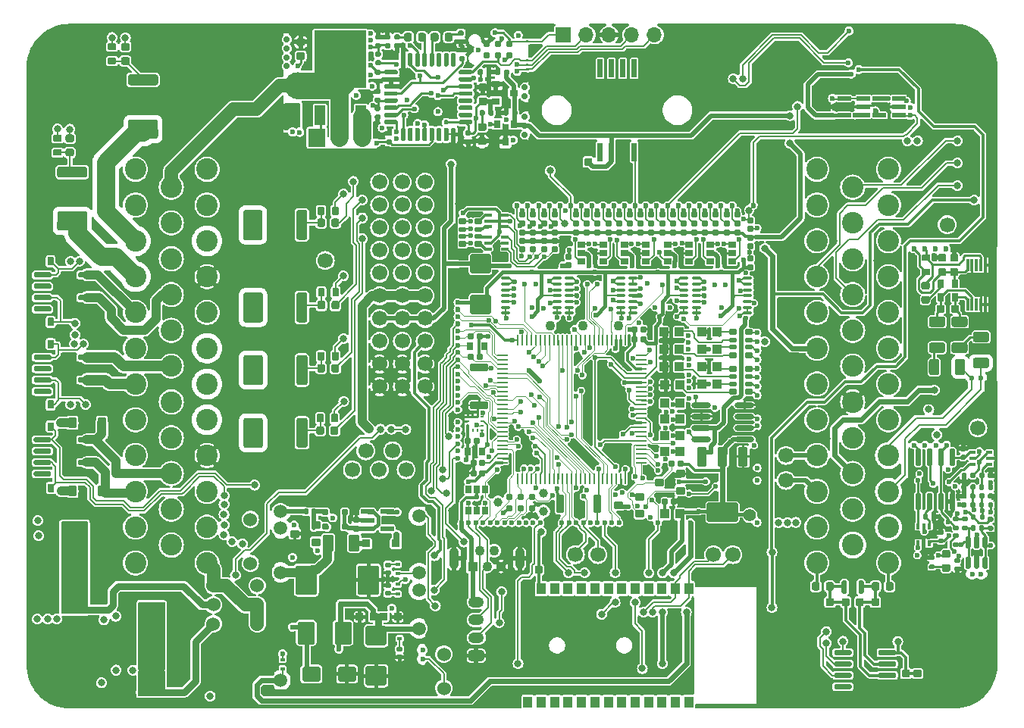
<source format=gtl>
G75*
G70*
%OFA0B0*%
%FSLAX25Y25*%
%IPPOS*%
%LPD*%
%AMOC8*
5,1,8,0,0,1.08239X$1,22.5*
%
%AMM1*
21,1,0.086610,0.073230,0.000000,0.000000,270.000000*
21,1,0.069290,0.090550,0.000000,0.000000,270.000000*
1,1,0.017320,-0.036610,-0.034650*
1,1,0.017320,-0.036610,0.034650*
1,1,0.017320,0.036610,0.034650*
1,1,0.017320,0.036610,-0.034650*
%
%AMM10*
21,1,0.015750,0.016540,0.000000,0.000000,270.000000*
21,1,0.012600,0.019680,0.000000,0.000000,270.000000*
1,1,0.003150,-0.008270,-0.006300*
1,1,0.003150,-0.008270,0.006300*
1,1,0.003150,0.008270,0.006300*
1,1,0.003150,0.008270,-0.006300*
%
%AMM107*
21,1,0.021650,0.052760,-0.000000,-0.000000,90.000000*
21,1,0.017320,0.057090,-0.000000,-0.000000,90.000000*
1,1,0.004330,0.026380,0.008660*
1,1,0.004330,0.026380,-0.008660*
1,1,0.004330,-0.026380,-0.008660*
1,1,0.004330,-0.026380,0.008660*
%
%AMM11*
21,1,0.023620,0.018900,0.000000,0.000000,90.000000*
21,1,0.018900,0.023620,0.000000,0.000000,90.000000*
1,1,0.004720,0.009450,0.009450*
1,1,0.004720,0.009450,-0.009450*
1,1,0.004720,-0.009450,-0.009450*
1,1,0.004720,-0.009450,0.009450*
%
%AMM12*
21,1,0.019680,0.019680,0.000000,0.000000,0.000000*
21,1,0.015750,0.023620,0.000000,0.000000,0.000000*
1,1,0.003940,0.007870,-0.009840*
1,1,0.003940,-0.007870,-0.009840*
1,1,0.003940,-0.007870,0.009840*
1,1,0.003940,0.007870,0.009840*
%
%AMM13*
21,1,0.019680,0.019680,0.000000,0.000000,270.000000*
21,1,0.015750,0.023620,0.000000,0.000000,270.000000*
1,1,0.003940,-0.009840,-0.007870*
1,1,0.003940,-0.009840,0.007870*
1,1,0.003940,0.009840,0.007870*
1,1,0.003940,0.009840,-0.007870*
%
%AMM175*
21,1,0.025590,0.026380,-0.000000,-0.000000,90.000000*
21,1,0.020470,0.031500,-0.000000,-0.000000,90.000000*
1,1,0.005120,0.013190,0.010240*
1,1,0.005120,0.013190,-0.010240*
1,1,0.005120,-0.013190,-0.010240*
1,1,0.005120,-0.013190,0.010240*
%
%AMM176*
21,1,0.017720,0.027950,-0.000000,-0.000000,90.000000*
21,1,0.014170,0.031500,-0.000000,-0.000000,90.000000*
1,1,0.003540,0.013980,0.007090*
1,1,0.003540,0.013980,-0.007090*
1,1,0.003540,-0.013980,-0.007090*
1,1,0.003540,-0.013980,0.007090*
%
%AMM177*
21,1,0.012600,0.028980,-0.000000,-0.000000,270.000000*
21,1,0.010080,0.031500,-0.000000,-0.000000,270.000000*
1,1,0.002520,-0.014490,-0.005040*
1,1,0.002520,-0.014490,0.005040*
1,1,0.002520,0.014490,0.005040*
1,1,0.002520,0.014490,-0.005040*
%
%AMM178*
21,1,0.023620,0.030710,-0.000000,-0.000000,0.000000*
21,1,0.018900,0.035430,-0.000000,-0.000000,0.000000*
1,1,0.004720,0.009450,-0.015350*
1,1,0.004720,-0.009450,-0.015350*
1,1,0.004720,-0.009450,0.015350*
1,1,0.004720,0.009450,0.015350*
%
%AMM179*
21,1,0.027560,0.018900,-0.000000,-0.000000,270.000000*
21,1,0.022840,0.023620,-0.000000,-0.000000,270.000000*
1,1,0.004720,-0.009450,-0.011420*
1,1,0.004720,-0.009450,0.011420*
1,1,0.004720,0.009450,0.011420*
1,1,0.004720,0.009450,-0.011420*
%
%AMM180*
21,1,0.031500,0.072440,-0.000000,-0.000000,270.000000*
21,1,0.025200,0.078740,-0.000000,-0.000000,270.000000*
1,1,0.006300,-0.036220,-0.012600*
1,1,0.006300,-0.036220,0.012600*
1,1,0.006300,0.036220,0.012600*
1,1,0.006300,0.036220,-0.012600*
%
%AMM181*
21,1,0.027560,0.018900,-0.000000,-0.000000,0.000000*
21,1,0.022840,0.023620,-0.000000,-0.000000,0.000000*
1,1,0.004720,0.011420,-0.009450*
1,1,0.004720,-0.011420,-0.009450*
1,1,0.004720,-0.011420,0.009450*
1,1,0.004720,0.011420,0.009450*
%
%AMM182*
21,1,0.023620,0.030710,-0.000000,-0.000000,90.000000*
21,1,0.018900,0.035430,-0.000000,-0.000000,90.000000*
1,1,0.004720,0.015350,0.009450*
1,1,0.004720,0.015350,-0.009450*
1,1,0.004720,-0.015350,-0.009450*
1,1,0.004720,-0.015350,0.009450*
%
%AMM183*
21,1,0.035430,0.030320,-0.000000,-0.000000,90.000000*
21,1,0.028350,0.037400,-0.000000,-0.000000,90.000000*
1,1,0.007090,0.015160,0.014170*
1,1,0.007090,0.015160,-0.014170*
1,1,0.007090,-0.015160,-0.014170*
1,1,0.007090,-0.015160,0.014170*
%
%AMM184*
21,1,0.043310,0.075980,-0.000000,-0.000000,180.000000*
21,1,0.034650,0.084650,-0.000000,-0.000000,180.000000*
1,1,0.008660,-0.017320,0.037990*
1,1,0.008660,0.017320,0.037990*
1,1,0.008660,0.017320,-0.037990*
1,1,0.008660,-0.017320,-0.037990*
%
%AMM185*
21,1,0.039370,0.035430,-0.000000,-0.000000,180.000000*
21,1,0.031500,0.043310,-0.000000,-0.000000,180.000000*
1,1,0.007870,-0.015750,0.017720*
1,1,0.007870,0.015750,0.017720*
1,1,0.007870,0.015750,-0.017720*
1,1,0.007870,-0.015750,-0.017720*
%
%AMM186*
21,1,0.027560,0.030710,-0.000000,-0.000000,180.000000*
21,1,0.022050,0.036220,-0.000000,-0.000000,180.000000*
1,1,0.005510,-0.011020,0.015350*
1,1,0.005510,0.011020,0.015350*
1,1,0.005510,0.011020,-0.015350*
1,1,0.005510,-0.011020,-0.015350*
%
%AMM187*
21,1,0.031500,0.072440,-0.000000,-0.000000,180.000000*
21,1,0.025200,0.078740,-0.000000,-0.000000,180.000000*
1,1,0.006300,-0.012600,0.036220*
1,1,0.006300,0.012600,0.036220*
1,1,0.006300,0.012600,-0.036220*
1,1,0.006300,-0.012600,-0.036220*
%
%AMM188*
21,1,0.137800,0.067720,-0.000000,-0.000000,180.000000*
21,1,0.120870,0.084650,-0.000000,-0.000000,180.000000*
1,1,0.016930,-0.060430,0.033860*
1,1,0.016930,0.060430,0.033860*
1,1,0.016930,0.060430,-0.033860*
1,1,0.016930,-0.060430,-0.033860*
%
%AMM189*
21,1,0.043310,0.075990,-0.000000,-0.000000,180.000000*
21,1,0.034650,0.084650,-0.000000,-0.000000,180.000000*
1,1,0.008660,-0.017320,0.037990*
1,1,0.008660,0.017320,0.037990*
1,1,0.008660,0.017320,-0.037990*
1,1,0.008660,-0.017320,-0.037990*
%
%AMM190*
21,1,0.086610,0.073230,-0.000000,-0.000000,270.000000*
21,1,0.069290,0.090550,-0.000000,-0.000000,270.000000*
1,1,0.017320,-0.036610,-0.034650*
1,1,0.017320,-0.036610,0.034650*
1,1,0.017320,0.036610,0.034650*
1,1,0.017320,0.036610,-0.034650*
%
%AMM2*
21,1,0.094490,0.111020,0.000000,0.000000,0.000000*
21,1,0.075590,0.129920,0.000000,0.000000,0.000000*
1,1,0.018900,0.037800,-0.055510*
1,1,0.018900,-0.037800,-0.055510*
1,1,0.018900,-0.037800,0.055510*
1,1,0.018900,0.037800,0.055510*
%
%AMM3*
21,1,0.074800,0.083460,0.000000,0.000000,0.000000*
21,1,0.059840,0.098430,0.000000,0.000000,0.000000*
1,1,0.014960,0.029920,-0.041730*
1,1,0.014960,-0.029920,-0.041730*
1,1,0.014960,-0.029920,0.041730*
1,1,0.014960,0.029920,0.041730*
%
%AMM4*
21,1,0.078740,0.053540,0.000000,0.000000,180.000000*
21,1,0.065350,0.066930,0.000000,0.000000,180.000000*
1,1,0.013390,-0.032680,0.026770*
1,1,0.013390,0.032680,0.026770*
1,1,0.013390,0.032680,-0.026770*
1,1,0.013390,-0.032680,-0.026770*
%
%AMM5*
21,1,0.035430,0.030320,0.000000,0.000000,90.000000*
21,1,0.028350,0.037400,0.000000,0.000000,90.000000*
1,1,0.007090,0.015160,0.014170*
1,1,0.007090,0.015160,-0.014170*
1,1,0.007090,-0.015160,-0.014170*
1,1,0.007090,-0.015160,0.014170*
%
%AMM6*
21,1,0.021650,0.052760,0.000000,0.000000,270.000000*
21,1,0.017320,0.057090,0.000000,0.000000,270.000000*
1,1,0.004330,-0.026380,-0.008660*
1,1,0.004330,-0.026380,0.008660*
1,1,0.004330,0.026380,0.008660*
1,1,0.004330,0.026380,-0.008660*
%
%AMM7*
21,1,0.035830,0.026770,0.000000,0.000000,0.000000*
21,1,0.029130,0.033470,0.000000,0.000000,0.000000*
1,1,0.006690,0.014570,-0.013390*
1,1,0.006690,-0.014570,-0.013390*
1,1,0.006690,-0.014570,0.013390*
1,1,0.006690,0.014570,0.013390*
%
%AMM8*
21,1,0.070870,0.036220,0.000000,0.000000,90.000000*
21,1,0.061810,0.045280,0.000000,0.000000,90.000000*
1,1,0.009060,0.018110,0.030910*
1,1,0.009060,0.018110,-0.030910*
1,1,0.009060,-0.018110,-0.030910*
1,1,0.009060,-0.018110,0.030910*
%
%AMM9*
21,1,0.033470,0.026770,0.000000,0.000000,0.000000*
21,1,0.026770,0.033470,0.000000,0.000000,0.000000*
1,1,0.006690,0.013390,-0.013390*
1,1,0.006690,-0.013390,-0.013390*
1,1,0.006690,-0.013390,0.013390*
1,1,0.006690,0.013390,0.013390*
%
%ADD10C,0.06693*%
%ADD100M7*%
%ADD101M8*%
%ADD102M9*%
%ADD103M10*%
%ADD104M11*%
%ADD105M12*%
%ADD106M13*%
%ADD107O,0.00787X0.40158*%
%ADD11C,0.02756*%
%ADD12C,0.11811*%
%ADD13R,0.00984X0.11811*%
%ADD136C,0.01850*%
%ADD14R,0.00984X0.04331*%
%ADD144R,0.02559X0.01575*%
%ADD145R,0.01575X0.02559*%
%ADD148R,0.03543X0.03150*%
%ADD149R,0.04724X0.08661*%
%ADD15R,0.00984X0.03858*%
%ADD150C,0.05118*%
%ADD151R,0.22835X0.25197*%
%ADD152R,0.03150X0.03543*%
%ADD153C,0.03100*%
%ADD154R,0.07500X0.07874*%
%ADD155O,0.07500X0.07874*%
%ADD156C,0.03900*%
%ADD16R,0.00984X0.05709*%
%ADD163O,0.04724X0.00866*%
%ADD164O,0.00866X0.04724*%
%ADD165O,0.04331X0.01181*%
%ADD168R,0.01378X0.00984*%
%ADD169R,0.00984X0.01378*%
%ADD17R,1.08661X0.00984*%
%ADD174O,0.08661X0.02362*%
%ADD18R,0.00984X0.07677*%
%ADD182C,0.00492*%
%ADD183C,0.01260*%
%ADD184C,0.05512*%
%ADD19R,0.00984X0.03740*%
%ADD20C,0.05906*%
%ADD21C,0.02362*%
%ADD22O,0.00787X0.12992*%
%ADD23O,0.00787X0.40157*%
%ADD24O,0.00787X0.01181*%
%ADD25O,0.66929X0.00787*%
%ADD26O,0.60630X0.00787*%
%ADD266M107*%
%ADD27O,0.00787X0.18898*%
%ADD276R,0.01181X0.05512*%
%ADD28O,0.00787X0.10236*%
%ADD29O,0.00787X0.03937*%
%ADD30O,0.00787X0.05906*%
%ADD31R,0.24350X0.00984*%
%ADD32R,0.04390X0.00984*%
%ADD33R,0.00984X0.56201*%
%ADD34R,0.00984X0.59449*%
%ADD35R,0.20374X0.00984*%
%ADD36R,0.04331X0.04331*%
%ADD37C,0.04331*%
%ADD371M175*%
%ADD372M176*%
%ADD373M177*%
%ADD374M178*%
%ADD375M179*%
%ADD376M180*%
%ADD377M181*%
%ADD378M182*%
%ADD379M183*%
%ADD38O,0.04331X0.09449*%
%ADD380M184*%
%ADD381M185*%
%ADD382M186*%
%ADD383M187*%
%ADD384M188*%
%ADD385M189*%
%ADD386M190*%
%ADD39O,0.00787X0.04823*%
%ADD40O,0.36614X0.00787*%
%ADD41C,0.09449*%
%ADD42C,0.15748*%
%ADD43R,0.00787X0.14567*%
%ADD44R,0.00787X0.01575*%
%ADD45R,0.00787X0.06299*%
%ADD46R,0.00787X0.38189*%
%ADD47R,0.00787X0.09055*%
%ADD48R,0.05512X0.00787*%
%ADD49R,0.25197X0.00787*%
%ADD50R,0.06693X0.00787*%
%ADD51R,0.12992X0.00787*%
%ADD52R,0.00787X0.27559*%
%ADD53R,0.00787X0.12992*%
%ADD54R,0.00787X0.24803*%
%ADD55R,0.03937X0.05118*%
%ADD56R,0.06693X0.06693*%
%ADD57O,0.06693X0.06693*%
%ADD58O,0.06890X0.04724*%
%ADD59C,0.06000*%
%ADD60C,0.03150*%
%ADD61C,0.00787*%
%ADD62C,0.01969*%
%ADD63C,0.01181*%
%ADD64C,0.03937*%
%ADD65C,0.04724*%
%ADD66C,0.07874*%
%ADD70C,0.00984*%
%ADD72C,0.00800*%
%ADD92C,0.01968*%
%ADD93C,0.01575*%
%ADD94M1*%
%ADD95M2*%
%ADD96M3*%
%ADD97M4*%
%ADD98M5*%
%ADD99M6*%
X0000000Y0000000D02*
%LPD*%
G01*
G36*
G01*
X0035650Y0051240D02*
X0035650Y0047106D01*
G75*
G02*
X0035256Y0046712I-000394J0000000D01*
G01*
X0032106Y0046712D01*
G75*
G02*
X0031713Y0047106I0000000J0000394D01*
G01*
X0031713Y0051240D01*
G75*
G02*
X0032106Y0051633I0000394J0000000D01*
G01*
X0035256Y0051633D01*
G75*
G02*
X0035650Y0051240I0000000J-000394D01*
G01*
G37*
G36*
G01*
X0027776Y0051240D02*
X0027776Y0047106D01*
G75*
G02*
X0027382Y0046712I-000394J0000000D01*
G01*
X0024232Y0046712D01*
G75*
G02*
X0023839Y0047106I0000000J0000394D01*
G01*
X0023839Y0051240D01*
G75*
G02*
X0024232Y0051633I0000394J0000000D01*
G01*
X0027382Y0051633D01*
G75*
G02*
X0027776Y0051240I0000000J-000394D01*
G01*
G37*
G36*
G01*
X0360925Y0051299D02*
X0359744Y0051299D01*
G75*
G02*
X0359154Y0051889I0000000J0000591D01*
G01*
X0359154Y0056515D01*
G75*
G02*
X0359744Y0057106I0000591J0000000D01*
G01*
X0360925Y0057106D01*
G75*
G02*
X0361516Y0056515I0000000J-000591D01*
G01*
X0361516Y0051889D01*
G75*
G02*
X0360925Y0051299I-000591J0000000D01*
G01*
G37*
G36*
G01*
X0368406Y0051299D02*
X0367224Y0051299D01*
G75*
G02*
X0366634Y0051889I0000000J0000591D01*
G01*
X0366634Y0056515D01*
G75*
G02*
X0367224Y0057106I0000591J0000000D01*
G01*
X0368406Y0057106D01*
G75*
G02*
X0368996Y0056515I0000000J-000591D01*
G01*
X0368996Y0051889D01*
G75*
G02*
X0368406Y0051299I-000591J0000000D01*
G01*
G37*
G36*
G01*
X0364665Y0058681D02*
X0363484Y0058681D01*
G75*
G02*
X0362894Y0059271I0000000J0000591D01*
G01*
X0362894Y0063897D01*
G75*
G02*
X0363484Y0064488I0000591J0000000D01*
G01*
X0364665Y0064488D01*
G75*
G02*
X0365256Y0063897I0000000J-000591D01*
G01*
X0365256Y0059271D01*
G75*
G02*
X0364665Y0058681I-000591J0000000D01*
G01*
G37*
G36*
G01*
X0003898Y0118445D02*
X0003898Y0119626D01*
G75*
G02*
X0004488Y0120216I0000591J0000000D01*
G01*
X0010984Y0120216D01*
G75*
G02*
X0011575Y0119626I0000000J-000591D01*
G01*
X0011575Y0118445D01*
G75*
G02*
X0010984Y0117854I-000591J0000000D01*
G01*
X0004488Y0117854D01*
G75*
G02*
X0003898Y0118445I0000000J0000591D01*
G01*
G37*
G36*
G01*
X0003898Y0113445D02*
X0003898Y0114626D01*
G75*
G02*
X0004488Y0115216I0000591J0000000D01*
G01*
X0010984Y0115216D01*
G75*
G02*
X0011575Y0114626I0000000J-000591D01*
G01*
X0011575Y0113445D01*
G75*
G02*
X0010984Y0112854I-000591J0000000D01*
G01*
X0004488Y0112854D01*
G75*
G02*
X0003898Y0113445I0000000J0000591D01*
G01*
G37*
G36*
G01*
X0003898Y0108445D02*
X0003898Y0109626D01*
G75*
G02*
X0004488Y0110216I0000591J0000000D01*
G01*
X0010984Y0110216D01*
G75*
G02*
X0011575Y0109626I0000000J-000591D01*
G01*
X0011575Y0108445D01*
G75*
G02*
X0010984Y0107854I-000591J0000000D01*
G01*
X0004488Y0107854D01*
G75*
G02*
X0003898Y0108445I0000000J0000591D01*
G01*
G37*
G36*
G01*
X0003898Y0103445D02*
X0003898Y0104626D01*
G75*
G02*
X0004488Y0105216I0000591J0000000D01*
G01*
X0010984Y0105216D01*
G75*
G02*
X0011575Y0104626I0000000J-000591D01*
G01*
X0011575Y0103445D01*
G75*
G02*
X0010984Y0102854I-000591J0000000D01*
G01*
X0004488Y0102854D01*
G75*
G02*
X0003898Y0103445I0000000J0000591D01*
G01*
G37*
G36*
G01*
X0023386Y0103445D02*
X0023386Y0104626D01*
G75*
G02*
X0023976Y0105216I0000591J0000000D01*
G01*
X0030472Y0105216D01*
G75*
G02*
X0031063Y0104626I0000000J-000591D01*
G01*
X0031063Y0103445D01*
G75*
G02*
X0030472Y0102854I-000591J0000000D01*
G01*
X0023976Y0102854D01*
G75*
G02*
X0023386Y0103445I0000000J0000591D01*
G01*
G37*
G36*
G01*
X0023386Y0108445D02*
X0023386Y0109626D01*
G75*
G02*
X0023976Y0110216I0000591J0000000D01*
G01*
X0030472Y0110216D01*
G75*
G02*
X0031063Y0109626I0000000J-000591D01*
G01*
X0031063Y0108445D01*
G75*
G02*
X0030472Y0107854I-000591J0000000D01*
G01*
X0023976Y0107854D01*
G75*
G02*
X0023386Y0108445I0000000J0000591D01*
G01*
G37*
G36*
G01*
X0023386Y0113445D02*
X0023386Y0114626D01*
G75*
G02*
X0023976Y0115216I0000591J0000000D01*
G01*
X0030472Y0115216D01*
G75*
G02*
X0031063Y0114626I0000000J-000591D01*
G01*
X0031063Y0113445D01*
G75*
G02*
X0030472Y0112854I-000591J0000000D01*
G01*
X0023976Y0112854D01*
G75*
G02*
X0023386Y0113445I0000000J0000591D01*
G01*
G37*
G36*
G01*
X0023386Y0118445D02*
X0023386Y0119626D01*
G75*
G02*
X0023976Y0120216I0000591J0000000D01*
G01*
X0030472Y0120216D01*
G75*
G02*
X0031063Y0119626I0000000J-000591D01*
G01*
X0031063Y0118445D01*
G75*
G02*
X0030472Y0117854I-000591J0000000D01*
G01*
X0023976Y0117854D01*
G75*
G02*
X0023386Y0118445I0000000J0000591D01*
G01*
G37*
D10*
X0132146Y0197893D03*
G36*
G01*
X0035650Y0066988D02*
X0035650Y0062854D01*
G75*
G02*
X0035256Y0062460I-000394J0000000D01*
G01*
X0032106Y0062460D01*
G75*
G02*
X0031713Y0062854I0000000J0000394D01*
G01*
X0031713Y0066988D01*
G75*
G02*
X0032106Y0067382I0000394J0000000D01*
G01*
X0035256Y0067382D01*
G75*
G02*
X0035650Y0066988I0000000J-000394D01*
G01*
G37*
G36*
G01*
X0027776Y0066988D02*
X0027776Y0062854D01*
G75*
G02*
X0027382Y0062460I-000394J0000000D01*
G01*
X0024232Y0062460D01*
G75*
G02*
X0023839Y0062854I0000000J0000394D01*
G01*
X0023839Y0066988D01*
G75*
G02*
X0024232Y0067382I0000394J0000000D01*
G01*
X0027382Y0067382D01*
G75*
G02*
X0027776Y0066988I0000000J-000394D01*
G01*
G37*
G36*
G01*
X0246516Y0249133D02*
X0249193Y0249133D01*
G75*
G02*
X0249528Y0248799I0000000J-000335D01*
G01*
X0249528Y0246122D01*
G75*
G02*
X0249193Y0245787I-000335J0000000D01*
G01*
X0246516Y0245787D01*
G75*
G02*
X0246181Y0246122I0000000J0000335D01*
G01*
X0246181Y0248799D01*
G75*
G02*
X0246516Y0249133I0000335J0000000D01*
G01*
G37*
G36*
G01*
X0246516Y0242913D02*
X0249193Y0242913D01*
G75*
G02*
X0249528Y0242578I0000000J-000335D01*
G01*
X0249528Y0239901D01*
G75*
G02*
X0249193Y0239567I-000335J0000000D01*
G01*
X0246516Y0239567D01*
G75*
G02*
X0246181Y0239901I0000000J0000335D01*
G01*
X0246181Y0242578D01*
G75*
G02*
X0246516Y0242913I0000335J0000000D01*
G01*
G37*
G36*
G01*
X0137933Y0221279D02*
X0137933Y0218208D01*
G75*
G02*
X0137657Y0217933I-000276J0000000D01*
G01*
X0135453Y0217933D01*
G75*
G02*
X0135177Y0218208I0000000J0000276D01*
G01*
X0135177Y0221279D01*
G75*
G02*
X0135453Y0221555I0000276J0000000D01*
G01*
X0137657Y0221555D01*
G75*
G02*
X0137933Y0221279I0000000J-000276D01*
G01*
G37*
G36*
G01*
X0131634Y0221279D02*
X0131634Y0218208D01*
G75*
G02*
X0131358Y0217933I-000276J0000000D01*
G01*
X0129154Y0217933D01*
G75*
G02*
X0128878Y0218208I0000000J0000276D01*
G01*
X0128878Y0221279D01*
G75*
G02*
X0129154Y0221555I0000276J0000000D01*
G01*
X0131358Y0221555D01*
G75*
G02*
X0131634Y0221279I0000000J-000276D01*
G01*
G37*
G36*
G01*
X0041988Y0043130D02*
X0041988Y0047263D01*
G75*
G02*
X0042382Y0047657I0000394J0000000D01*
G01*
X0045531Y0047657D01*
G75*
G02*
X0045925Y0047263I0000000J-000394D01*
G01*
X0045925Y0043130D01*
G75*
G02*
X0045531Y0042736I-000394J0000000D01*
G01*
X0042382Y0042736D01*
G75*
G02*
X0041988Y0043130I0000000J0000394D01*
G01*
G37*
G36*
G01*
X0049862Y0043130D02*
X0049862Y0047263D01*
G75*
G02*
X0050256Y0047657I0000394J0000000D01*
G01*
X0053406Y0047657D01*
G75*
G02*
X0053799Y0047263I0000000J-000394D01*
G01*
X0053799Y0043130D01*
G75*
G02*
X0053406Y0042736I-000394J0000000D01*
G01*
X0050256Y0042736D01*
G75*
G02*
X0049862Y0043130I0000000J0000394D01*
G01*
G37*
G36*
G01*
X0003957Y0154724D02*
X0003957Y0155905D01*
G75*
G02*
X0004547Y0156496I0000591J0000000D01*
G01*
X0011043Y0156496D01*
G75*
G02*
X0011634Y0155905I0000000J-000591D01*
G01*
X0011634Y0154724D01*
G75*
G02*
X0011043Y0154133I-000591J0000000D01*
G01*
X0004547Y0154133D01*
G75*
G02*
X0003957Y0154724I0000000J0000591D01*
G01*
G37*
G36*
G01*
X0003957Y0149724D02*
X0003957Y0150905D01*
G75*
G02*
X0004547Y0151496I0000591J0000000D01*
G01*
X0011043Y0151496D01*
G75*
G02*
X0011634Y0150905I0000000J-000591D01*
G01*
X0011634Y0149724D01*
G75*
G02*
X0011043Y0149133I-000591J0000000D01*
G01*
X0004547Y0149133D01*
G75*
G02*
X0003957Y0149724I0000000J0000591D01*
G01*
G37*
G36*
G01*
X0003957Y0144724D02*
X0003957Y0145905D01*
G75*
G02*
X0004547Y0146496I0000591J0000000D01*
G01*
X0011043Y0146496D01*
G75*
G02*
X0011634Y0145905I0000000J-000591D01*
G01*
X0011634Y0144724D01*
G75*
G02*
X0011043Y0144133I-000591J0000000D01*
G01*
X0004547Y0144133D01*
G75*
G02*
X0003957Y0144724I0000000J0000591D01*
G01*
G37*
G36*
G01*
X0003957Y0139724D02*
X0003957Y0140905D01*
G75*
G02*
X0004547Y0141496I0000591J0000000D01*
G01*
X0011043Y0141496D01*
G75*
G02*
X0011634Y0140905I0000000J-000591D01*
G01*
X0011634Y0139724D01*
G75*
G02*
X0011043Y0139133I-000591J0000000D01*
G01*
X0004547Y0139133D01*
G75*
G02*
X0003957Y0139724I0000000J0000591D01*
G01*
G37*
G36*
G01*
X0023445Y0139724D02*
X0023445Y0140905D01*
G75*
G02*
X0024035Y0141496I0000591J0000000D01*
G01*
X0030531Y0141496D01*
G75*
G02*
X0031122Y0140905I0000000J-000591D01*
G01*
X0031122Y0139724D01*
G75*
G02*
X0030531Y0139133I-000591J0000000D01*
G01*
X0024035Y0139133D01*
G75*
G02*
X0023445Y0139724I0000000J0000591D01*
G01*
G37*
G36*
G01*
X0023445Y0144724D02*
X0023445Y0145905D01*
G75*
G02*
X0024035Y0146496I0000591J0000000D01*
G01*
X0030531Y0146496D01*
G75*
G02*
X0031122Y0145905I0000000J-000591D01*
G01*
X0031122Y0144724D01*
G75*
G02*
X0030531Y0144133I-000591J0000000D01*
G01*
X0024035Y0144133D01*
G75*
G02*
X0023445Y0144724I0000000J0000591D01*
G01*
G37*
G36*
G01*
X0023445Y0149724D02*
X0023445Y0150905D01*
G75*
G02*
X0024035Y0151496I0000591J0000000D01*
G01*
X0030531Y0151496D01*
G75*
G02*
X0031122Y0150905I0000000J-000591D01*
G01*
X0031122Y0149724D01*
G75*
G02*
X0030531Y0149133I-000591J0000000D01*
G01*
X0024035Y0149133D01*
G75*
G02*
X0023445Y0149724I0000000J0000591D01*
G01*
G37*
G36*
G01*
X0023445Y0154724D02*
X0023445Y0155905D01*
G75*
G02*
X0024035Y0156496I0000591J0000000D01*
G01*
X0030531Y0156496D01*
G75*
G02*
X0031122Y0155905I0000000J-000591D01*
G01*
X0031122Y0154724D01*
G75*
G02*
X0030531Y0154133I-000591J0000000D01*
G01*
X0024035Y0154133D01*
G75*
G02*
X0023445Y0154724I0000000J0000591D01*
G01*
G37*
G36*
G01*
X0138091Y0185452D02*
X0138091Y0182382D01*
G75*
G02*
X0137815Y0182106I-000276J0000000D01*
G01*
X0135610Y0182106D01*
G75*
G02*
X0135335Y0182382I0000000J0000276D01*
G01*
X0135335Y0185452D01*
G75*
G02*
X0135610Y0185728I0000276J0000000D01*
G01*
X0137815Y0185728D01*
G75*
G02*
X0138091Y0185452I0000000J-000276D01*
G01*
G37*
G36*
G01*
X0131791Y0185452D02*
X0131791Y0182382D01*
G75*
G02*
X0131516Y0182106I-000276J0000000D01*
G01*
X0129311Y0182106D01*
G75*
G02*
X0129035Y0182382I0000000J0000276D01*
G01*
X0129035Y0185452D01*
G75*
G02*
X0129311Y0185728I0000276J0000000D01*
G01*
X0131516Y0185728D01*
G75*
G02*
X0131791Y0185452I0000000J-000276D01*
G01*
G37*
G36*
G01*
X0041988Y0027382D02*
X0041988Y0031515D01*
G75*
G02*
X0042382Y0031909I0000394J0000000D01*
G01*
X0045531Y0031909D01*
G75*
G02*
X0045925Y0031515I0000000J-000394D01*
G01*
X0045925Y0027382D01*
G75*
G02*
X0045531Y0026988I-000394J0000000D01*
G01*
X0042382Y0026988D01*
G75*
G02*
X0041988Y0027382I0000000J0000394D01*
G01*
G37*
G36*
G01*
X0049862Y0027382D02*
X0049862Y0031515D01*
G75*
G02*
X0050256Y0031909I0000394J0000000D01*
G01*
X0053406Y0031909D01*
G75*
G02*
X0053799Y0031515I0000000J-000394D01*
G01*
X0053799Y0027382D01*
G75*
G02*
X0053406Y0026988I-000394J0000000D01*
G01*
X0050256Y0026988D01*
G75*
G02*
X0049862Y0027382I0000000J0000394D01*
G01*
G37*
G36*
G01*
X0003681Y0159586D02*
X0003681Y0162657D01*
G75*
G02*
X0003957Y0162933I0000276J0000000D01*
G01*
X0006161Y0162933D01*
G75*
G02*
X0006437Y0162657I0000000J-000276D01*
G01*
X0006437Y0159586D01*
G75*
G02*
X0006161Y0159311I-000276J0000000D01*
G01*
X0003957Y0159311D01*
G75*
G02*
X0003681Y0159586I0000000J0000276D01*
G01*
G37*
G36*
G01*
X0009980Y0159586D02*
X0009980Y0162657D01*
G75*
G02*
X0010256Y0162933I0000276J0000000D01*
G01*
X0012461Y0162933D01*
G75*
G02*
X0012736Y0162657I0000000J-000276D01*
G01*
X0012736Y0159586D01*
G75*
G02*
X0012461Y0159311I-000276J0000000D01*
G01*
X0010256Y0159311D01*
G75*
G02*
X0009980Y0159586I0000000J0000276D01*
G01*
G37*
X0302894Y0068445D03*
G36*
G01*
X0124291Y0155295D02*
X0124291Y0144074D01*
G75*
G02*
X0123307Y0143090I-000984J0000000D01*
G01*
X0120453Y0143090D01*
G75*
G02*
X0119469Y0144074I0000000J0000984D01*
G01*
X0119469Y0155295D01*
G75*
G02*
X0120453Y0156279I0000984J0000000D01*
G01*
X0123307Y0156279D01*
G75*
G02*
X0124291Y0155295I0000000J-000984D01*
G01*
G37*
G36*
G01*
X0100965Y0155295D02*
X0100965Y0144074D01*
G75*
G02*
X0099980Y0143090I-000984J0000000D01*
G01*
X0097126Y0143090D01*
G75*
G02*
X0096142Y0144074I0000000J0000984D01*
G01*
X0096142Y0155295D01*
G75*
G02*
X0097126Y0156279I0000984J0000000D01*
G01*
X0099980Y0156279D01*
G75*
G02*
X0100965Y0155295I0000000J-000984D01*
G01*
G37*
G36*
G01*
X0382008Y0048917D02*
X0382008Y0046240D01*
G75*
G02*
X0381673Y0045905I-000335J0000000D01*
G01*
X0378996Y0045905D01*
G75*
G02*
X0378661Y0046240I0000000J0000335D01*
G01*
X0378661Y0048917D01*
G75*
G02*
X0378996Y0049252I0000335J0000000D01*
G01*
X0381673Y0049252D01*
G75*
G02*
X0382008Y0048917I0000000J-000335D01*
G01*
G37*
G36*
G01*
X0375787Y0048917D02*
X0375787Y0046240D01*
G75*
G02*
X0375453Y0045905I-000335J0000000D01*
G01*
X0372776Y0045905D01*
G75*
G02*
X0372441Y0046240I0000000J0000335D01*
G01*
X0372441Y0048917D01*
G75*
G02*
X0372776Y0049252I0000335J0000000D01*
G01*
X0375453Y0049252D01*
G75*
G02*
X0375787Y0048917I0000000J-000335D01*
G01*
G37*
D11*
X0115197Y0295216D03*
X0115197Y0283405D03*
X0115197Y0287342D03*
X0115197Y0291279D03*
D12*
X0120118Y0274941D03*
D13*
X0113720Y0261161D03*
D14*
X0221398Y0248563D03*
D15*
X0221398Y0265649D03*
X0221398Y0278641D03*
D16*
X0221398Y0298661D03*
D17*
X0167559Y0246889D03*
X0167559Y0301023D03*
D18*
X0113720Y0250236D03*
D19*
X0113720Y0299645D03*
G36*
G01*
X0184291Y0250925D02*
X0184291Y0255846D01*
G75*
G02*
X0184783Y0256338I0000492J0000000D01*
G01*
X0185768Y0256338D01*
G75*
G02*
X0186260Y0255846I0000000J-000492D01*
G01*
X0186260Y0250925D01*
G75*
G02*
X0185768Y0250433I-000492J0000000D01*
G01*
X0184783Y0250433D01*
G75*
G02*
X0184291Y0250925I0000000J0000492D01*
G01*
G37*
G36*
G01*
X0190886Y0261456D02*
X0190886Y0262441D01*
G75*
G02*
X0191378Y0262933I0000492J0000000D01*
G01*
X0196299Y0262933D01*
G75*
G02*
X0196791Y0262441I0000000J-000492D01*
G01*
X0196791Y0261456D01*
G75*
G02*
X0196299Y0260964I-000492J0000000D01*
G01*
X0191378Y0260964D01*
G75*
G02*
X0190886Y0261456I0000000J0000492D01*
G01*
G37*
G36*
G01*
X0187441Y0250925D02*
X0187441Y0255846D01*
G75*
G02*
X0187933Y0256338I0000492J0000000D01*
G01*
X0188917Y0256338D01*
G75*
G02*
X0189409Y0255846I0000000J-000492D01*
G01*
X0189409Y0250925D01*
G75*
G02*
X0188917Y0250433I-000492J0000000D01*
G01*
X0187933Y0250433D01*
G75*
G02*
X0187441Y0250925I0000000J0000492D01*
G01*
G37*
G36*
G01*
X0188720Y0260964D02*
X0187736Y0260964D01*
G75*
G02*
X0187244Y0261456I0000000J0000492D01*
G01*
X0187244Y0262441D01*
G75*
G02*
X0187736Y0262933I0000492J0000000D01*
G01*
X0188720Y0262933D01*
G75*
G02*
X0189213Y0262441I0000000J-000492D01*
G01*
X0189213Y0261456D01*
G75*
G02*
X0188720Y0260964I-000492J0000000D01*
G01*
G37*
G36*
G01*
X0184291Y0258307D02*
X0184291Y0259291D01*
G75*
G02*
X0184783Y0259783I0000492J0000000D01*
G01*
X0185768Y0259783D01*
G75*
G02*
X0186260Y0259291I0000000J-000492D01*
G01*
X0186260Y0258307D01*
G75*
G02*
X0185768Y0257815I-000492J0000000D01*
G01*
X0184783Y0257815D01*
G75*
G02*
X0184291Y0258307I0000000J0000492D01*
G01*
G37*
G36*
G01*
X0190886Y0258307D02*
X0190886Y0259291D01*
G75*
G02*
X0191378Y0259783I0000492J0000000D01*
G01*
X0196299Y0259783D01*
G75*
G02*
X0196791Y0259291I0000000J-000492D01*
G01*
X0196791Y0258307D01*
G75*
G02*
X0196299Y0257815I-000492J0000000D01*
G01*
X0191378Y0257815D01*
G75*
G02*
X0190886Y0258307I0000000J0000492D01*
G01*
G37*
D11*
X0219887Y0257224D03*
X0219887Y0261161D03*
X0219887Y0274137D03*
X0219887Y0270137D03*
G36*
G01*
X0221890Y0282027D02*
X0221890Y0282027D01*
G75*
G02*
X0221398Y0281535I-000492J0000000D01*
G01*
X0220413Y0281535D01*
G75*
G02*
X0219921Y0282027I0000000J0000492D01*
G01*
X0219921Y0282027D01*
G75*
G02*
X0220413Y0282519I0000492J0000000D01*
G01*
X0221398Y0282519D01*
G75*
G02*
X0221890Y0282027I0000000J-000492D01*
G01*
G37*
G36*
G01*
X0221890Y0283996D02*
X0221890Y0283996D01*
G75*
G02*
X0221398Y0283504I-000492J0000000D01*
G01*
X0220413Y0283504D01*
G75*
G02*
X0219921Y0283996I0000000J0000492D01*
G01*
X0219921Y0283996D01*
G75*
G02*
X0220413Y0284488I0000492J0000000D01*
G01*
X0221398Y0284488D01*
G75*
G02*
X0221890Y0283996I0000000J-000492D01*
G01*
G37*
G36*
G01*
X0221890Y0285964D02*
X0221890Y0285964D01*
G75*
G02*
X0221398Y0285472I-000492J0000000D01*
G01*
X0220413Y0285472D01*
G75*
G02*
X0219921Y0285964I0000000J0000492D01*
G01*
X0219921Y0285964D01*
G75*
G02*
X0220413Y0286456I0000492J0000000D01*
G01*
X0221398Y0286456D01*
G75*
G02*
X0221890Y0285964I0000000J-000492D01*
G01*
G37*
G36*
G01*
X0221890Y0294232D02*
X0221890Y0294232D01*
G75*
G02*
X0221398Y0293740I-000492J0000000D01*
G01*
X0220413Y0293740D01*
G75*
G02*
X0219921Y0294232I0000000J0000492D01*
G01*
X0219921Y0294232D01*
G75*
G02*
X0220413Y0294724I0000492J0000000D01*
G01*
X0221398Y0294724D01*
G75*
G02*
X0221890Y0294232I0000000J-000492D01*
G01*
G37*
X0219887Y0253287D03*
D10*
X0419114Y0124271D03*
G36*
G01*
X0045241Y0284015D02*
X0043223Y0284015D01*
G75*
G02*
X0042362Y0284877I0000000J0000861D01*
G01*
X0042362Y0286599D01*
G75*
G02*
X0043223Y0287460I0000861J0000000D01*
G01*
X0045241Y0287460D01*
G75*
G02*
X0046102Y0286599I0000000J-000861D01*
G01*
X0046102Y0284877D01*
G75*
G02*
X0045241Y0284015I-000861J0000000D01*
G01*
G37*
G36*
G01*
X0045241Y0290216D02*
X0043223Y0290216D01*
G75*
G02*
X0042362Y0291077I0000000J0000861D01*
G01*
X0042362Y0292800D01*
G75*
G02*
X0043223Y0293661I0000861J0000000D01*
G01*
X0045241Y0293661D01*
G75*
G02*
X0046102Y0292800I0000000J-000861D01*
G01*
X0046102Y0291077D01*
G75*
G02*
X0045241Y0290216I-000861J0000000D01*
G01*
G37*
G36*
G01*
X0233858Y0063149D02*
X0233858Y0060472D01*
G75*
G02*
X0233524Y0060137I-000335J0000000D01*
G01*
X0230846Y0060137D01*
G75*
G02*
X0230512Y0060472I0000000J0000335D01*
G01*
X0230512Y0063149D01*
G75*
G02*
X0230846Y0063484I0000335J0000000D01*
G01*
X0233524Y0063484D01*
G75*
G02*
X0233858Y0063149I0000000J-000335D01*
G01*
G37*
G36*
G01*
X0227638Y0063149D02*
X0227638Y0060472D01*
G75*
G02*
X0227303Y0060137I-000335J0000000D01*
G01*
X0224626Y0060137D01*
G75*
G02*
X0224291Y0060472I0000000J0000335D01*
G01*
X0224291Y0063149D01*
G75*
G02*
X0224626Y0063484I0000335J0000000D01*
G01*
X0227303Y0063484D01*
G75*
G02*
X0227638Y0063149I0000000J-000335D01*
G01*
G37*
G36*
G01*
X0359331Y0046240D02*
X0359331Y0048917D01*
G75*
G02*
X0359665Y0049252I0000335J0000000D01*
G01*
X0362343Y0049252D01*
G75*
G02*
X0362677Y0048917I0000000J-000335D01*
G01*
X0362677Y0046240D01*
G75*
G02*
X0362343Y0045905I-000335J0000000D01*
G01*
X0359665Y0045905D01*
G75*
G02*
X0359331Y0046240I0000000J0000335D01*
G01*
G37*
G36*
G01*
X0365551Y0046240D02*
X0365551Y0048917D01*
G75*
G02*
X0365886Y0049252I0000335J0000000D01*
G01*
X0368563Y0049252D01*
G75*
G02*
X0368898Y0048917I0000000J-000335D01*
G01*
X0368898Y0046240D01*
G75*
G02*
X0368563Y0045905I-000335J0000000D01*
G01*
X0365886Y0045905D01*
G75*
G02*
X0365551Y0046240I0000000J0000335D01*
G01*
G37*
G36*
G01*
X0128583Y0149444D02*
X0128583Y0151461D01*
G75*
G02*
X0129444Y0152322I0000861J0000000D01*
G01*
X0131166Y0152322D01*
G75*
G02*
X0132028Y0151461I0000000J-000861D01*
G01*
X0132028Y0149444D01*
G75*
G02*
X0131166Y0148582I-000861J0000000D01*
G01*
X0129444Y0148582D01*
G75*
G02*
X0128583Y0149444I0000000J0000861D01*
G01*
G37*
G36*
G01*
X0134783Y0149444D02*
X0134783Y0151461D01*
G75*
G02*
X0135645Y0152322I0000861J0000000D01*
G01*
X0137367Y0152322D01*
G75*
G02*
X0138228Y0151461I0000000J-000861D01*
G01*
X0138228Y0149444D01*
G75*
G02*
X0137367Y0148582I-000861J0000000D01*
G01*
X0135645Y0148582D01*
G75*
G02*
X0134783Y0149444I0000000J0000861D01*
G01*
G37*
G36*
G01*
X0041988Y0011633D02*
X0041988Y0015767D01*
G75*
G02*
X0042382Y0016161I0000394J0000000D01*
G01*
X0045531Y0016161D01*
G75*
G02*
X0045925Y0015767I0000000J-000394D01*
G01*
X0045925Y0011633D01*
G75*
G02*
X0045531Y0011240I-000394J0000000D01*
G01*
X0042382Y0011240D01*
G75*
G02*
X0041988Y0011633I0000000J0000394D01*
G01*
G37*
G36*
G01*
X0049862Y0011633D02*
X0049862Y0015767D01*
G75*
G02*
X0050256Y0016161I0000394J0000000D01*
G01*
X0053406Y0016161D01*
G75*
G02*
X0053799Y0015767I0000000J-000394D01*
G01*
X0053799Y0011633D01*
G75*
G02*
X0053406Y0011240I-000394J0000000D01*
G01*
X0050256Y0011240D01*
G75*
G02*
X0049862Y0011633I0000000J0000394D01*
G01*
G37*
G36*
G01*
X0383130Y0010945D02*
X0383130Y0009763D01*
G75*
G02*
X0382539Y0009173I-000591J0000000D01*
G01*
X0376043Y0009173D01*
G75*
G02*
X0375453Y0009763I0000000J0000591D01*
G01*
X0375453Y0010945D01*
G75*
G02*
X0376043Y0011535I0000591J0000000D01*
G01*
X0382539Y0011535D01*
G75*
G02*
X0383130Y0010945I0000000J-000591D01*
G01*
G37*
G36*
G01*
X0383130Y0015945D02*
X0383130Y0014763D01*
G75*
G02*
X0382539Y0014173I-000591J0000000D01*
G01*
X0376043Y0014173D01*
G75*
G02*
X0375453Y0014763I0000000J0000591D01*
G01*
X0375453Y0015945D01*
G75*
G02*
X0376043Y0016535I0000591J0000000D01*
G01*
X0382539Y0016535D01*
G75*
G02*
X0383130Y0015945I0000000J-000591D01*
G01*
G37*
G36*
G01*
X0383130Y0020945D02*
X0383130Y0019763D01*
G75*
G02*
X0382539Y0019173I-000591J0000000D01*
G01*
X0376043Y0019173D01*
G75*
G02*
X0375453Y0019763I0000000J0000591D01*
G01*
X0375453Y0020945D01*
G75*
G02*
X0376043Y0021535I0000591J0000000D01*
G01*
X0382539Y0021535D01*
G75*
G02*
X0383130Y0020945I0000000J-000591D01*
G01*
G37*
G36*
G01*
X0383130Y0025945D02*
X0383130Y0024763D01*
G75*
G02*
X0382539Y0024173I-000591J0000000D01*
G01*
X0376043Y0024173D01*
G75*
G02*
X0375453Y0024763I0000000J0000591D01*
G01*
X0375453Y0025945D01*
G75*
G02*
X0376043Y0026535I0000591J0000000D01*
G01*
X0382539Y0026535D01*
G75*
G02*
X0383130Y0025945I0000000J-000591D01*
G01*
G37*
G36*
G01*
X0363642Y0025945D02*
X0363642Y0024763D01*
G75*
G02*
X0363051Y0024173I-000591J0000000D01*
G01*
X0356555Y0024173D01*
G75*
G02*
X0355965Y0024763I0000000J0000591D01*
G01*
X0355965Y0025945D01*
G75*
G02*
X0356555Y0026535I0000591J0000000D01*
G01*
X0363051Y0026535D01*
G75*
G02*
X0363642Y0025945I0000000J-000591D01*
G01*
G37*
G36*
G01*
X0363642Y0020945D02*
X0363642Y0019763D01*
G75*
G02*
X0363051Y0019173I-000591J0000000D01*
G01*
X0356555Y0019173D01*
G75*
G02*
X0355965Y0019763I0000000J0000591D01*
G01*
X0355965Y0020945D01*
G75*
G02*
X0356555Y0021535I0000591J0000000D01*
G01*
X0363051Y0021535D01*
G75*
G02*
X0363642Y0020945I0000000J-000591D01*
G01*
G37*
G36*
G01*
X0363642Y0015945D02*
X0363642Y0014763D01*
G75*
G02*
X0363051Y0014173I-000591J0000000D01*
G01*
X0356555Y0014173D01*
G75*
G02*
X0355965Y0014763I0000000J0000591D01*
G01*
X0355965Y0015945D01*
G75*
G02*
X0356555Y0016535I0000591J0000000D01*
G01*
X0363051Y0016535D01*
G75*
G02*
X0363642Y0015945I0000000J-000591D01*
G01*
G37*
G36*
G01*
X0363642Y0010945D02*
X0363642Y0009763D01*
G75*
G02*
X0363051Y0009173I-000591J0000000D01*
G01*
X0356555Y0009173D01*
G75*
G02*
X0355965Y0009763I0000000J0000591D01*
G01*
X0355965Y0010945D01*
G75*
G02*
X0356555Y0011535I0000591J0000000D01*
G01*
X0363051Y0011535D01*
G75*
G02*
X0363642Y0010945I0000000J-000591D01*
G01*
G37*
D20*
X0173386Y0085630D03*
X0173386Y0060433D03*
X0173386Y0052952D03*
X0173386Y0036023D03*
D21*
X0175157Y0026574D03*
X0175157Y0022637D03*
D22*
X0109803Y0070472D03*
D23*
X0109803Y0037007D03*
D24*
X0109803Y0009055D03*
D25*
X0142874Y0008858D03*
D26*
X0146024Y0089960D03*
D20*
X0173386Y0011417D03*
D24*
X0175945Y0089763D03*
D27*
X0175945Y0073228D03*
D28*
X0175945Y0044291D03*
D29*
X0175945Y0030511D03*
D30*
X0175945Y0017519D03*
D20*
X0112362Y0087401D03*
X0112362Y0080118D03*
X0112362Y0060630D03*
X0112362Y0013189D03*
G36*
G01*
X0069547Y0039389D02*
X0069547Y0035256D01*
G75*
G02*
X0069154Y0034862I-000394J0000000D01*
G01*
X0066004Y0034862D01*
G75*
G02*
X0065610Y0035256I0000000J0000394D01*
G01*
X0065610Y0039389D01*
G75*
G02*
X0066004Y0039783I0000394J0000000D01*
G01*
X0069154Y0039783D01*
G75*
G02*
X0069547Y0039389I0000000J-000394D01*
G01*
G37*
G36*
G01*
X0061673Y0039389D02*
X0061673Y0035256D01*
G75*
G02*
X0061280Y0034862I-000394J0000000D01*
G01*
X0058130Y0034862D01*
G75*
G02*
X0057736Y0035256I0000000J0000394D01*
G01*
X0057736Y0039389D01*
G75*
G02*
X0058130Y0039783I0000394J0000000D01*
G01*
X0061280Y0039783D01*
G75*
G02*
X0061673Y0039389I0000000J-000394D01*
G01*
G37*
D10*
X0155886Y0105807D03*
G36*
G01*
X0393917Y0008307D02*
X0391240Y0008307D01*
G75*
G02*
X0390906Y0008641I0000000J0000335D01*
G01*
X0390906Y0011319D01*
G75*
G02*
X0391240Y0011653I0000335J0000000D01*
G01*
X0393917Y0011653D01*
G75*
G02*
X0394252Y0011319I0000000J-000335D01*
G01*
X0394252Y0008641D01*
G75*
G02*
X0393917Y0008307I-000335J0000000D01*
G01*
G37*
G36*
G01*
X0393917Y0014527D02*
X0391240Y0014527D01*
G75*
G02*
X0390906Y0014862I0000000J0000335D01*
G01*
X0390906Y0017539D01*
G75*
G02*
X0391240Y0017874I0000335J0000000D01*
G01*
X0393917Y0017874D01*
G75*
G02*
X0394252Y0017539I0000000J-000335D01*
G01*
X0394252Y0014862D01*
G75*
G02*
X0393917Y0014527I-000335J0000000D01*
G01*
G37*
G36*
G01*
X0137933Y0157342D02*
X0137933Y0154271D01*
G75*
G02*
X0137657Y0153996I-000276J0000000D01*
G01*
X0135453Y0153996D01*
G75*
G02*
X0135177Y0154271I0000000J0000276D01*
G01*
X0135177Y0157342D01*
G75*
G02*
X0135453Y0157618I0000276J0000000D01*
G01*
X0137657Y0157618D01*
G75*
G02*
X0137933Y0157342I0000000J-000276D01*
G01*
G37*
G36*
G01*
X0131634Y0157342D02*
X0131634Y0154271D01*
G75*
G02*
X0131358Y0153996I-000276J0000000D01*
G01*
X0129154Y0153996D01*
G75*
G02*
X0128878Y0154271I0000000J0000276D01*
G01*
X0128878Y0157342D01*
G75*
G02*
X0129154Y0157618I0000276J0000000D01*
G01*
X0131358Y0157618D01*
G75*
G02*
X0131634Y0157342I0000000J-000276D01*
G01*
G37*
G36*
G01*
X0035650Y0074862D02*
X0035650Y0070728D01*
G75*
G02*
X0035256Y0070334I-000394J0000000D01*
G01*
X0032106Y0070334D01*
G75*
G02*
X0031713Y0070728I0000000J0000394D01*
G01*
X0031713Y0074862D01*
G75*
G02*
X0032106Y0075256I0000394J0000000D01*
G01*
X0035256Y0075256D01*
G75*
G02*
X0035650Y0074862I0000000J-000394D01*
G01*
G37*
G36*
G01*
X0027776Y0074862D02*
X0027776Y0070728D01*
G75*
G02*
X0027382Y0070334I-000394J0000000D01*
G01*
X0024232Y0070334D01*
G75*
G02*
X0023839Y0070728I0000000J0000394D01*
G01*
X0023839Y0074862D01*
G75*
G02*
X0024232Y0075256I0000394J0000000D01*
G01*
X0027382Y0075256D01*
G75*
G02*
X0027776Y0074862I0000000J-000394D01*
G01*
G37*
G36*
G01*
X0069547Y0031515D02*
X0069547Y0027382D01*
G75*
G02*
X0069154Y0026988I-000394J0000000D01*
G01*
X0066004Y0026988D01*
G75*
G02*
X0065610Y0027382I0000000J0000394D01*
G01*
X0065610Y0031515D01*
G75*
G02*
X0066004Y0031909I0000394J0000000D01*
G01*
X0069154Y0031909D01*
G75*
G02*
X0069547Y0031515I0000000J-000394D01*
G01*
G37*
G36*
G01*
X0061673Y0031515D02*
X0061673Y0027382D01*
G75*
G02*
X0061280Y0026988I-000394J0000000D01*
G01*
X0058130Y0026988D01*
G75*
G02*
X0057736Y0027382I0000000J0000394D01*
G01*
X0057736Y0031515D01*
G75*
G02*
X0058130Y0031909I0000394J0000000D01*
G01*
X0061280Y0031909D01*
G75*
G02*
X0061673Y0031515I0000000J-000394D01*
G01*
G37*
G36*
G01*
X0043622Y0006614D02*
X0043622Y0009291D01*
G75*
G02*
X0043957Y0009626I0000335J0000000D01*
G01*
X0046634Y0009626D01*
G75*
G02*
X0046969Y0009291I0000000J-000335D01*
G01*
X0046969Y0006614D01*
G75*
G02*
X0046634Y0006279I-000335J0000000D01*
G01*
X0043957Y0006279D01*
G75*
G02*
X0043622Y0006614I0000000J0000335D01*
G01*
G37*
G36*
G01*
X0049843Y0006614D02*
X0049843Y0009291D01*
G75*
G02*
X0050177Y0009626I0000335J0000000D01*
G01*
X0052854Y0009626D01*
G75*
G02*
X0053189Y0009291I0000000J-000335D01*
G01*
X0053189Y0006614D01*
G75*
G02*
X0052854Y0006279I-000335J0000000D01*
G01*
X0050177Y0006279D01*
G75*
G02*
X0049843Y0006614I0000000J0000335D01*
G01*
G37*
X0242146Y0068484D03*
G36*
G01*
X0015217Y0239212D02*
X0026437Y0239212D01*
G75*
G02*
X0027421Y0238228I0000000J-000984D01*
G01*
X0027421Y0235374D01*
G75*
G02*
X0026437Y0234389I-000984J0000000D01*
G01*
X0015217Y0234389D01*
G75*
G02*
X0014232Y0235374I0000000J0000984D01*
G01*
X0014232Y0238228D01*
G75*
G02*
X0015217Y0239212I0000984J0000000D01*
G01*
G37*
G36*
G01*
X0015217Y0215885D02*
X0026437Y0215885D01*
G75*
G02*
X0027421Y0214901I0000000J-000984D01*
G01*
X0027421Y0212047D01*
G75*
G02*
X0026437Y0211063I-000984J0000000D01*
G01*
X0015217Y0211063D01*
G75*
G02*
X0014232Y0212047I0000000J0000984D01*
G01*
X0014232Y0214901D01*
G75*
G02*
X0015217Y0215885I0000984J0000000D01*
G01*
G37*
D21*
X0400610Y0116574D03*
X0405335Y0116574D03*
X0395886Y0116574D03*
X0391161Y0116574D03*
D31*
X0401663Y0058897D03*
D32*
X0425482Y0058897D03*
D33*
X0389980Y0086506D03*
D34*
X0427185Y0088130D03*
D35*
X0417490Y0117362D03*
D21*
X0416594Y0059783D03*
X0420531Y0059783D03*
G36*
G01*
X0003681Y0123287D02*
X0003681Y0126358D01*
G75*
G02*
X0003957Y0126633I0000276J0000000D01*
G01*
X0006161Y0126633D01*
G75*
G02*
X0006437Y0126358I0000000J-000276D01*
G01*
X0006437Y0123287D01*
G75*
G02*
X0006161Y0123011I-000276J0000000D01*
G01*
X0003957Y0123011D01*
G75*
G02*
X0003681Y0123287I0000000J0000276D01*
G01*
G37*
G36*
G01*
X0009980Y0123287D02*
X0009980Y0126358D01*
G75*
G02*
X0010256Y0126633I0000276J0000000D01*
G01*
X0012461Y0126633D01*
G75*
G02*
X0012736Y0126358I0000000J-000276D01*
G01*
X0012736Y0123287D01*
G75*
G02*
X0012461Y0123011I-000276J0000000D01*
G01*
X0010256Y0123011D01*
G75*
G02*
X0009980Y0123287I0000000J0000276D01*
G01*
G37*
D36*
X0196949Y0063307D03*
D37*
X0200098Y0070196D03*
X0203248Y0063307D03*
X0206398Y0070196D03*
X0209547Y0063307D03*
D38*
X0188878Y0066752D03*
X0217618Y0066752D03*
G36*
G01*
X0019114Y0124508D02*
X0019114Y0128523D01*
G75*
G02*
X0019469Y0128878I0000354J0000000D01*
G01*
X0022303Y0128878D01*
G75*
G02*
X0022657Y0128523I0000000J-000354D01*
G01*
X0022657Y0124508D01*
G75*
G02*
X0022303Y0124153I-000354J0000000D01*
G01*
X0019469Y0124153D01*
G75*
G02*
X0019114Y0124508I0000000J0000354D01*
G01*
G37*
G36*
G01*
X0032106Y0124508D02*
X0032106Y0128523D01*
G75*
G02*
X0032461Y0128878I0000354J0000000D01*
G01*
X0035295Y0128878D01*
G75*
G02*
X0035650Y0128523I0000000J-000354D01*
G01*
X0035650Y0124508D01*
G75*
G02*
X0035295Y0124153I-000354J0000000D01*
G01*
X0032461Y0124153D01*
G75*
G02*
X0032106Y0124508I0000000J0000354D01*
G01*
G37*
D21*
X0355177Y0261791D03*
D39*
X0390217Y0269567D03*
D40*
X0372303Y0259429D03*
X0372303Y0271633D03*
D21*
X0355177Y0265531D03*
X0355177Y0269271D03*
X0389429Y0265334D03*
X0389429Y0261791D03*
G36*
G01*
X0008091Y0054980D02*
X0008091Y0059114D01*
G75*
G02*
X0008484Y0059508I0000394J0000000D01*
G01*
X0011634Y0059508D01*
G75*
G02*
X0012028Y0059114I0000000J-000394D01*
G01*
X0012028Y0054980D01*
G75*
G02*
X0011634Y0054586I-000394J0000000D01*
G01*
X0008484Y0054586D01*
G75*
G02*
X0008091Y0054980I0000000J0000394D01*
G01*
G37*
G36*
G01*
X0015965Y0054980D02*
X0015965Y0059114D01*
G75*
G02*
X0016358Y0059508I0000394J0000000D01*
G01*
X0019508Y0059508D01*
G75*
G02*
X0019902Y0059114I0000000J-000394D01*
G01*
X0019902Y0054980D01*
G75*
G02*
X0019508Y0054586I-000394J0000000D01*
G01*
X0016358Y0054586D01*
G75*
G02*
X0015965Y0054980I0000000J0000394D01*
G01*
G37*
G36*
G01*
X0009724Y0042815D02*
X0009724Y0045492D01*
G75*
G02*
X0010059Y0045826I0000335J0000000D01*
G01*
X0012736Y0045826D01*
G75*
G02*
X0013071Y0045492I0000000J-000335D01*
G01*
X0013071Y0042815D01*
G75*
G02*
X0012736Y0042480I-000335J0000000D01*
G01*
X0010059Y0042480D01*
G75*
G02*
X0009724Y0042815I0000000J0000335D01*
G01*
G37*
G36*
G01*
X0015945Y0042815D02*
X0015945Y0045492D01*
G75*
G02*
X0016280Y0045826I0000335J0000000D01*
G01*
X0018957Y0045826D01*
G75*
G02*
X0019291Y0045492I0000000J-000335D01*
G01*
X0019291Y0042815D01*
G75*
G02*
X0018957Y0042480I-000335J0000000D01*
G01*
X0016280Y0042480D01*
G75*
G02*
X0015945Y0042815I0000000J0000335D01*
G01*
G37*
G36*
G01*
X0128701Y0177278D02*
X0128701Y0179296D01*
G75*
G02*
X0129562Y0180157I0000861J0000000D01*
G01*
X0131284Y0180157D01*
G75*
G02*
X0132146Y0179296I0000000J-000861D01*
G01*
X0132146Y0177278D01*
G75*
G02*
X0131284Y0176417I-000861J0000000D01*
G01*
X0129562Y0176417D01*
G75*
G02*
X0128701Y0177278I0000000J0000861D01*
G01*
G37*
G36*
G01*
X0134902Y0177278D02*
X0134902Y0179296D01*
G75*
G02*
X0135763Y0180157I0000861J0000000D01*
G01*
X0137485Y0180157D01*
G75*
G02*
X0138346Y0179296I0000000J-000861D01*
G01*
X0138346Y0177278D01*
G75*
G02*
X0137485Y0176417I-000861J0000000D01*
G01*
X0135763Y0176417D01*
G75*
G02*
X0134902Y0177278I0000000J0000861D01*
G01*
G37*
G36*
G01*
X0008091Y0078563D02*
X0008091Y0082696D01*
G75*
G02*
X0008484Y0083090I0000394J0000000D01*
G01*
X0011634Y0083090D01*
G75*
G02*
X0012028Y0082696I0000000J-000394D01*
G01*
X0012028Y0078563D01*
G75*
G02*
X0011634Y0078169I-000394J0000000D01*
G01*
X0008484Y0078169D01*
G75*
G02*
X0008091Y0078563I0000000J0000394D01*
G01*
G37*
G36*
G01*
X0015965Y0078563D02*
X0015965Y0082696D01*
G75*
G02*
X0016358Y0083090I0000394J0000000D01*
G01*
X0019508Y0083090D01*
G75*
G02*
X0019902Y0082696I0000000J-000394D01*
G01*
X0019902Y0078563D01*
G75*
G02*
X0019508Y0078169I-000394J0000000D01*
G01*
X0016358Y0078169D01*
G75*
G02*
X0015965Y0078563I0000000J0000394D01*
G01*
G37*
G36*
G01*
X0124232Y0182874D02*
X0124232Y0171653D01*
G75*
G02*
X0123248Y0170669I-000984J0000000D01*
G01*
X0120394Y0170669D01*
G75*
G02*
X0119409Y0171653I0000000J0000984D01*
G01*
X0119409Y0182874D01*
G75*
G02*
X0120394Y0183858I0000984J0000000D01*
G01*
X0123248Y0183858D01*
G75*
G02*
X0124232Y0182874I0000000J-000984D01*
G01*
G37*
G36*
G01*
X0100906Y0182874D02*
X0100906Y0171653D01*
G75*
G02*
X0099921Y0170669I-000984J0000000D01*
G01*
X0097067Y0170669D01*
G75*
G02*
X0096083Y0171653I0000000J0000984D01*
G01*
X0096083Y0182874D01*
G75*
G02*
X0097067Y0183858I0000984J0000000D01*
G01*
X0099921Y0183858D01*
G75*
G02*
X0100906Y0182874I0000000J-000984D01*
G01*
G37*
D10*
X0405650Y0213681D03*
G36*
G01*
X0253952Y0241633D02*
X0251954Y0241633D01*
G75*
G02*
X0251791Y0241796I0000000J0000163D01*
G01*
X0251791Y0249424D01*
G75*
G02*
X0251954Y0249586I0000163J0000000D01*
G01*
X0253952Y0249586D01*
G75*
G02*
X0254114Y0249424I0000000J-000163D01*
G01*
X0254114Y0241796D01*
G75*
G02*
X0253952Y0241633I-000163J0000000D01*
G01*
G37*
G36*
G01*
X0258952Y0241633D02*
X0256954Y0241633D01*
G75*
G02*
X0256791Y0241796I0000000J0000163D01*
G01*
X0256791Y0249424D01*
G75*
G02*
X0256954Y0249586I0000163J0000000D01*
G01*
X0258952Y0249586D01*
G75*
G02*
X0259114Y0249424I0000000J-000163D01*
G01*
X0259114Y0241796D01*
G75*
G02*
X0258952Y0241633I-000163J0000000D01*
G01*
G37*
G36*
G01*
X0263952Y0241633D02*
X0261954Y0241633D01*
G75*
G02*
X0261791Y0241796I0000000J0000163D01*
G01*
X0261791Y0249424D01*
G75*
G02*
X0261954Y0249586I0000163J0000000D01*
G01*
X0263952Y0249586D01*
G75*
G02*
X0264114Y0249424I0000000J-000163D01*
G01*
X0264114Y0241796D01*
G75*
G02*
X0263952Y0241633I-000163J0000000D01*
G01*
G37*
G36*
G01*
X0268952Y0241633D02*
X0266954Y0241633D01*
G75*
G02*
X0266791Y0241796I0000000J0000163D01*
G01*
X0266791Y0249424D01*
G75*
G02*
X0266954Y0249586I0000163J0000000D01*
G01*
X0268952Y0249586D01*
G75*
G02*
X0269114Y0249424I0000000J-000163D01*
G01*
X0269114Y0241796D01*
G75*
G02*
X0268952Y0241633I-000163J0000000D01*
G01*
G37*
G36*
G01*
X0268952Y0278484D02*
X0266954Y0278484D01*
G75*
G02*
X0266791Y0278646I0000000J0000163D01*
G01*
X0266791Y0286274D01*
G75*
G02*
X0266954Y0286437I0000163J0000000D01*
G01*
X0268952Y0286437D01*
G75*
G02*
X0269114Y0286274I0000000J-000163D01*
G01*
X0269114Y0278646D01*
G75*
G02*
X0268952Y0278484I-000163J0000000D01*
G01*
G37*
G36*
G01*
X0263952Y0278484D02*
X0261954Y0278484D01*
G75*
G02*
X0261791Y0278646I0000000J0000163D01*
G01*
X0261791Y0286274D01*
G75*
G02*
X0261954Y0286437I0000163J0000000D01*
G01*
X0263952Y0286437D01*
G75*
G02*
X0264114Y0286274I0000000J-000163D01*
G01*
X0264114Y0278646D01*
G75*
G02*
X0263952Y0278484I-000163J0000000D01*
G01*
G37*
G36*
G01*
X0258952Y0278484D02*
X0256954Y0278484D01*
G75*
G02*
X0256791Y0278646I0000000J0000163D01*
G01*
X0256791Y0286274D01*
G75*
G02*
X0256954Y0286437I0000163J0000000D01*
G01*
X0258952Y0286437D01*
G75*
G02*
X0259114Y0286274I0000000J-000163D01*
G01*
X0259114Y0278646D01*
G75*
G02*
X0258952Y0278484I-000163J0000000D01*
G01*
G37*
G36*
G01*
X0253952Y0278484D02*
X0251954Y0278484D01*
G75*
G02*
X0251791Y0278646I0000000J0000163D01*
G01*
X0251791Y0286274D01*
G75*
G02*
X0251954Y0286437I0000163J0000000D01*
G01*
X0253952Y0286437D01*
G75*
G02*
X0254114Y0286274I0000000J-000163D01*
G01*
X0254114Y0278646D01*
G75*
G02*
X0253952Y0278484I-000163J0000000D01*
G01*
G37*
D41*
X0379823Y0238051D03*
X0379823Y0222303D03*
X0379823Y0206555D03*
X0379823Y0190807D03*
X0379823Y0175059D03*
X0379823Y0159311D03*
X0379823Y0143563D03*
X0379823Y0127815D03*
X0379823Y0112067D03*
X0379823Y0096319D03*
X0379823Y0080570D03*
X0379823Y0064822D03*
X0364075Y0230177D03*
X0364075Y0214429D03*
X0364075Y0198681D03*
X0364075Y0182933D03*
X0364075Y0167185D03*
X0364075Y0151437D03*
X0364075Y0135689D03*
X0364075Y0119941D03*
X0364075Y0104193D03*
X0364075Y0088445D03*
X0364075Y0072696D03*
X0348327Y0238051D03*
X0348327Y0222303D03*
X0348327Y0206555D03*
X0348327Y0190807D03*
X0348327Y0175059D03*
X0348327Y0159311D03*
X0348327Y0143563D03*
X0348327Y0127815D03*
X0348327Y0112067D03*
X0348327Y0096319D03*
X0348327Y0080570D03*
X0348327Y0064822D03*
D11*
X0335335Y0288248D03*
X0339665Y0286476D03*
X0331004Y0286476D03*
X0406594Y0282342D03*
X0341437Y0282145D03*
D42*
X0335335Y0282145D03*
D11*
X0329232Y0282145D03*
X0410925Y0280570D03*
X0402264Y0280570D03*
X0339665Y0277815D03*
X0331004Y0277815D03*
X0412697Y0276240D03*
D42*
X0406594Y0276240D03*
D11*
X0400492Y0276240D03*
X0335335Y0276043D03*
X0410925Y0271909D03*
X0402264Y0271909D03*
X0406594Y0270137D03*
X0406594Y0032736D03*
X0410925Y0030964D03*
X0402264Y0030964D03*
X0335335Y0026830D03*
X0412697Y0026633D03*
D42*
X0406594Y0026633D03*
D11*
X0400492Y0026633D03*
X0339665Y0025059D03*
X0331004Y0025059D03*
X0410925Y0022303D03*
X0402264Y0022303D03*
X0341437Y0020728D03*
D42*
X0335335Y0020728D03*
D11*
X0329232Y0020728D03*
X0406594Y0020531D03*
X0339665Y0016397D03*
X0331004Y0016397D03*
X0335335Y0014626D03*
G36*
G01*
X0035650Y0059114D02*
X0035650Y0054980D01*
G75*
G02*
X0035256Y0054586I-000394J0000000D01*
G01*
X0032106Y0054586D01*
G75*
G02*
X0031713Y0054980I0000000J0000394D01*
G01*
X0031713Y0059114D01*
G75*
G02*
X0032106Y0059508I0000394J0000000D01*
G01*
X0035256Y0059508D01*
G75*
G02*
X0035650Y0059114I0000000J-000394D01*
G01*
G37*
G36*
G01*
X0027776Y0059114D02*
X0027776Y0054980D01*
G75*
G02*
X0027382Y0054586I-000394J0000000D01*
G01*
X0024232Y0054586D01*
G75*
G02*
X0023839Y0054980I0000000J0000394D01*
G01*
X0023839Y0059114D01*
G75*
G02*
X0024232Y0059508I0000394J0000000D01*
G01*
X0027382Y0059508D01*
G75*
G02*
X0027776Y0059114I0000000J-000394D01*
G01*
G37*
G36*
G01*
X0388819Y0008307D02*
X0386142Y0008307D01*
G75*
G02*
X0385807Y0008641I0000000J0000335D01*
G01*
X0385807Y0011319D01*
G75*
G02*
X0386142Y0011653I0000335J0000000D01*
G01*
X0388819Y0011653D01*
G75*
G02*
X0389154Y0011319I0000000J-000335D01*
G01*
X0389154Y0008641D01*
G75*
G02*
X0388819Y0008307I-000335J0000000D01*
G01*
G37*
G36*
G01*
X0388819Y0014527D02*
X0386142Y0014527D01*
G75*
G02*
X0385807Y0014862I0000000J0000335D01*
G01*
X0385807Y0017539D01*
G75*
G02*
X0386142Y0017874I0000335J0000000D01*
G01*
X0388819Y0017874D01*
G75*
G02*
X0389154Y0017539I0000000J-000335D01*
G01*
X0389154Y0014862D01*
G75*
G02*
X0388819Y0014527I-000335J0000000D01*
G01*
G37*
D10*
X0144075Y0105846D03*
G36*
G01*
X0012736Y0172421D02*
X0012736Y0169350D01*
G75*
G02*
X0012461Y0169074I-000276J0000000D01*
G01*
X0010256Y0169074D01*
G75*
G02*
X0009980Y0169350I0000000J0000276D01*
G01*
X0009980Y0172421D01*
G75*
G02*
X0010256Y0172696I0000276J0000000D01*
G01*
X0012461Y0172696D01*
G75*
G02*
X0012736Y0172421I0000000J-000276D01*
G01*
G37*
G36*
G01*
X0006437Y0172421D02*
X0006437Y0169350D01*
G75*
G02*
X0006161Y0169074I-000276J0000000D01*
G01*
X0003957Y0169074D01*
G75*
G02*
X0003681Y0169350I0000000J0000276D01*
G01*
X0003681Y0172421D01*
G75*
G02*
X0003957Y0172696I0000276J0000000D01*
G01*
X0006161Y0172696D01*
G75*
G02*
X0006437Y0172421I0000000J-000276D01*
G01*
G37*
X0334744Y0112106D03*
G36*
G01*
X0346102Y0053538D02*
X0346102Y0055556D01*
G75*
G02*
X0346964Y0056417I0000861J0000000D01*
G01*
X0348686Y0056417D01*
G75*
G02*
X0349547Y0055556I0000000J-000861D01*
G01*
X0349547Y0053538D01*
G75*
G02*
X0348686Y0052677I-000861J0000000D01*
G01*
X0346964Y0052677D01*
G75*
G02*
X0346102Y0053538I0000000J0000861D01*
G01*
G37*
G36*
G01*
X0352303Y0053538D02*
X0352303Y0055556D01*
G75*
G02*
X0353164Y0056417I0000861J0000000D01*
G01*
X0354887Y0056417D01*
G75*
G02*
X0355748Y0055556I0000000J-000861D01*
G01*
X0355748Y0053538D01*
G75*
G02*
X0354887Y0052677I-000861J0000000D01*
G01*
X0353164Y0052677D01*
G75*
G02*
X0352303Y0053538I0000000J0000861D01*
G01*
G37*
G36*
G01*
X0041988Y0019508D02*
X0041988Y0023641D01*
G75*
G02*
X0042382Y0024035I0000394J0000000D01*
G01*
X0045531Y0024035D01*
G75*
G02*
X0045925Y0023641I0000000J-000394D01*
G01*
X0045925Y0019508D01*
G75*
G02*
X0045531Y0019114I-000394J0000000D01*
G01*
X0042382Y0019114D01*
G75*
G02*
X0041988Y0019508I0000000J0000394D01*
G01*
G37*
G36*
G01*
X0049862Y0019508D02*
X0049862Y0023641D01*
G75*
G02*
X0050256Y0024035I0000394J0000000D01*
G01*
X0053406Y0024035D01*
G75*
G02*
X0053799Y0023641I0000000J-000394D01*
G01*
X0053799Y0019508D01*
G75*
G02*
X0053406Y0019114I-000394J0000000D01*
G01*
X0050256Y0019114D01*
G75*
G02*
X0049862Y0019508I0000000J0000394D01*
G01*
G37*
G36*
G01*
X0012736Y0199114D02*
X0012736Y0196043D01*
G75*
G02*
X0012461Y0195767I-000276J0000000D01*
G01*
X0010256Y0195767D01*
G75*
G02*
X0009980Y0196043I0000000J0000276D01*
G01*
X0009980Y0199114D01*
G75*
G02*
X0010256Y0199389I0000276J0000000D01*
G01*
X0012461Y0199389D01*
G75*
G02*
X0012736Y0199114I0000000J-000276D01*
G01*
G37*
G36*
G01*
X0006437Y0199114D02*
X0006437Y0196043D01*
G75*
G02*
X0006161Y0195767I-000276J0000000D01*
G01*
X0003957Y0195767D01*
G75*
G02*
X0003681Y0196043I0000000J0000276D01*
G01*
X0003681Y0199114D01*
G75*
G02*
X0003957Y0199389I0000276J0000000D01*
G01*
X0006161Y0199389D01*
G75*
G02*
X0006437Y0199114I0000000J-000276D01*
G01*
G37*
G36*
G01*
X0069547Y0047263D02*
X0069547Y0043130D01*
G75*
G02*
X0069154Y0042736I-000394J0000000D01*
G01*
X0066004Y0042736D01*
G75*
G02*
X0065610Y0043130I0000000J0000394D01*
G01*
X0065610Y0047263D01*
G75*
G02*
X0066004Y0047657I0000394J0000000D01*
G01*
X0069154Y0047657D01*
G75*
G02*
X0069547Y0047263I0000000J-000394D01*
G01*
G37*
G36*
G01*
X0061673Y0047263D02*
X0061673Y0043130D01*
G75*
G02*
X0061280Y0042736I-000394J0000000D01*
G01*
X0058130Y0042736D01*
G75*
G02*
X0057736Y0043130I0000000J0000394D01*
G01*
X0057736Y0047263D01*
G75*
G02*
X0058130Y0047657I0000394J0000000D01*
G01*
X0061280Y0047657D01*
G75*
G02*
X0061673Y0047263I0000000J-000394D01*
G01*
G37*
G36*
G01*
X0069547Y0015767D02*
X0069547Y0011633D01*
G75*
G02*
X0069154Y0011240I-000394J0000000D01*
G01*
X0066004Y0011240D01*
G75*
G02*
X0065610Y0011633I0000000J0000394D01*
G01*
X0065610Y0015767D01*
G75*
G02*
X0066004Y0016161I0000394J0000000D01*
G01*
X0069154Y0016161D01*
G75*
G02*
X0069547Y0015767I0000000J-000394D01*
G01*
G37*
G36*
G01*
X0061673Y0015767D02*
X0061673Y0011633D01*
G75*
G02*
X0061280Y0011240I-000394J0000000D01*
G01*
X0058130Y0011240D01*
G75*
G02*
X0057736Y0011633I0000000J0000394D01*
G01*
X0057736Y0015767D01*
G75*
G02*
X0058130Y0016161I0000394J0000000D01*
G01*
X0061280Y0016161D01*
G75*
G02*
X0061673Y0015767I0000000J-000394D01*
G01*
G37*
X0156004Y0142382D03*
X0156004Y0152382D03*
X0156004Y0162382D03*
X0156004Y0172382D03*
X0156004Y0182382D03*
X0166004Y0142382D03*
X0166004Y0152382D03*
X0166004Y0162382D03*
X0166004Y0172382D03*
X0166004Y0182382D03*
X0176004Y0142382D03*
X0176004Y0152382D03*
X0176004Y0162382D03*
X0176004Y0172382D03*
X0176004Y0182382D03*
X0251988Y0068484D03*
G36*
G01*
X0036791Y0293366D02*
X0039862Y0293366D01*
G75*
G02*
X0040138Y0293090I0000000J-000276D01*
G01*
X0040138Y0290885D01*
G75*
G02*
X0039862Y0290610I-000276J0000000D01*
G01*
X0036791Y0290610D01*
G75*
G02*
X0036516Y0290885I0000000J0000276D01*
G01*
X0036516Y0293090D01*
G75*
G02*
X0036791Y0293366I0000276J0000000D01*
G01*
G37*
G36*
G01*
X0036791Y0287067D02*
X0039862Y0287067D01*
G75*
G02*
X0040138Y0286791I0000000J-000276D01*
G01*
X0040138Y0284586D01*
G75*
G02*
X0039862Y0284311I-000276J0000000D01*
G01*
X0036791Y0284311D01*
G75*
G02*
X0036516Y0284586I0000000J0000276D01*
G01*
X0036516Y0286791D01*
G75*
G02*
X0036791Y0287067I0000276J0000000D01*
G01*
G37*
G36*
G01*
X0003760Y0096240D02*
X0003760Y0099311D01*
G75*
G02*
X0004035Y0099586I0000276J0000000D01*
G01*
X0006240Y0099586D01*
G75*
G02*
X0006516Y0099311I0000000J-000276D01*
G01*
X0006516Y0096240D01*
G75*
G02*
X0006240Y0095964I-000276J0000000D01*
G01*
X0004035Y0095964D01*
G75*
G02*
X0003760Y0096240I0000000J0000276D01*
G01*
G37*
G36*
G01*
X0010059Y0096240D02*
X0010059Y0099311D01*
G75*
G02*
X0010335Y0099586I0000276J0000000D01*
G01*
X0012539Y0099586D01*
G75*
G02*
X0012815Y0099311I0000000J-000276D01*
G01*
X0012815Y0096240D01*
G75*
G02*
X0012539Y0095964I-000276J0000000D01*
G01*
X0010335Y0095964D01*
G75*
G02*
X0010059Y0096240I0000000J0000276D01*
G01*
G37*
G36*
G01*
X0019134Y0094547D02*
X0019134Y0098563D01*
G75*
G02*
X0019488Y0098917I0000354J0000000D01*
G01*
X0022323Y0098917D01*
G75*
G02*
X0022677Y0098563I0000000J-000354D01*
G01*
X0022677Y0094547D01*
G75*
G02*
X0022323Y0094193I-000354J0000000D01*
G01*
X0019488Y0094193D01*
G75*
G02*
X0019134Y0094547I0000000J0000354D01*
G01*
G37*
G36*
G01*
X0032126Y0094547D02*
X0032126Y0098563D01*
G75*
G02*
X0032480Y0098917I0000354J0000000D01*
G01*
X0035315Y0098917D01*
G75*
G02*
X0035669Y0098563I0000000J-000354D01*
G01*
X0035669Y0094547D01*
G75*
G02*
X0035315Y0094193I-000354J0000000D01*
G01*
X0032480Y0094193D01*
G75*
G02*
X0032126Y0094547I0000000J0000354D01*
G01*
G37*
G36*
G01*
X0128583Y0213499D02*
X0128583Y0215516D01*
G75*
G02*
X0129444Y0216378I0000861J0000000D01*
G01*
X0131166Y0216378D01*
G75*
G02*
X0132028Y0215516I0000000J-000861D01*
G01*
X0132028Y0213499D01*
G75*
G02*
X0131166Y0212637I-000861J0000000D01*
G01*
X0129444Y0212637D01*
G75*
G02*
X0128583Y0213499I0000000J0000861D01*
G01*
G37*
G36*
G01*
X0134783Y0213499D02*
X0134783Y0215516D01*
G75*
G02*
X0135645Y0216378I0000861J0000000D01*
G01*
X0137367Y0216378D01*
G75*
G02*
X0138228Y0215516I0000000J-000861D01*
G01*
X0138228Y0213499D01*
G75*
G02*
X0137367Y0212637I-000861J0000000D01*
G01*
X0135645Y0212637D01*
G75*
G02*
X0134783Y0213499I0000000J0000861D01*
G01*
G37*
G36*
G01*
X0020792Y0243740D02*
X0018775Y0243740D01*
G75*
G02*
X0017913Y0244601I0000000J0000861D01*
G01*
X0017913Y0246323D01*
G75*
G02*
X0018775Y0247185I0000861J0000000D01*
G01*
X0020792Y0247185D01*
G75*
G02*
X0021654Y0246323I0000000J-000861D01*
G01*
X0021654Y0244601D01*
G75*
G02*
X0020792Y0243740I-000861J0000000D01*
G01*
G37*
G36*
G01*
X0020792Y0249941D02*
X0018775Y0249941D01*
G75*
G02*
X0017913Y0250802I0000000J0000861D01*
G01*
X0017913Y0252524D01*
G75*
G02*
X0018775Y0253385I0000861J0000000D01*
G01*
X0020792Y0253385D01*
G75*
G02*
X0021654Y0252524I0000000J-000861D01*
G01*
X0021654Y0250802D01*
G75*
G02*
X0020792Y0249941I-000861J0000000D01*
G01*
G37*
G36*
G01*
X0003681Y0133011D02*
X0003681Y0136082D01*
G75*
G02*
X0003957Y0136358I0000276J0000000D01*
G01*
X0006161Y0136358D01*
G75*
G02*
X0006437Y0136082I0000000J-000276D01*
G01*
X0006437Y0133011D01*
G75*
G02*
X0006161Y0132736I-000276J0000000D01*
G01*
X0003957Y0132736D01*
G75*
G02*
X0003681Y0133011I0000000J0000276D01*
G01*
G37*
G36*
G01*
X0009980Y0133011D02*
X0009980Y0136082D01*
G75*
G02*
X0010256Y0136358I0000276J0000000D01*
G01*
X0012461Y0136358D01*
G75*
G02*
X0012736Y0136082I0000000J-000276D01*
G01*
X0012736Y0133011D01*
G75*
G02*
X0012461Y0132736I-000276J0000000D01*
G01*
X0010256Y0132736D01*
G75*
G02*
X0009980Y0133011I0000000J0000276D01*
G01*
G37*
G36*
G01*
X0346142Y0046240D02*
X0346142Y0048917D01*
G75*
G02*
X0346476Y0049252I0000335J0000000D01*
G01*
X0349154Y0049252D01*
G75*
G02*
X0349488Y0048917I0000000J-000335D01*
G01*
X0349488Y0046240D01*
G75*
G02*
X0349154Y0045905I-000335J0000000D01*
G01*
X0346476Y0045905D01*
G75*
G02*
X0346142Y0046240I0000000J0000335D01*
G01*
G37*
G36*
G01*
X0352362Y0046240D02*
X0352362Y0048917D01*
G75*
G02*
X0352697Y0049252I0000335J0000000D01*
G01*
X0355374Y0049252D01*
G75*
G02*
X0355709Y0048917I0000000J-000335D01*
G01*
X0355709Y0046240D01*
G75*
G02*
X0355374Y0045905I-000335J0000000D01*
G01*
X0352697Y0045905D01*
G75*
G02*
X0352362Y0046240I0000000J0000335D01*
G01*
G37*
X0161791Y0114193D03*
X0149980Y0114160D03*
X0311358Y0068445D03*
G36*
G01*
X0003957Y0191023D02*
X0003957Y0192204D01*
G75*
G02*
X0004547Y0192795I0000591J0000000D01*
G01*
X0011043Y0192795D01*
G75*
G02*
X0011634Y0192204I0000000J-000591D01*
G01*
X0011634Y0191023D01*
G75*
G02*
X0011043Y0190433I-000591J0000000D01*
G01*
X0004547Y0190433D01*
G75*
G02*
X0003957Y0191023I0000000J0000591D01*
G01*
G37*
G36*
G01*
X0003957Y0186023D02*
X0003957Y0187204D01*
G75*
G02*
X0004547Y0187795I0000591J0000000D01*
G01*
X0011043Y0187795D01*
G75*
G02*
X0011634Y0187204I0000000J-000591D01*
G01*
X0011634Y0186023D01*
G75*
G02*
X0011043Y0185433I-000591J0000000D01*
G01*
X0004547Y0185433D01*
G75*
G02*
X0003957Y0186023I0000000J0000591D01*
G01*
G37*
G36*
G01*
X0003957Y0181023D02*
X0003957Y0182204D01*
G75*
G02*
X0004547Y0182795I0000591J0000000D01*
G01*
X0011043Y0182795D01*
G75*
G02*
X0011634Y0182204I0000000J-000591D01*
G01*
X0011634Y0181023D01*
G75*
G02*
X0011043Y0180433I-000591J0000000D01*
G01*
X0004547Y0180433D01*
G75*
G02*
X0003957Y0181023I0000000J0000591D01*
G01*
G37*
G36*
G01*
X0003957Y0176023D02*
X0003957Y0177204D01*
G75*
G02*
X0004547Y0177795I0000591J0000000D01*
G01*
X0011043Y0177795D01*
G75*
G02*
X0011634Y0177204I0000000J-000591D01*
G01*
X0011634Y0176023D01*
G75*
G02*
X0011043Y0175433I-000591J0000000D01*
G01*
X0004547Y0175433D01*
G75*
G02*
X0003957Y0176023I0000000J0000591D01*
G01*
G37*
G36*
G01*
X0023445Y0176023D02*
X0023445Y0177204D01*
G75*
G02*
X0024035Y0177795I0000591J0000000D01*
G01*
X0030531Y0177795D01*
G75*
G02*
X0031122Y0177204I0000000J-000591D01*
G01*
X0031122Y0176023D01*
G75*
G02*
X0030531Y0175433I-000591J0000000D01*
G01*
X0024035Y0175433D01*
G75*
G02*
X0023445Y0176023I0000000J0000591D01*
G01*
G37*
G36*
G01*
X0023445Y0181023D02*
X0023445Y0182204D01*
G75*
G02*
X0024035Y0182795I0000591J0000000D01*
G01*
X0030531Y0182795D01*
G75*
G02*
X0031122Y0182204I0000000J-000591D01*
G01*
X0031122Y0181023D01*
G75*
G02*
X0030531Y0180433I-000591J0000000D01*
G01*
X0024035Y0180433D01*
G75*
G02*
X0023445Y0181023I0000000J0000591D01*
G01*
G37*
G36*
G01*
X0023445Y0186023D02*
X0023445Y0187204D01*
G75*
G02*
X0024035Y0187795I0000591J0000000D01*
G01*
X0030531Y0187795D01*
G75*
G02*
X0031122Y0187204I0000000J-000591D01*
G01*
X0031122Y0186023D01*
G75*
G02*
X0030531Y0185433I-000591J0000000D01*
G01*
X0024035Y0185433D01*
G75*
G02*
X0023445Y0186023I0000000J0000591D01*
G01*
G37*
G36*
G01*
X0023445Y0191023D02*
X0023445Y0192204D01*
G75*
G02*
X0024035Y0192795I0000591J0000000D01*
G01*
X0030531Y0192795D01*
G75*
G02*
X0031122Y0192204I0000000J-000591D01*
G01*
X0031122Y0191023D01*
G75*
G02*
X0030531Y0190433I-000591J0000000D01*
G01*
X0024035Y0190433D01*
G75*
G02*
X0023445Y0191023I0000000J0000591D01*
G01*
G37*
D21*
X0190492Y0196437D03*
X0190492Y0179507D03*
X0190492Y0176358D03*
X0190492Y0173208D03*
X0190492Y0170059D03*
X0190492Y0166909D03*
X0190492Y0163759D03*
X0190492Y0160610D03*
X0190492Y0157460D03*
X0190492Y0154311D03*
X0190492Y0151161D03*
X0190492Y0148011D03*
X0190492Y0144862D03*
X0190492Y0141712D03*
X0190492Y0138563D03*
X0190492Y0135413D03*
X0190492Y0132263D03*
X0190492Y0126752D03*
X0190492Y0123602D03*
X0190492Y0120452D03*
X0190492Y0117303D03*
X0190492Y0114153D03*
X0190492Y0111004D03*
D43*
X0322776Y0091909D03*
D44*
X0322776Y0103917D03*
D43*
X0322776Y0115925D03*
D45*
X0322776Y0133444D03*
D46*
X0322776Y0187185D03*
D47*
X0322776Y0218681D03*
D48*
X0315689Y0222815D03*
D49*
X0307421Y0081870D03*
D50*
X0283602Y0081870D03*
D51*
X0269823Y0081870D03*
D48*
X0231437Y0081870D03*
D49*
X0201909Y0222815D03*
D52*
X0189705Y0095255D03*
D44*
X0189705Y0129508D03*
D53*
X0189705Y0187972D03*
D54*
X0189705Y0210807D03*
D21*
X0192067Y0082657D03*
X0195216Y0082657D03*
X0198366Y0082657D03*
X0201516Y0082657D03*
X0204665Y0082657D03*
X0207815Y0082657D03*
X0210965Y0082657D03*
X0214114Y0082657D03*
X0217264Y0082657D03*
X0220413Y0082657D03*
X0223563Y0082657D03*
X0226713Y0082657D03*
X0236161Y0082657D03*
X0239311Y0082657D03*
X0242461Y0082657D03*
X0245610Y0082657D03*
X0248760Y0082657D03*
X0251909Y0082657D03*
X0255059Y0082657D03*
X0258209Y0082657D03*
X0261358Y0082657D03*
X0278287Y0082657D03*
X0288917Y0082657D03*
X0292854Y0082657D03*
X0321988Y0082657D03*
X0216476Y0222027D03*
X0221201Y0222027D03*
X0225925Y0222027D03*
X0230650Y0222027D03*
X0235374Y0222027D03*
X0240098Y0222027D03*
X0244823Y0222027D03*
X0249547Y0222027D03*
X0254272Y0222027D03*
X0258996Y0222027D03*
X0263720Y0222027D03*
X0268445Y0222027D03*
X0273169Y0222027D03*
X0277894Y0222027D03*
X0282618Y0222027D03*
X0287342Y0222027D03*
X0292067Y0222027D03*
X0296791Y0222027D03*
X0301516Y0222027D03*
X0306240Y0222027D03*
X0310965Y0222027D03*
X0320413Y0222027D03*
X0321988Y0212185D03*
X0321988Y0208248D03*
X0321988Y0166122D03*
X0321988Y0162185D03*
X0321988Y0158248D03*
X0321988Y0154311D03*
X0321988Y0150374D03*
X0321988Y0146437D03*
X0321988Y0142500D03*
X0321988Y0138563D03*
X0321988Y0128326D03*
X0321988Y0125177D03*
X0321988Y0106673D03*
X0321988Y0101161D03*
G36*
G01*
X0012854Y0253090D02*
X0015925Y0253090D01*
G75*
G02*
X0016201Y0252815I0000000J-000276D01*
G01*
X0016201Y0250610D01*
G75*
G02*
X0015925Y0250334I-000276J0000000D01*
G01*
X0012854Y0250334D01*
G75*
G02*
X0012579Y0250610I0000000J0000276D01*
G01*
X0012579Y0252815D01*
G75*
G02*
X0012854Y0253090I0000276J0000000D01*
G01*
G37*
G36*
G01*
X0012854Y0246791D02*
X0015925Y0246791D01*
G75*
G02*
X0016201Y0246515I0000000J-000276D01*
G01*
X0016201Y0244311D01*
G75*
G02*
X0015925Y0244035I-000276J0000000D01*
G01*
X0012854Y0244035D01*
G75*
G02*
X0012579Y0244311I0000000J0000276D01*
G01*
X0012579Y0246515D01*
G75*
G02*
X0012854Y0246791I0000276J0000000D01*
G01*
G37*
G36*
G01*
X0382047Y0055556D02*
X0382047Y0053538D01*
G75*
G02*
X0381186Y0052677I-000861J0000000D01*
G01*
X0379464Y0052677D01*
G75*
G02*
X0378602Y0053538I0000000J0000861D01*
G01*
X0378602Y0055556D01*
G75*
G02*
X0379464Y0056417I0000861J0000000D01*
G01*
X0381186Y0056417D01*
G75*
G02*
X0382047Y0055556I0000000J-000861D01*
G01*
G37*
G36*
G01*
X0375846Y0055556D02*
X0375846Y0053538D01*
G75*
G02*
X0374985Y0052677I-000861J0000000D01*
G01*
X0373263Y0052677D01*
G75*
G02*
X0372402Y0053538I0000000J0000861D01*
G01*
X0372402Y0055556D01*
G75*
G02*
X0373263Y0056417I0000861J0000000D01*
G01*
X0374985Y0056417D01*
G75*
G02*
X0375846Y0055556I0000000J-000861D01*
G01*
G37*
G36*
G01*
X0008091Y0062854D02*
X0008091Y0066988D01*
G75*
G02*
X0008484Y0067382I0000394J0000000D01*
G01*
X0011634Y0067382D01*
G75*
G02*
X0012028Y0066988I0000000J-000394D01*
G01*
X0012028Y0062854D01*
G75*
G02*
X0011634Y0062460I-000394J0000000D01*
G01*
X0008484Y0062460D01*
G75*
G02*
X0008091Y0062854I0000000J0000394D01*
G01*
G37*
G36*
G01*
X0015965Y0062854D02*
X0015965Y0066988D01*
G75*
G02*
X0016358Y0067382I0000394J0000000D01*
G01*
X0019508Y0067382D01*
G75*
G02*
X0019902Y0066988I0000000J-000394D01*
G01*
X0019902Y0062854D01*
G75*
G02*
X0019508Y0062460I-000394J0000000D01*
G01*
X0016358Y0062460D01*
G75*
G02*
X0015965Y0062854I0000000J0000394D01*
G01*
G37*
D10*
X0167697Y0105846D03*
G36*
G01*
X0046378Y0279803D02*
X0057598Y0279803D01*
G75*
G02*
X0058583Y0278819I0000000J-000984D01*
G01*
X0058583Y0275964D01*
G75*
G02*
X0057598Y0274980I-000984J0000000D01*
G01*
X0046378Y0274980D01*
G75*
G02*
X0045394Y0275964I0000000J0000984D01*
G01*
X0045394Y0278819D01*
G75*
G02*
X0046378Y0279803I0000984J0000000D01*
G01*
G37*
G36*
G01*
X0046378Y0256476D02*
X0057598Y0256476D01*
G75*
G02*
X0058583Y0255492I0000000J-000984D01*
G01*
X0058583Y0252637D01*
G75*
G02*
X0057598Y0251653I-000984J0000000D01*
G01*
X0046378Y0251653D01*
G75*
G02*
X0045394Y0252637I0000000J0000984D01*
G01*
X0045394Y0255492D01*
G75*
G02*
X0046378Y0256476I0000984J0000000D01*
G01*
G37*
D55*
X0292028Y0053484D03*
X0286122Y0053484D03*
X0280217Y0053484D03*
X0274311Y0053484D03*
X0268406Y0053484D03*
X0262500Y0053484D03*
X0256594Y0053484D03*
X0250689Y0053484D03*
X0244783Y0053484D03*
X0238878Y0053484D03*
X0232972Y0053484D03*
X0227067Y0053484D03*
X0221161Y0053484D03*
X0221161Y0003484D03*
X0227067Y0003484D03*
X0232972Y0003484D03*
X0238878Y0003484D03*
X0244783Y0003484D03*
X0250689Y0003484D03*
X0256594Y0003484D03*
X0262500Y0003484D03*
X0268406Y0003484D03*
X0274311Y0003484D03*
X0280217Y0003484D03*
X0286122Y0003484D03*
X0292028Y0003484D03*
G36*
G01*
X0008091Y0070728D02*
X0008091Y0074862D01*
G75*
G02*
X0008484Y0075256I0000394J0000000D01*
G01*
X0011634Y0075256D01*
G75*
G02*
X0012028Y0074862I0000000J-000394D01*
G01*
X0012028Y0070728D01*
G75*
G02*
X0011634Y0070334I-000394J0000000D01*
G01*
X0008484Y0070334D01*
G75*
G02*
X0008091Y0070728I0000000J0000394D01*
G01*
G37*
G36*
G01*
X0015965Y0070728D02*
X0015965Y0074862D01*
G75*
G02*
X0016358Y0075256I0000394J0000000D01*
G01*
X0019508Y0075256D01*
G75*
G02*
X0019902Y0074862I0000000J-000394D01*
G01*
X0019902Y0070728D01*
G75*
G02*
X0019508Y0070334I-000394J0000000D01*
G01*
X0016358Y0070334D01*
G75*
G02*
X0015965Y0070728I0000000J0000394D01*
G01*
G37*
G36*
G01*
X0035650Y0082736D02*
X0035650Y0078602D01*
G75*
G02*
X0035256Y0078208I-000394J0000000D01*
G01*
X0032106Y0078208D01*
G75*
G02*
X0031713Y0078602I0000000J0000394D01*
G01*
X0031713Y0082736D01*
G75*
G02*
X0032106Y0083130I0000394J0000000D01*
G01*
X0035256Y0083130D01*
G75*
G02*
X0035650Y0082736I0000000J-000394D01*
G01*
G37*
G36*
G01*
X0027776Y0082736D02*
X0027776Y0078602D01*
G75*
G02*
X0027382Y0078208I-000394J0000000D01*
G01*
X0024232Y0078208D01*
G75*
G02*
X0023839Y0078602I0000000J0000394D01*
G01*
X0023839Y0082736D01*
G75*
G02*
X0024232Y0083130I0000394J0000000D01*
G01*
X0027382Y0083130D01*
G75*
G02*
X0027776Y0082736I0000000J-000394D01*
G01*
G37*
G36*
G01*
X0124232Y0219193D02*
X0124232Y0207972D01*
G75*
G02*
X0123248Y0206988I-000984J0000000D01*
G01*
X0120394Y0206988D01*
G75*
G02*
X0119409Y0207972I0000000J0000984D01*
G01*
X0119409Y0219193D01*
G75*
G02*
X0120394Y0220177I0000984J0000000D01*
G01*
X0123248Y0220177D01*
G75*
G02*
X0124232Y0219193I0000000J-000984D01*
G01*
G37*
G36*
G01*
X0100906Y0219193D02*
X0100906Y0207972D01*
G75*
G02*
X0099921Y0206988I-000984J0000000D01*
G01*
X0097067Y0206988D01*
G75*
G02*
X0096083Y0207972I0000000J0000984D01*
G01*
X0096083Y0219193D01*
G75*
G02*
X0097067Y0220177I0000984J0000000D01*
G01*
X0099921Y0220177D01*
G75*
G02*
X0100906Y0219193I0000000J-000984D01*
G01*
G37*
D56*
X0236909Y0297185D03*
D57*
X0246909Y0297185D03*
X0256909Y0297185D03*
X0266909Y0297185D03*
X0276909Y0297185D03*
D21*
X0400433Y0203051D03*
X0405157Y0203051D03*
X0395709Y0203051D03*
X0390984Y0203051D03*
D31*
X0401486Y0145374D03*
D32*
X0425305Y0145374D03*
D33*
X0389803Y0172982D03*
D34*
X0427008Y0174606D03*
D35*
X0417313Y0203838D03*
D21*
X0416417Y0146259D03*
X0420354Y0146259D03*
G36*
G01*
X0008091Y0047106D02*
X0008091Y0051240D01*
G75*
G02*
X0008484Y0051633I0000394J0000000D01*
G01*
X0011634Y0051633D01*
G75*
G02*
X0012028Y0051240I0000000J-000394D01*
G01*
X0012028Y0047106D01*
G75*
G02*
X0011634Y0046712I-000394J0000000D01*
G01*
X0008484Y0046712D01*
G75*
G02*
X0008091Y0047106I0000000J0000394D01*
G01*
G37*
G36*
G01*
X0015965Y0047106D02*
X0015965Y0051240D01*
G75*
G02*
X0016358Y0051633I0000394J0000000D01*
G01*
X0019508Y0051633D01*
G75*
G02*
X0019902Y0051240I0000000J-000394D01*
G01*
X0019902Y0047106D01*
G75*
G02*
X0019508Y0046712I-000394J0000000D01*
G01*
X0016358Y0046712D01*
G75*
G02*
X0015965Y0047106I0000000J0000394D01*
G01*
G37*
D41*
X0048642Y0064822D03*
X0048642Y0080570D03*
X0048642Y0096319D03*
X0048642Y0112067D03*
X0048642Y0127815D03*
X0048642Y0143563D03*
X0048642Y0159311D03*
X0048642Y0175059D03*
X0048642Y0190807D03*
X0048642Y0206555D03*
X0048642Y0222303D03*
X0048642Y0238051D03*
X0064390Y0072696D03*
X0064390Y0088445D03*
X0064390Y0104193D03*
X0064390Y0119941D03*
X0064390Y0135689D03*
X0064390Y0151437D03*
X0064390Y0167185D03*
X0064390Y0182933D03*
X0064390Y0198681D03*
X0064390Y0214429D03*
X0064390Y0230177D03*
X0080138Y0064822D03*
X0080138Y0080570D03*
X0080138Y0096319D03*
X0080138Y0112067D03*
X0080138Y0127815D03*
X0080138Y0143563D03*
X0080138Y0159311D03*
X0080138Y0175059D03*
X0080138Y0190807D03*
X0080138Y0206555D03*
X0080138Y0222303D03*
X0080138Y0238051D03*
D11*
X0093130Y0014626D03*
X0088799Y0016397D03*
X0097461Y0016397D03*
X0021870Y0020531D03*
X0087028Y0020728D03*
D42*
X0093130Y0020728D03*
D11*
X0099232Y0020728D03*
X0017539Y0022303D03*
X0026201Y0022303D03*
X0088799Y0025059D03*
X0097461Y0025059D03*
X0015768Y0026633D03*
D42*
X0021870Y0026633D03*
D11*
X0027972Y0026633D03*
X0093130Y0026830D03*
X0017539Y0030964D03*
X0026201Y0030964D03*
X0021870Y0032736D03*
X0021870Y0270137D03*
X0017539Y0271909D03*
X0026201Y0271909D03*
X0093130Y0276043D03*
X0015768Y0276240D03*
D42*
X0021870Y0276240D03*
D11*
X0027972Y0276240D03*
X0088799Y0277815D03*
X0097461Y0277815D03*
X0017539Y0280570D03*
X0026201Y0280570D03*
X0087028Y0282145D03*
D42*
X0093130Y0282145D03*
D11*
X0099232Y0282145D03*
X0021870Y0282342D03*
X0088799Y0286476D03*
X0097461Y0286476D03*
X0093130Y0288248D03*
G36*
G01*
X0041988Y0035256D02*
X0041988Y0039389D01*
G75*
G02*
X0042382Y0039783I0000394J0000000D01*
G01*
X0045531Y0039783D01*
G75*
G02*
X0045925Y0039389I0000000J-000394D01*
G01*
X0045925Y0035256D01*
G75*
G02*
X0045531Y0034862I-000394J0000000D01*
G01*
X0042382Y0034862D01*
G75*
G02*
X0041988Y0035256I0000000J0000394D01*
G01*
G37*
G36*
G01*
X0049862Y0035256D02*
X0049862Y0039389D01*
G75*
G02*
X0050256Y0039783I0000394J0000000D01*
G01*
X0053406Y0039783D01*
G75*
G02*
X0053799Y0039389I0000000J-000394D01*
G01*
X0053799Y0035256D01*
G75*
G02*
X0053406Y0034862I-000394J0000000D01*
G01*
X0050256Y0034862D01*
G75*
G02*
X0049862Y0035256I0000000J0000394D01*
G01*
G37*
G36*
G01*
X0200984Y0021673D02*
X0196063Y0021673D01*
G75*
G02*
X0195079Y0022657I0000000J0000984D01*
G01*
X0195079Y0025413D01*
G75*
G02*
X0196063Y0026397I0000984J0000000D01*
G01*
X0200984Y0026397D01*
G75*
G02*
X0201969Y0025413I0000000J-000984D01*
G01*
X0201969Y0022657D01*
G75*
G02*
X0200984Y0021673I-000984J0000000D01*
G01*
G37*
D58*
X0198524Y0031909D03*
X0198524Y0039783D03*
X0198524Y0047657D03*
G36*
G01*
X0128228Y0122042D02*
X0128228Y0124060D01*
G75*
G02*
X0129090Y0124921I0000861J0000000D01*
G01*
X0130812Y0124921D01*
G75*
G02*
X0131673Y0124060I0000000J-000861D01*
G01*
X0131673Y0122042D01*
G75*
G02*
X0130812Y0121181I-000861J0000000D01*
G01*
X0129090Y0121181D01*
G75*
G02*
X0128228Y0122042I0000000J0000861D01*
G01*
G37*
G36*
G01*
X0134429Y0122042D02*
X0134429Y0124060D01*
G75*
G02*
X0135290Y0124921I0000861J0000000D01*
G01*
X0137013Y0124921D01*
G75*
G02*
X0137874Y0124060I0000000J-000861D01*
G01*
X0137874Y0122042D01*
G75*
G02*
X0137013Y0121181I-000861J0000000D01*
G01*
X0135290Y0121181D01*
G75*
G02*
X0134429Y0122042I0000000J0000861D01*
G01*
G37*
G36*
G01*
X0124331Y0127696D02*
X0124331Y0116476D01*
G75*
G02*
X0123346Y0115492I-000984J0000000D01*
G01*
X0120492Y0115492D01*
G75*
G02*
X0119508Y0116476I0000000J0000984D01*
G01*
X0119508Y0127696D01*
G75*
G02*
X0120492Y0128681I0000984J0000000D01*
G01*
X0123346Y0128681D01*
G75*
G02*
X0124331Y0127696I0000000J-000984D01*
G01*
G37*
G36*
G01*
X0101004Y0127696D02*
X0101004Y0116476D01*
G75*
G02*
X0100020Y0115492I-000984J0000000D01*
G01*
X0097165Y0115492D01*
G75*
G02*
X0096181Y0116476I0000000J0000984D01*
G01*
X0096181Y0127696D01*
G75*
G02*
X0097165Y0128681I0000984J0000000D01*
G01*
X0100020Y0128681D01*
G75*
G02*
X0101004Y0127696I0000000J-000984D01*
G01*
G37*
G36*
G01*
X0137618Y0130098D02*
X0137618Y0127027D01*
G75*
G02*
X0137343Y0126752I-000276J0000000D01*
G01*
X0135138Y0126752D01*
G75*
G02*
X0134862Y0127027I0000000J0000276D01*
G01*
X0134862Y0130098D01*
G75*
G02*
X0135138Y0130374I0000276J0000000D01*
G01*
X0137343Y0130374D01*
G75*
G02*
X0137618Y0130098I0000000J-000276D01*
G01*
G37*
G36*
G01*
X0131319Y0130098D02*
X0131319Y0127027D01*
G75*
G02*
X0131043Y0126752I-000276J0000000D01*
G01*
X0128839Y0126752D01*
G75*
G02*
X0128563Y0127027I0000000J0000276D01*
G01*
X0128563Y0130098D01*
G75*
G02*
X0128839Y0130374I0000276J0000000D01*
G01*
X0131043Y0130374D01*
G75*
G02*
X0131319Y0130098I0000000J-000276D01*
G01*
G37*
D10*
X0334744Y0101161D03*
X0156004Y0192382D03*
X0156004Y0202382D03*
X0156004Y0212382D03*
X0156004Y0222382D03*
X0156004Y0232382D03*
X0166004Y0192382D03*
X0166004Y0202382D03*
X0166004Y0212382D03*
X0166004Y0222382D03*
X0166004Y0232382D03*
X0176004Y0192382D03*
X0176004Y0202382D03*
X0176004Y0212382D03*
X0176004Y0222382D03*
X0176004Y0232382D03*
G36*
G01*
X0069547Y0023641D02*
X0069547Y0019508D01*
G75*
G02*
X0069154Y0019114I-000394J0000000D01*
G01*
X0066004Y0019114D01*
G75*
G02*
X0065610Y0019508I0000000J0000394D01*
G01*
X0065610Y0023641D01*
G75*
G02*
X0066004Y0024035I0000394J0000000D01*
G01*
X0069154Y0024035D01*
G75*
G02*
X0069547Y0023641I0000000J-000394D01*
G01*
G37*
G36*
G01*
X0061673Y0023641D02*
X0061673Y0019508D01*
G75*
G02*
X0061280Y0019114I-000394J0000000D01*
G01*
X0058130Y0019114D01*
G75*
G02*
X0057736Y0019508I0000000J0000394D01*
G01*
X0057736Y0023641D01*
G75*
G02*
X0058130Y0024035I0000394J0000000D01*
G01*
X0061280Y0024035D01*
G75*
G02*
X0061673Y0023641I0000000J-000394D01*
G01*
G37*
D59*
X0102185Y0038011D03*
X0082894Y0038011D03*
X0102224Y0046397D03*
X0082933Y0046397D03*
X0184272Y0009685D03*
X0184272Y0024685D03*
X0099154Y0064665D03*
X0099154Y0083956D03*
D21*
X0363406Y0279891D03*
X0366850Y0281958D03*
X0362224Y0284911D03*
X0362520Y0298887D03*
D59*
X0082894Y0054822D03*
X0102185Y0054822D03*
D60*
X0089429Y0115334D03*
X0012933Y0060964D03*
X0011398Y0129547D03*
X0372697Y0242775D03*
X0089429Y0110689D03*
X0187736Y0187972D03*
X0135689Y0141437D03*
X0127579Y0145413D03*
X0347028Y0296200D03*
X0357264Y0257303D03*
X0355925Y0040531D03*
X0283602Y0079901D03*
X0324744Y0103917D03*
X0384508Y0257303D03*
X0088878Y0062382D03*
X0053327Y0228641D03*
X0373130Y0088681D03*
X0417461Y0218720D03*
X0107815Y0019035D03*
X0107815Y0008917D03*
X0135374Y0113759D03*
X0064783Y0025492D03*
X0139429Y0173011D03*
X0355728Y0170767D03*
X0140413Y0159035D03*
X0355689Y0206515D03*
X0341476Y0137854D03*
X0340492Y0089862D03*
X0046831Y0033366D03*
X0352618Y0119586D03*
X0324744Y0187185D03*
X0040059Y0025492D03*
X0139390Y0209311D03*
X0373012Y0121594D03*
X0289213Y0069409D03*
X0388839Y0224350D03*
X0046831Y0025492D03*
X0395059Y0298405D03*
X0315689Y0224783D03*
X0252126Y0060433D03*
X0064783Y0033366D03*
X0030886Y0068838D03*
X0074272Y0182500D03*
X0324744Y0115925D03*
X0394744Y0121200D03*
X0139469Y0145413D03*
X0056240Y0282933D03*
X0056516Y0099232D03*
X0354923Y0134683D03*
X0368130Y0191830D03*
X0071004Y0175610D03*
X0135650Y0169035D03*
X0107815Y0072696D03*
X0357933Y0097657D03*
X0011398Y0165885D03*
X0127500Y0113759D03*
X0206358Y0058759D03*
X0425020Y0056594D03*
X0131437Y0113759D03*
X0020728Y0106397D03*
X0071988Y0115019D03*
X0172579Y0111240D03*
X0020728Y0147854D03*
X0422776Y0026594D03*
X0043091Y0230570D03*
X0223484Y0265649D03*
X0005059Y0202303D03*
X0350020Y0265137D03*
X0011398Y0202303D03*
X0269862Y0079901D03*
X0177933Y0073287D03*
X0087343Y0230098D03*
X0020728Y0152933D03*
X0178878Y0087815D03*
X0071201Y0142696D03*
X0025059Y0254429D03*
X0071083Y0129074D03*
X0374862Y0197736D03*
X0187736Y0087815D03*
X0063957Y0017657D03*
X0067421Y0049901D03*
X0343720Y0151594D03*
X0395059Y0290728D03*
X0091398Y0042185D03*
X0283012Y0281476D03*
X0127539Y0173011D03*
X0025059Y0242539D03*
X0424469Y0132342D03*
X0090256Y0155945D03*
X0005138Y0092775D03*
X0240925Y0078956D03*
X0135610Y0205334D03*
X0273445Y0048523D03*
X0348563Y0008090D03*
X0324744Y0218720D03*
X0149980Y0103917D03*
X0324744Y0133445D03*
X0373327Y0104586D03*
X0038524Y0087027D03*
X0267185Y0060531D03*
X0053484Y0215216D03*
X0225768Y0047263D03*
X0357815Y0081397D03*
X0056870Y0142263D03*
X0375177Y0181633D03*
X0020728Y0178996D03*
X0131280Y0205334D03*
X0020728Y0111555D03*
X0074193Y0230216D03*
X0071043Y0156555D03*
X0355925Y0220334D03*
X0205925Y0005374D03*
X0177933Y0015610D03*
X0074075Y0214744D03*
X0358091Y0238523D03*
X0386831Y0088405D03*
X0279626Y0069508D03*
X0417697Y0205925D03*
X0369587Y0081594D03*
X0069469Y0191200D03*
X0107776Y0026043D03*
X0406161Y0011397D03*
X0231437Y0079901D03*
X0060217Y0291043D03*
X0086673Y0197893D03*
X0073445Y0197736D03*
X0072421Y0092382D03*
X0110925Y0261240D03*
X0020728Y0189074D03*
X0056555Y0084626D03*
X0193642Y0009468D03*
X0051909Y0288878D03*
X0107854Y0033169D03*
X0355098Y0151319D03*
X0383917Y0167460D03*
X0040098Y0123657D03*
X0053248Y0182106D03*
X0331634Y0257500D03*
X0131358Y0141437D03*
X0005059Y0165885D03*
X0201909Y0224783D03*
X0187736Y0129508D03*
X0383996Y0182972D03*
X0056949Y0156830D03*
X0256594Y0021594D03*
X0353445Y0072342D03*
X0055689Y0198720D03*
X0187736Y0210807D03*
X0322618Y0068169D03*
X0131319Y0169035D03*
X0030886Y0060964D03*
X0349508Y0249429D03*
X0195000Y0244803D03*
X0127500Y0209311D03*
X0341988Y0119665D03*
X0058957Y0191043D03*
X0238524Y0281279D03*
X0038760Y0068878D03*
X0036687Y0206844D03*
X0011476Y0092775D03*
X0288681Y0293838D03*
X0327343Y0005452D03*
X0341083Y0057342D03*
X0209409Y0079015D03*
X0020728Y0142933D03*
X0232579Y0248090D03*
X0241870Y0021476D03*
X0324744Y0091909D03*
X0383799Y0198956D03*
X0213878Y0047263D03*
X0177933Y0040059D03*
X0012933Y0068838D03*
X0372343Y0257342D03*
X0069902Y0206555D03*
X0012894Y0053130D03*
X0033524Y0085393D03*
X0402067Y0056712D03*
X0244803Y0047342D03*
X0342146Y0106437D03*
X0386122Y0071673D03*
X0355689Y0186437D03*
X0177933Y0030492D03*
X0269488Y0069508D03*
X0005059Y0129547D03*
X0392657Y0026594D03*
X0127500Y0117854D03*
X0056791Y0127618D03*
X0368870Y0141789D03*
X0275098Y0246437D03*
X0070453Y0222224D03*
X0086594Y0182500D03*
X0040098Y0033366D03*
X0090768Y0222263D03*
X0220492Y0244783D03*
X0020728Y0116397D03*
X0403642Y0136397D03*
X0328563Y0037421D03*
X0155925Y0112067D03*
X0090492Y0138996D03*
X0173327Y0122185D03*
X0076988Y0057224D03*
X0020728Y0184114D03*
X0072303Y0077067D03*
X0029035Y0250649D03*
X0060217Y0286712D03*
X0422697Y0040334D03*
X0388642Y0040334D03*
X0107854Y0050649D03*
X0307421Y0079901D03*
X0029035Y0246319D03*
X0223484Y0291200D03*
X0110965Y0250295D03*
X0368563Y0160807D03*
X0071988Y0109035D03*
X0406358Y0041279D03*
X0180256Y0060452D03*
X0017894Y0076771D03*
X0021870Y0076771D03*
X0055728Y0041259D03*
X0051870Y0041259D03*
X0336555Y0261673D03*
X0336398Y0249586D03*
X0187539Y0240334D03*
X0328602Y0069547D03*
X0328563Y0045177D03*
X0180236Y0068071D03*
X0227091Y0078519D03*
X0383917Y0030334D03*
X0180531Y0045964D03*
X0209626Y0052067D03*
X0259587Y0047460D03*
X0259587Y0060433D03*
X0208602Y0038563D03*
X0253642Y0042303D03*
X0151303Y0123878D03*
X0015886Y0126515D03*
X0015965Y0096515D03*
X0399980Y0140925D03*
X0290925Y0043130D03*
X0417461Y0224508D03*
X0325532Y0203208D03*
X0180020Y0052952D03*
X0285374Y0060413D03*
X0271555Y0018366D03*
X0268327Y0047460D03*
X0274409Y0060413D03*
X0193167Y0074072D03*
X0339075Y0082663D03*
X0013996Y0040098D03*
X0087618Y0081515D03*
X0178900Y0096673D03*
X0183760Y0105925D03*
X0087618Y0094429D03*
X0186398Y0120492D03*
X0101083Y0099074D03*
X0020217Y0197578D03*
X0021988Y0165177D03*
X0026713Y0134586D03*
X0025610Y0161122D03*
X0021870Y0161122D03*
X0020217Y0134547D03*
X0167539Y0123602D03*
X0161201Y0123681D03*
X0087579Y0086200D03*
X0010059Y0040098D03*
X0005650Y0083484D03*
X0183760Y0101948D03*
X0087618Y0090649D03*
X0091122Y0074271D03*
X0040138Y0017657D03*
X0352471Y0029508D03*
X0359803Y0030334D03*
X0352461Y0034626D03*
X0039980Y0041358D03*
X0033681Y0012067D03*
X0280335Y0043130D03*
X0006083Y0076830D03*
X0005492Y0040137D03*
X0280453Y0060413D03*
X0081516Y0006279D03*
X0280335Y0020531D03*
X0339783Y0265649D03*
X0397539Y0132382D03*
X0148484Y0207460D03*
X0148455Y0216633D03*
X0148376Y0224497D03*
X0144508Y0232657D03*
X0019783Y0255649D03*
X0044232Y0295925D03*
X0038327Y0296004D03*
X0014390Y0255767D03*
X0140177Y0227145D03*
X0140098Y0191082D03*
X0140138Y0163563D03*
X0140256Y0135925D03*
X0315610Y0277834D03*
X0311575Y0277854D03*
X0272106Y0043208D03*
X0239094Y0060472D03*
X0246220Y0060452D03*
X0276004Y0043208D03*
X0216909Y0020492D03*
X0023957Y0197578D03*
X0325335Y0162185D03*
X0021988Y0170295D03*
X0185295Y0095610D03*
X0034744Y0039744D03*
X0087579Y0077263D03*
X0047539Y0017657D03*
X0095610Y0073287D03*
X0401004Y0121200D03*
X0335335Y0082618D03*
X0102776Y0121968D03*
X0102717Y0125689D03*
X0102815Y0118425D03*
X0102638Y0213385D03*
X0102657Y0217696D03*
X0102677Y0209842D03*
X0024488Y0217736D03*
X0020945Y0217696D03*
X0016644Y0217696D03*
X0102815Y0146023D03*
X0102795Y0153838D03*
X0102776Y0149567D03*
X0055650Y0258110D03*
X0052106Y0258070D03*
X0047972Y0258090D03*
X0102736Y0177126D03*
X0102776Y0173582D03*
X0102795Y0181240D03*
X0410138Y0230925D03*
X0331555Y0082578D03*
X0410138Y0250610D03*
X0392579Y0250610D03*
X0388091Y0250649D03*
X0410138Y0240767D03*
X0231122Y0237382D03*
X0156437Y0123641D03*
X0092618Y0059468D03*
D61*
X0417697Y0205925D02*
X0417697Y0203838D01*
D60*
X0038642Y0046043D02*
X0036732Y0044133D01*
X0069705Y0054626D02*
X0040965Y0054626D01*
X0082933Y0046397D02*
X0077933Y0046397D01*
X0038642Y0052303D02*
X0038642Y0046043D01*
X0040965Y0054626D02*
X0038642Y0052303D01*
X0077933Y0046397D02*
X0069705Y0054626D01*
X0036732Y0044133D02*
X0017618Y0044133D01*
X0075177Y0030295D02*
X0075177Y0012972D01*
X0082894Y0038011D02*
X0075177Y0030295D01*
X0075177Y0012972D02*
X0070118Y0007913D01*
X0070118Y0007913D02*
X0051161Y0007913D01*
X0048524Y0080452D02*
X0048642Y0080570D01*
X0048563Y0064744D02*
X0048642Y0064822D01*
D62*
X0348750Y0279891D02*
X0363406Y0279891D01*
X0166004Y0172382D02*
X0156004Y0172382D01*
X0257953Y0241535D02*
X0255728Y0239311D01*
X0190492Y0196437D02*
X0187736Y0196437D01*
X0184390Y0212193D02*
X0184390Y0196437D01*
X0257953Y0245610D02*
X0257953Y0241535D01*
X0347618Y0261791D02*
X0344350Y0265059D01*
X0344350Y0275492D02*
X0348750Y0279891D01*
X0257953Y0252893D02*
X0226166Y0252893D01*
X0184390Y0196437D02*
X0184390Y0176988D01*
X0341161Y0244822D02*
X0341161Y0216574D01*
X0184390Y0176988D02*
X0179783Y0172382D01*
X0187736Y0196437D02*
X0184390Y0196437D01*
X0344350Y0265059D02*
X0344350Y0275492D01*
X0176004Y0172382D02*
X0166004Y0172382D01*
X0179783Y0172382D02*
X0176004Y0172382D01*
X0187736Y0196437D02*
X0187736Y0196437D01*
X0293012Y0252893D02*
X0257953Y0252893D01*
X0336555Y0261673D02*
X0301791Y0261673D01*
X0255728Y0239311D02*
X0249783Y0239311D01*
X0226166Y0252893D02*
X0221835Y0257224D01*
X0187539Y0215342D02*
X0187539Y0240334D01*
X0301791Y0261673D02*
X0293012Y0252893D01*
X0249783Y0239311D02*
X0247854Y0241240D01*
X0341161Y0216574D02*
X0332835Y0208248D01*
X0332835Y0208248D02*
X0321988Y0208248D01*
X0221835Y0257224D02*
X0219887Y0257224D01*
X0355177Y0261791D02*
X0347618Y0261791D01*
X0187539Y0215342D02*
X0184390Y0212193D01*
X0336398Y0249586D02*
X0341161Y0244822D01*
X0257953Y0252893D02*
X0257953Y0245610D01*
D63*
X0359990Y0054547D02*
X0360335Y0054202D01*
X0371457Y0015354D02*
X0379291Y0015354D01*
X0361004Y0039665D02*
X0367539Y0033130D01*
X0354026Y0047588D02*
X0354035Y0047578D01*
X0354026Y0054547D02*
X0359990Y0054547D01*
X0354626Y0047539D02*
X0361004Y0047539D01*
X0371437Y0015334D02*
X0371457Y0015354D01*
X0361004Y0047539D02*
X0361004Y0039665D01*
X0354026Y0054547D02*
X0354026Y0047588D01*
X0367539Y0033130D02*
X0367539Y0019232D01*
X0354577Y0047588D02*
X0354626Y0047539D01*
X0367539Y0019232D02*
X0371437Y0015334D01*
X0374124Y0054547D02*
X0368159Y0054547D01*
X0367224Y0047578D02*
X0374114Y0047578D01*
X0369508Y0024232D02*
X0369508Y0033996D01*
X0367224Y0036279D02*
X0367224Y0047578D01*
X0369508Y0033996D02*
X0367224Y0036279D01*
X0373386Y0020354D02*
X0369508Y0024232D01*
X0368159Y0054547D02*
X0367815Y0054202D01*
X0374124Y0054547D02*
X0374124Y0047588D01*
X0374124Y0047588D02*
X0374114Y0047578D01*
X0379291Y0020354D02*
X0373386Y0020354D01*
X0328366Y0119783D02*
X0328366Y0069783D01*
X0383012Y0151319D02*
X0374587Y0151319D01*
X0387480Y0023307D02*
X0387480Y0016200D01*
X0181988Y0075356D02*
X0181988Y0089350D01*
X0411004Y0206555D02*
X0389508Y0206555D01*
X0174569Y0099122D02*
X0176673Y0101226D01*
X0383917Y0025354D02*
X0385433Y0025354D01*
X0421417Y0253346D02*
X0421417Y0216968D01*
X0227091Y0078519D02*
X0225965Y0077393D01*
X0387146Y0155452D02*
X0383012Y0151319D01*
X0399764Y0256850D02*
X0417913Y0256850D01*
X0328366Y0069783D02*
X0328602Y0069547D01*
X0389508Y0206555D02*
X0387146Y0204193D01*
X0176673Y0108860D02*
X0177894Y0110081D01*
X0177894Y0133051D02*
X0171280Y0139665D01*
X0385433Y0025354D02*
X0387480Y0023307D01*
X0177894Y0110081D02*
X0177894Y0133051D01*
X0379291Y0025354D02*
X0383917Y0025354D01*
X0227067Y0053563D02*
X0227067Y0053563D01*
X0225965Y0061811D02*
X0225965Y0054389D01*
X0417913Y0256850D02*
X0421417Y0253346D01*
X0387146Y0204193D02*
X0387146Y0155452D01*
X0392953Y0273385D02*
X0392953Y0263661D01*
X0176673Y0101226D02*
X0176673Y0108860D01*
X0367815Y0144547D02*
X0360610Y0144547D01*
X0171280Y0139665D02*
X0171280Y0157657D01*
X0328602Y0069547D02*
X0328602Y0045216D01*
X0225965Y0054389D02*
X0227067Y0053287D01*
X0171280Y0157657D02*
X0176004Y0162382D01*
X0383917Y0030334D02*
X0383917Y0025354D01*
X0344232Y0135649D02*
X0328366Y0119783D01*
X0177278Y0091791D02*
X0174569Y0094500D01*
X0392953Y0263661D02*
X0399764Y0256850D01*
X0360610Y0144547D02*
X0351713Y0135649D01*
X0374587Y0151319D02*
X0367815Y0144547D01*
X0180236Y0068071D02*
X0182697Y0070531D01*
X0179547Y0091791D02*
X0177278Y0091791D01*
X0421417Y0216968D02*
X0411004Y0206555D01*
X0181988Y0089350D02*
X0179547Y0091791D01*
X0182697Y0074648D02*
X0181988Y0075356D01*
X0225965Y0077393D02*
X0225965Y0061811D01*
X0182697Y0070531D02*
X0182697Y0074648D01*
X0351713Y0135649D02*
X0344232Y0135649D01*
X0366850Y0281958D02*
X0384380Y0281958D01*
X0174569Y0094500D02*
X0174569Y0099122D01*
X0387480Y0016200D02*
X0392579Y0016200D01*
D62*
X0328602Y0045216D02*
X0328563Y0045177D01*
D63*
X0384380Y0281958D02*
X0392953Y0273385D01*
D61*
X0177461Y0077379D02*
X0177461Y0084626D01*
X0258799Y0047460D02*
X0259587Y0047460D01*
X0259587Y0072263D02*
X0255059Y0076791D01*
X0253642Y0042303D02*
X0258799Y0047460D01*
X0176457Y0085630D02*
X0173386Y0085630D01*
X0180531Y0045964D02*
X0177461Y0049035D01*
X0208602Y0038563D02*
X0208602Y0043090D01*
X0255059Y0076791D02*
X0255059Y0082657D01*
X0177461Y0049035D02*
X0177461Y0069193D01*
X0259587Y0060433D02*
X0259587Y0072263D01*
X0177461Y0084626D02*
X0176457Y0085630D01*
X0177461Y0069193D02*
X0180492Y0072224D01*
X0180492Y0072224D02*
X0180492Y0074347D01*
X0209626Y0044114D02*
X0209626Y0052067D01*
X0208602Y0043090D02*
X0209626Y0044114D01*
X0180492Y0074347D02*
X0177461Y0077379D01*
D64*
X0148248Y0126933D02*
X0151303Y0123878D01*
X0166004Y0182382D02*
X0176004Y0182382D01*
X0148248Y0177736D02*
X0148248Y0126933D01*
X0152894Y0182382D02*
X0156004Y0182382D01*
X0015886Y0126515D02*
X0020886Y0126515D01*
X0156004Y0182382D02*
X0166004Y0182382D01*
X0148248Y0177736D02*
X0152894Y0182382D01*
X0020906Y0096555D02*
X0016004Y0096555D01*
X0016004Y0096555D02*
X0015965Y0096515D01*
X0027224Y0119035D02*
X0031555Y0119035D01*
X0040217Y0104074D02*
X0064272Y0104074D01*
X0040059Y0109886D02*
X0040059Y0104232D01*
X0033878Y0121358D02*
X0033878Y0126515D01*
X0040059Y0104232D02*
X0040217Y0104074D01*
X0031555Y0119035D02*
X0033878Y0121358D01*
X0027224Y0119035D02*
X0030910Y0119035D01*
X0064272Y0104074D02*
X0064390Y0104193D01*
X0030910Y0119035D02*
X0040059Y0109886D01*
X0027224Y0109035D02*
X0031161Y0109035D01*
X0035335Y0095531D02*
X0047854Y0095531D01*
X0035335Y0104862D02*
X0035335Y0095531D01*
X0031161Y0109035D02*
X0035335Y0104862D01*
X0047854Y0095531D02*
X0048642Y0096319D01*
D20*
X0080138Y0064822D02*
X0082933Y0062027D01*
X0082933Y0062027D02*
X0082933Y0054783D01*
X0082933Y0054783D02*
X0088563Y0054783D01*
X0102224Y0046397D02*
X0102224Y0038051D01*
X0102224Y0038051D02*
X0102185Y0038011D01*
X0096949Y0046397D02*
X0102224Y0046397D01*
X0088563Y0054783D02*
X0096949Y0046397D01*
D21*
X0367736Y0127775D02*
X0359744Y0127775D01*
X0103996Y0004350D02*
X0196004Y0004350D01*
X0393169Y0140925D02*
X0387972Y0135728D01*
X0356161Y0124193D02*
X0356161Y0112106D01*
X0290925Y0020570D02*
X0290925Y0043130D01*
X0196004Y0004350D02*
X0204350Y0012696D01*
X0104012Y0013189D02*
X0101929Y0011106D01*
X0356161Y0112106D02*
X0364075Y0104193D01*
X0101929Y0011106D02*
X0101929Y0006417D01*
X0204350Y0012696D02*
X0283051Y0012696D01*
X0375689Y0135728D02*
X0367736Y0127775D01*
X0112362Y0013189D02*
X0104012Y0013189D01*
X0101929Y0006417D02*
X0103996Y0004350D01*
X0359744Y0127775D02*
X0356161Y0124193D01*
X0387972Y0135728D02*
X0375689Y0135728D01*
X0283051Y0012696D02*
X0290925Y0020570D01*
X0399980Y0140925D02*
X0393169Y0140925D01*
X0328878Y0183090D02*
X0328878Y0167736D01*
X0328878Y0199862D02*
X0328878Y0183090D01*
D63*
X0417461Y0224508D02*
X0399035Y0224508D01*
X0368366Y0174783D02*
X0359232Y0174783D01*
X0350925Y0183090D02*
X0328878Y0183090D01*
D21*
X0328878Y0167736D02*
X0337264Y0159350D01*
D63*
X0371909Y0210230D02*
X0371909Y0178326D01*
X0399035Y0224508D02*
X0388524Y0213996D01*
D21*
X0337264Y0159350D02*
X0340650Y0159350D01*
X0340689Y0159311D02*
X0348327Y0159311D01*
D63*
X0371909Y0178326D02*
X0368366Y0174783D01*
X0375675Y0213996D02*
X0371909Y0210230D01*
X0388524Y0213996D02*
X0375675Y0213996D01*
D21*
X0325532Y0203208D02*
X0328878Y0199862D01*
D63*
X0359232Y0174783D02*
X0350925Y0183090D01*
D21*
X0340650Y0159350D02*
X0340689Y0159311D01*
D63*
X0347825Y0054547D02*
X0348327Y0055049D01*
X0348327Y0055049D02*
X0348327Y0064822D01*
X0379823Y0064822D02*
X0379823Y0055049D01*
X0379823Y0055049D02*
X0380325Y0054547D01*
D61*
X0276909Y0297185D02*
X0272028Y0292303D01*
X0263976Y0292303D02*
X0262638Y0290964D01*
X0272028Y0292303D02*
X0263976Y0292303D01*
X0262638Y0290964D02*
X0244586Y0290964D01*
X0244586Y0290964D02*
X0243169Y0289547D01*
X0230669Y0289547D02*
X0223150Y0282027D01*
X0243169Y0289547D02*
X0230669Y0289547D01*
X0223150Y0282027D02*
X0220906Y0282027D01*
X0223169Y0283996D02*
X0220906Y0283996D01*
X0230099Y0290925D02*
X0223169Y0283996D01*
X0262067Y0292342D02*
X0244016Y0292342D01*
X0242598Y0290925D02*
X0230099Y0290925D01*
X0266909Y0297185D02*
X0262067Y0292342D01*
X0244016Y0292342D02*
X0242598Y0290925D01*
X0227343Y0294232D02*
X0220906Y0294232D01*
X0236909Y0297185D02*
X0230295Y0297185D01*
X0230295Y0297185D02*
X0227343Y0294232D01*
X0223189Y0285964D02*
X0220906Y0285964D01*
X0242028Y0292303D02*
X0229528Y0292303D01*
X0246909Y0297185D02*
X0242028Y0292303D01*
X0229528Y0292303D02*
X0223189Y0285964D01*
X0183622Y0153287D02*
X0182815Y0152480D01*
X0178012Y0093563D02*
X0180281Y0093563D01*
X0178445Y0108126D02*
X0178445Y0100492D01*
X0176341Y0095233D02*
X0178012Y0093563D01*
X0179665Y0133031D02*
X0179665Y0109347D01*
X0183760Y0090084D02*
X0183760Y0076090D01*
X0185571Y0156436D02*
X0185571Y0155236D01*
X0186949Y0157814D02*
X0185571Y0156436D01*
X0184469Y0057401D02*
X0180020Y0052952D01*
X0186949Y0159015D02*
X0186949Y0157814D01*
X0179665Y0109347D02*
X0178445Y0108126D01*
X0185571Y0155236D02*
X0183622Y0153287D01*
X0182815Y0136181D02*
X0179665Y0133031D01*
X0190492Y0170059D02*
X0188327Y0167893D01*
X0188327Y0167893D02*
X0188327Y0160393D01*
X0178445Y0100492D02*
X0176341Y0098388D01*
X0176341Y0098388D02*
X0176341Y0095233D01*
X0184469Y0075382D02*
X0184469Y0057401D01*
X0183760Y0076090D02*
X0184469Y0075382D01*
X0182815Y0152480D02*
X0182815Y0136181D01*
X0180281Y0093563D02*
X0183760Y0090084D01*
X0188327Y0160393D02*
X0186949Y0159015D01*
D21*
X0292854Y0067893D02*
X0292854Y0082657D01*
X0285374Y0060413D02*
X0292854Y0067893D01*
D61*
X0268327Y0038051D02*
X0268327Y0047460D01*
X0274409Y0060413D02*
X0274409Y0075157D01*
X0278287Y0079035D02*
X0278287Y0082657D01*
X0271555Y0018366D02*
X0271555Y0034822D01*
X0271555Y0034822D02*
X0268327Y0038051D01*
X0274409Y0075157D02*
X0278287Y0079035D01*
X0184272Y0016082D02*
X0184272Y0009685D01*
X0175157Y0022637D02*
X0177717Y0022637D01*
X0177717Y0022637D02*
X0184272Y0016082D01*
X0185177Y0082061D02*
X0185177Y0088875D01*
X0193167Y0074072D02*
X0185177Y0082061D01*
X0185177Y0088875D02*
X0188209Y0091906D01*
X0188209Y0091906D02*
X0188209Y0110390D01*
X0188822Y0111004D02*
X0190492Y0111004D01*
X0188209Y0110390D02*
X0188822Y0111004D01*
X0186949Y0154665D02*
X0186949Y0155866D01*
X0181043Y0132322D02*
X0184193Y0135472D01*
X0184193Y0135472D02*
X0184193Y0151909D01*
X0184193Y0151909D02*
X0186949Y0154665D01*
X0186949Y0155866D02*
X0188327Y0157244D01*
X0179823Y0107556D02*
X0181043Y0108776D01*
X0178900Y0096673D02*
X0179823Y0097596D01*
X0179823Y0097596D02*
X0179823Y0107556D01*
X0181043Y0108776D02*
X0181043Y0132322D01*
X0188327Y0157244D02*
X0188327Y0158444D01*
X0188327Y0158444D02*
X0190492Y0160610D01*
X0028681Y0093011D02*
X0028681Y0098071D01*
X0013406Y0100492D02*
X0013406Y0102618D01*
X0059961Y0095216D02*
X0052559Y0087815D01*
X0087618Y0094429D02*
X0087618Y0098405D01*
X0011673Y0109035D02*
X0007736Y0109035D01*
X0013406Y0102618D02*
X0013406Y0107303D01*
X0042992Y0090689D02*
X0031004Y0090689D01*
X0028681Y0098071D02*
X0026575Y0100177D01*
X0087618Y0098405D02*
X0083130Y0102893D01*
X0069941Y0096023D02*
X0069134Y0095216D01*
X0013720Y0100177D02*
X0013406Y0100492D01*
X0011437Y0097775D02*
X0013406Y0099744D01*
X0052559Y0087815D02*
X0045866Y0087815D01*
X0069134Y0095216D02*
X0059961Y0095216D01*
X0045866Y0087815D02*
X0042992Y0090689D01*
X0012736Y0107972D02*
X0013406Y0107303D01*
X0031004Y0090689D02*
X0028681Y0093011D01*
X0186949Y0134330D02*
X0183799Y0131181D01*
X0026575Y0100177D02*
X0013720Y0100177D01*
X0012736Y0107972D02*
X0011673Y0109035D01*
X0183799Y0105964D02*
X0183760Y0105925D01*
X0190492Y0154311D02*
X0186949Y0150767D01*
X0083130Y0102893D02*
X0076811Y0102893D01*
X0186949Y0150767D02*
X0186949Y0134330D01*
X0076811Y0102893D02*
X0069941Y0096023D01*
X0013406Y0099744D02*
X0013406Y0100492D01*
X0183799Y0131181D02*
X0183799Y0105964D01*
X0101083Y0099074D02*
X0088898Y0099074D01*
X0076240Y0104271D02*
X0068563Y0096594D01*
X0030098Y0093543D02*
X0030098Y0098602D01*
X0015295Y0115413D02*
X0011673Y0119035D01*
X0016949Y0101555D02*
X0015295Y0103208D01*
X0186398Y0120492D02*
X0185177Y0121712D01*
X0088898Y0099074D02*
X0083701Y0104271D01*
X0013445Y0122736D02*
X0013445Y0120846D01*
X0015295Y0103208D02*
X0015295Y0115413D01*
X0185177Y0130610D02*
X0188327Y0133759D01*
X0083701Y0104271D02*
X0076240Y0104271D01*
X0013445Y0120846D02*
X0013130Y0120531D01*
X0030098Y0098602D02*
X0027146Y0101555D01*
X0011673Y0119035D02*
X0007736Y0119035D01*
X0011358Y0124822D02*
X0013445Y0122736D01*
X0189429Y0151161D02*
X0190492Y0151161D01*
X0185177Y0121712D02*
X0185177Y0130610D01*
X0043563Y0092067D02*
X0031575Y0092067D01*
X0068563Y0096594D02*
X0059390Y0096594D01*
X0013130Y0120492D02*
X0011673Y0119035D01*
X0027146Y0101555D02*
X0016949Y0101555D01*
X0013130Y0120531D02*
X0013130Y0120492D01*
X0059390Y0096594D02*
X0051988Y0089193D01*
X0051988Y0089193D02*
X0046437Y0089193D01*
X0046437Y0089193D02*
X0043563Y0092067D01*
X0031575Y0092067D02*
X0030098Y0093543D01*
X0188327Y0150059D02*
X0189429Y0151161D01*
X0188327Y0133759D02*
X0188327Y0150059D01*
X0012933Y0134547D02*
X0011358Y0134547D01*
X0026713Y0134586D02*
X0024193Y0137106D01*
X0014744Y0137106D02*
X0014744Y0136358D01*
X0013465Y0145315D02*
X0014744Y0144035D01*
X0024193Y0137106D02*
X0014744Y0137106D01*
X0014744Y0144035D02*
X0014744Y0137106D01*
X0014744Y0136358D02*
X0012933Y0134547D01*
X0007795Y0145315D02*
X0013465Y0145315D01*
X0014626Y0157854D02*
X0014626Y0158563D01*
X0014626Y0158563D02*
X0014626Y0161122D01*
X0013425Y0155315D02*
X0014626Y0156515D01*
X0023051Y0158563D02*
X0014626Y0158563D01*
X0007795Y0155315D02*
X0013425Y0155315D01*
X0014626Y0161122D02*
X0011358Y0161122D01*
X0025610Y0161122D02*
X0023051Y0158563D01*
X0014626Y0156515D02*
X0014626Y0157854D01*
X0161201Y0123681D02*
X0167461Y0123681D01*
X0167461Y0123681D02*
X0167539Y0123602D01*
X0186713Y0113523D02*
X0190492Y0117303D01*
X0186713Y0102736D02*
X0186713Y0113523D01*
X0185925Y0101948D02*
X0186713Y0102736D01*
X0183760Y0101948D02*
X0185925Y0101948D01*
X0185276Y0253385D02*
X0188425Y0253385D01*
X0359803Y0020354D02*
X0355965Y0020354D01*
X0355965Y0020354D02*
X0352471Y0023848D01*
X0352471Y0023848D02*
X0352471Y0029508D01*
X0359803Y0030334D02*
X0359803Y0025354D01*
X0349705Y0028169D02*
X0349705Y0031870D01*
X0349705Y0031870D02*
X0352461Y0034626D01*
X0351093Y0026781D02*
X0349705Y0028169D01*
X0351093Y0019458D02*
X0351093Y0026781D01*
X0359803Y0015354D02*
X0355197Y0015354D01*
X0355197Y0015354D02*
X0351093Y0019458D01*
D62*
X0284291Y0069744D02*
X0288917Y0074370D01*
X0280453Y0060413D02*
X0284291Y0064252D01*
X0284291Y0064252D02*
X0284291Y0069744D01*
X0288917Y0074370D02*
X0288917Y0082657D01*
X0280335Y0043130D02*
X0280335Y0020531D01*
D61*
X0268445Y0244193D02*
X0267953Y0244685D01*
X0268445Y0222027D02*
X0268445Y0244193D01*
X0339783Y0255885D02*
X0337854Y0253956D01*
X0339783Y0265649D02*
X0339783Y0255885D01*
X0337854Y0253956D02*
X0314547Y0253956D01*
X0314547Y0253956D02*
X0282618Y0222027D01*
X0136152Y0123051D02*
X0145059Y0131958D01*
X0145059Y0180137D02*
X0148484Y0183563D01*
X0145059Y0131958D02*
X0145059Y0180137D01*
X0148484Y0183563D02*
X0148484Y0207460D01*
X0145925Y0206400D02*
X0147106Y0205219D01*
X0147106Y0184311D02*
X0143681Y0180885D01*
X0148455Y0216633D02*
X0145925Y0214104D01*
X0147106Y0205219D02*
X0147106Y0184311D01*
X0143681Y0180885D02*
X0143681Y0157628D01*
X0145925Y0214104D02*
X0145925Y0206400D01*
X0143681Y0157628D02*
X0136506Y0150452D01*
X0144547Y0220668D02*
X0148376Y0224497D01*
X0136624Y0178287D02*
X0145728Y0187391D01*
X0145728Y0187391D02*
X0145728Y0204648D01*
X0144547Y0205829D02*
X0144547Y0220668D01*
X0145728Y0204648D02*
X0144547Y0205829D01*
X0141398Y0222972D02*
X0141398Y0217618D01*
X0141398Y0217618D02*
X0138287Y0214508D01*
X0138287Y0214508D02*
X0136506Y0214508D01*
X0144508Y0226082D02*
X0141398Y0222972D01*
X0144508Y0232657D02*
X0144508Y0226082D01*
X0019783Y0251663D02*
X0019783Y0255649D01*
X0044232Y0291939D02*
X0044232Y0295925D01*
X0038327Y0291988D02*
X0038327Y0296004D01*
X0014390Y0255767D02*
X0014390Y0251712D01*
X0136555Y0219744D02*
X0136555Y0223523D01*
X0136555Y0223523D02*
X0140177Y0227145D01*
X0136713Y0187696D02*
X0140098Y0191082D01*
X0136713Y0183917D02*
X0136713Y0187696D01*
X0136555Y0159980D02*
X0140138Y0163563D01*
X0136555Y0155807D02*
X0136555Y0159980D01*
X0140256Y0135925D02*
X0136240Y0131909D01*
X0136240Y0131909D02*
X0136240Y0128563D01*
X0349055Y0289311D02*
X0341260Y0297106D01*
X0315610Y0283937D02*
X0315610Y0277834D01*
X0341260Y0297106D02*
X0328780Y0297106D01*
X0362520Y0298887D02*
X0352943Y0289311D01*
X0328780Y0297106D02*
X0315610Y0283937D01*
X0352943Y0289311D02*
X0349055Y0289311D01*
X0314508Y0274921D02*
X0311575Y0277854D01*
X0340689Y0295728D02*
X0329350Y0295728D01*
X0351506Y0284911D02*
X0340689Y0295728D01*
X0316831Y0274921D02*
X0314508Y0274921D01*
X0329350Y0295728D02*
X0318484Y0284862D01*
X0318484Y0284862D02*
X0318484Y0276574D01*
X0362224Y0284911D02*
X0351506Y0284911D01*
X0318484Y0276574D02*
X0316831Y0274921D01*
X0302894Y0067893D02*
X0302894Y0068445D01*
X0236161Y0080767D02*
X0236161Y0082657D01*
X0233681Y0078287D02*
X0236161Y0080767D01*
X0300413Y0065413D02*
X0302894Y0067893D01*
X0233681Y0065885D02*
X0233681Y0078287D01*
X0284154Y0047578D02*
X0276476Y0047578D01*
X0286122Y0056122D02*
X0288130Y0058130D01*
X0286122Y0049547D02*
X0284154Y0047578D01*
X0239094Y0060472D02*
X0233681Y0065885D01*
X0276476Y0047578D02*
X0272106Y0043208D01*
X0286122Y0053287D02*
X0286122Y0049547D01*
X0294291Y0065413D02*
X0300413Y0065413D01*
X0288130Y0059251D02*
X0294291Y0065413D01*
X0288130Y0058130D02*
X0288130Y0059251D01*
X0286122Y0053563D02*
X0286122Y0056122D01*
X0235059Y0077716D02*
X0239311Y0081968D01*
X0288484Y0046004D02*
X0292028Y0049547D01*
X0276004Y0043208D02*
X0276004Y0044980D01*
X0276004Y0044980D02*
X0277028Y0046004D01*
X0292028Y0061200D02*
X0294862Y0064035D01*
X0241654Y0060452D02*
X0241654Y0061532D01*
X0292028Y0049547D02*
X0292028Y0061200D01*
X0240154Y0063031D02*
X0238484Y0063031D01*
X0294862Y0064035D02*
X0306949Y0064035D01*
X0238484Y0063031D02*
X0235059Y0066456D01*
X0241654Y0061532D02*
X0240154Y0063031D01*
X0239311Y0081968D02*
X0239311Y0082657D01*
X0277028Y0046004D02*
X0288484Y0046004D01*
X0246220Y0060452D02*
X0241654Y0060452D01*
X0235059Y0066456D02*
X0235059Y0077716D01*
X0306949Y0064035D02*
X0311358Y0068445D01*
X0244232Y0080275D02*
X0246673Y0077834D01*
X0242461Y0082657D02*
X0244232Y0080885D01*
X0246673Y0074114D02*
X0241043Y0068484D01*
X0244232Y0080885D02*
X0244232Y0080275D01*
X0246673Y0077834D02*
X0246673Y0074114D01*
X0245610Y0082657D02*
X0245610Y0080846D01*
X0251988Y0074468D02*
X0251988Y0068484D01*
X0245610Y0080846D02*
X0251988Y0074468D01*
X0320413Y0222027D02*
X0320413Y0249842D01*
X0392539Y0260531D02*
X0391280Y0261791D01*
X0323110Y0252539D02*
X0386361Y0252539D01*
X0392539Y0258051D02*
X0392539Y0260531D01*
X0386361Y0252539D02*
X0387031Y0253208D01*
X0391280Y0261791D02*
X0389429Y0261791D01*
X0387031Y0253208D02*
X0387697Y0253208D01*
X0387697Y0253208D02*
X0392539Y0258051D01*
X0320413Y0249842D02*
X0323110Y0252539D01*
X0223989Y0064665D02*
X0223110Y0063786D01*
X0223110Y0063786D02*
X0223110Y0060039D01*
X0218524Y0058563D02*
X0216909Y0056948D01*
X0224193Y0064665D02*
X0223989Y0064665D01*
X0226713Y0082657D02*
X0224193Y0080137D01*
X0221634Y0058563D02*
X0218524Y0058563D01*
X0224193Y0080137D02*
X0224193Y0064665D01*
X0216909Y0056948D02*
X0216909Y0020492D01*
X0223110Y0060039D02*
X0221634Y0058563D01*
X0019734Y0245413D02*
X0019783Y0245462D01*
X0019783Y0237844D02*
X0020827Y0236801D01*
X0014390Y0245413D02*
X0019734Y0245413D01*
X0019783Y0245462D02*
X0019783Y0237844D01*
X0044232Y0285738D02*
X0051988Y0277982D01*
X0038327Y0285689D02*
X0044183Y0285689D01*
X0051988Y0277982D02*
X0051988Y0277391D01*
X0044183Y0285689D02*
X0044232Y0285738D01*
X0130256Y0219744D02*
X0130256Y0214557D01*
X0130256Y0214557D02*
X0130305Y0214508D01*
X0122746Y0214508D02*
X0121821Y0213582D01*
X0130305Y0214508D02*
X0122746Y0214508D01*
X0130413Y0183917D02*
X0130413Y0178297D01*
X0130423Y0178287D02*
X0122844Y0178287D01*
X0130413Y0178297D02*
X0130423Y0178287D01*
X0122844Y0178287D02*
X0121821Y0177263D01*
X0130256Y0155807D02*
X0130256Y0150502D01*
X0130256Y0150502D02*
X0130305Y0150452D01*
X0130305Y0150452D02*
X0122648Y0150452D01*
X0122648Y0150452D02*
X0121880Y0149685D01*
X0129951Y0123051D02*
X0122884Y0123051D01*
X0129941Y0128563D02*
X0129941Y0123061D01*
X0122884Y0123051D02*
X0121919Y0122086D01*
X0129941Y0123061D02*
X0129951Y0123051D01*
X0013819Y0191614D02*
X0014626Y0192421D01*
X0011358Y0197578D02*
X0014626Y0194311D01*
X0020689Y0194311D02*
X0023957Y0197578D01*
X0014626Y0194311D02*
X0020689Y0194311D01*
X0014626Y0192421D02*
X0014626Y0194311D01*
X0007795Y0191614D02*
X0013819Y0191614D01*
X0007795Y0181614D02*
X0014134Y0181614D01*
X0016161Y0170885D02*
X0011358Y0170885D01*
X0021988Y0170295D02*
X0021398Y0170885D01*
X0015689Y0180059D02*
X0015689Y0171358D01*
X0014134Y0181614D02*
X0015689Y0180059D01*
X0015689Y0171358D02*
X0016161Y0170885D01*
X0021398Y0170885D02*
X0016161Y0170885D01*
X0183563Y0095610D02*
X0181201Y0097972D01*
X0188327Y0154094D02*
X0188327Y0155295D01*
X0185295Y0095610D02*
X0183563Y0095610D01*
X0182421Y0108205D02*
X0182421Y0131751D01*
X0185571Y0151338D02*
X0188327Y0154094D01*
X0182421Y0131751D02*
X0185571Y0134901D01*
X0188327Y0155295D02*
X0190492Y0157460D01*
X0181201Y0097972D02*
X0181201Y0106985D01*
X0181201Y0106985D02*
X0182421Y0108205D01*
X0185571Y0134901D02*
X0185571Y0151338D01*
D65*
X0035551Y0145315D02*
X0037303Y0143563D01*
X0027283Y0145315D02*
X0035551Y0145315D01*
X0037303Y0143563D02*
X0048642Y0143563D01*
D66*
X0023189Y0209763D02*
X0023189Y0213474D01*
X0033589Y0199364D02*
X0023189Y0209763D01*
X0048642Y0190807D02*
X0040085Y0199364D01*
X0040085Y0199364D02*
X0033589Y0199364D01*
D61*
X0048642Y0218445D02*
X0048957Y0218130D01*
X0048642Y0222303D02*
X0048642Y0218445D01*
D64*
X0060571Y0182933D02*
X0064390Y0182933D01*
X0057736Y0180098D02*
X0060571Y0182933D01*
X0037933Y0176319D02*
X0037933Y0172736D01*
X0043524Y0167145D02*
X0052697Y0167145D01*
X0057736Y0172185D02*
X0057736Y0180098D01*
X0027283Y0181614D02*
X0032638Y0181614D01*
X0037933Y0172736D02*
X0043524Y0167145D01*
X0032638Y0181614D02*
X0037933Y0176319D01*
X0052697Y0167145D02*
X0057736Y0172185D01*
D66*
X0048642Y0206555D02*
X0035610Y0219586D01*
X0035610Y0240846D02*
X0048829Y0254065D01*
X0035610Y0219586D02*
X0035610Y0240846D01*
X0048829Y0254065D02*
X0051988Y0254065D01*
D64*
X0032087Y0191614D02*
X0048642Y0175059D01*
X0027283Y0191614D02*
X0032087Y0191614D01*
D65*
X0039528Y0155315D02*
X0043406Y0151437D01*
X0027283Y0155315D02*
X0039528Y0155315D01*
X0043406Y0151437D02*
X0064390Y0151437D01*
D20*
X0091870Y0264586D02*
X0064390Y0237106D01*
X0112205Y0274941D02*
X0120118Y0274941D01*
X0101850Y0264586D02*
X0091870Y0264586D01*
X0101850Y0264586D02*
X0112205Y0274941D01*
X0064390Y0237106D02*
X0064390Y0230177D01*
D61*
X0366280Y0207106D02*
X0362421Y0207106D01*
X0386457Y0215767D02*
X0374941Y0215767D01*
X0374941Y0215767D02*
X0366280Y0207106D01*
X0410138Y0230925D02*
X0401614Y0230925D01*
X0356831Y0201515D02*
X0356831Y0190177D01*
X0362421Y0207106D02*
X0356831Y0201515D01*
X0401614Y0230925D02*
X0386457Y0215767D01*
X0356831Y0190177D02*
X0364075Y0182933D01*
X0392106Y0128445D02*
X0403602Y0128445D01*
X0379823Y0116161D02*
X0392106Y0128445D01*
X0379823Y0112067D02*
X0379823Y0116161D01*
X0403602Y0128445D02*
X0416417Y0141259D01*
X0416417Y0141259D02*
X0416417Y0146259D01*
X0405020Y0250610D02*
X0385492Y0231082D01*
X0364980Y0231082D02*
X0364075Y0230177D01*
X0385492Y0231082D02*
X0364980Y0231082D01*
X0410138Y0250610D02*
X0405020Y0250610D01*
X0404941Y0125689D02*
X0420551Y0141299D01*
X0386988Y0119429D02*
X0393248Y0125689D01*
X0420551Y0141299D02*
X0420551Y0146259D01*
X0393248Y0125689D02*
X0404941Y0125689D01*
X0386988Y0103484D02*
X0386988Y0119429D01*
X0379823Y0096319D02*
X0386988Y0103484D01*
X0358366Y0205000D02*
X0358366Y0218681D01*
X0369862Y0222185D02*
X0377382Y0229704D01*
X0358366Y0218681D02*
X0361870Y0222185D01*
X0348327Y0190807D02*
X0348327Y0194960D01*
X0377382Y0229704D02*
X0394429Y0229704D01*
X0394429Y0229704D02*
X0405492Y0240767D01*
X0361870Y0222185D02*
X0369862Y0222185D01*
X0405492Y0240767D02*
X0410138Y0240767D01*
X0348327Y0194960D02*
X0358366Y0205000D01*
X0195216Y0082657D02*
X0195216Y0080945D01*
X0200098Y0052972D02*
X0203799Y0049271D01*
X0203799Y0049271D02*
X0203799Y0045059D01*
X0195216Y0080945D02*
X0200098Y0076063D01*
X0200098Y0076063D02*
X0200098Y0070196D01*
X0200098Y0070196D02*
X0200098Y0052972D01*
X0203799Y0045059D02*
X0198524Y0039783D01*
D62*
X0196319Y0075374D02*
X0196319Y0063937D01*
X0192067Y0082657D02*
X0192067Y0079626D01*
X0196949Y0049232D02*
X0198524Y0047657D01*
X0192067Y0079626D02*
X0196319Y0075374D01*
X0196319Y0063937D02*
X0196949Y0063307D01*
X0196949Y0063307D02*
X0196949Y0049232D01*
D61*
X0201476Y0061535D02*
X0201476Y0053543D01*
X0201476Y0053543D02*
X0205177Y0049842D01*
X0198366Y0082657D02*
X0198366Y0079744D01*
X0203248Y0074862D02*
X0203248Y0063307D01*
X0198366Y0079744D02*
X0203248Y0074862D01*
X0205177Y0038563D02*
X0198524Y0031909D01*
X0205177Y0049842D02*
X0205177Y0038563D01*
X0203248Y0063307D02*
X0201476Y0061535D01*
X0231122Y0235019D02*
X0240098Y0226043D01*
X0092618Y0059468D02*
X0092618Y0066358D01*
X0096752Y0070492D02*
X0099154Y0070492D01*
X0152736Y0119941D02*
X0156437Y0123641D01*
X0111594Y0095846D02*
X0123484Y0095846D01*
X0147579Y0119941D02*
X0152736Y0119941D01*
X0092618Y0066358D02*
X0096752Y0070492D01*
X0240098Y0226043D02*
X0240098Y0222027D01*
X0106555Y0090807D02*
X0111594Y0095846D01*
X0099154Y0070492D02*
X0106555Y0077893D01*
X0106555Y0077893D02*
X0106555Y0090807D01*
X0231122Y0237382D02*
X0231122Y0235019D01*
X0123484Y0095846D02*
X0147579Y0119941D01*
D62*
X0334744Y0101161D02*
X0343484Y0101161D01*
X0343484Y0101161D02*
X0348327Y0096319D01*
X0334783Y0112067D02*
X0334744Y0112106D01*
X0348327Y0112067D02*
X0334783Y0112067D01*
G36*
X0103630Y0220108D02*
G01*
X0103864Y0220062D01*
X0104040Y0219989D01*
X0104198Y0219883D01*
X0104333Y0219749D01*
X0104438Y0219591D01*
X0104511Y0219415D01*
X0104526Y0219340D01*
X0104558Y0219181D01*
X0104567Y0219085D01*
X0104567Y0207961D01*
X0104558Y0207866D01*
X0104511Y0207632D01*
X0104438Y0207456D01*
X0104333Y0207298D01*
X0104198Y0207163D01*
X0104063Y0207073D01*
X0104040Y0207058D01*
X0103864Y0206985D01*
X0103732Y0206958D01*
X0103630Y0206938D01*
X0103535Y0206929D01*
X0097056Y0206929D01*
X0096961Y0206938D01*
X0096902Y0206950D01*
X0096726Y0206985D01*
X0096550Y0207058D01*
X0096393Y0207163D01*
X0096258Y0207298D01*
X0096152Y0207456D01*
X0096080Y0207632D01*
X0096033Y0207866D01*
X0096024Y0207961D01*
X0096024Y0219085D01*
X0096033Y0219181D01*
X0096080Y0219415D01*
X0096152Y0219591D01*
X0096258Y0219749D01*
X0096393Y0219883D01*
X0096550Y0219989D01*
X0096726Y0220062D01*
X0096961Y0220108D01*
X0097056Y0220118D01*
X0103535Y0220118D01*
X0103630Y0220108D01*
G37*
G36*
X0026464Y0219616D02*
G01*
X0026699Y0219570D01*
X0026875Y0219497D01*
X0027033Y0219391D01*
X0027167Y0219257D01*
X0027273Y0219099D01*
X0027346Y0218923D01*
X0027360Y0218848D01*
X0027392Y0218689D01*
X0027402Y0218593D01*
X0027402Y0212115D01*
X0027392Y0212019D01*
X0027346Y0211785D01*
X0027273Y0211609D01*
X0027167Y0211451D01*
X0027033Y0211317D01*
X0026898Y0211226D01*
X0026875Y0211211D01*
X0026699Y0211138D01*
X0026566Y0211112D01*
X0026464Y0211092D01*
X0026369Y0211082D01*
X0015284Y0211082D01*
X0015189Y0211092D01*
X0015131Y0211103D01*
X0014955Y0211138D01*
X0014779Y0211211D01*
X0014621Y0211317D01*
X0014486Y0211451D01*
X0014381Y0211609D01*
X0014308Y0211785D01*
X0014261Y0212019D01*
X0014252Y0212115D01*
X0014252Y0218593D01*
X0014261Y0218689D01*
X0014308Y0218923D01*
X0014381Y0219099D01*
X0014486Y0219257D01*
X0014621Y0219391D01*
X0014779Y0219497D01*
X0014955Y0219570D01*
X0015189Y0219616D01*
X0015284Y0219626D01*
X0026369Y0219626D01*
X0026464Y0219616D01*
G37*
G36*
X0061449Y0047580D02*
G01*
X0061629Y0047372D01*
X0061673Y0047169D01*
X0061673Y0018413D01*
X0061657Y0018286D01*
X0061653Y0018274D01*
X0061572Y0017657D01*
X0061572Y0017657D01*
X0061653Y0017040D01*
X0061657Y0017028D01*
X0061673Y0016902D01*
X0061673Y0006767D01*
X0061596Y0006503D01*
X0061388Y0006323D01*
X0061185Y0006279D01*
X0050350Y0006279D01*
X0050086Y0006357D01*
X0049906Y0006565D01*
X0049862Y0006767D01*
X0049862Y0017156D01*
X0049866Y0017220D01*
X0049924Y0017657D01*
X0049924Y0017657D01*
X0049866Y0018094D01*
X0049862Y0018158D01*
X0049862Y0047169D01*
X0049940Y0047433D01*
X0050148Y0047613D01*
X0050350Y0047657D01*
X0061185Y0047657D01*
X0061449Y0047580D01*
G37*
G36*
X0103768Y0156289D02*
G01*
X0104002Y0156243D01*
X0104178Y0156170D01*
X0104336Y0156065D01*
X0104470Y0155930D01*
X0104576Y0155772D01*
X0104649Y0155596D01*
X0104664Y0155522D01*
X0104695Y0155362D01*
X0104705Y0155267D01*
X0104705Y0144142D01*
X0104695Y0144047D01*
X0104649Y0143813D01*
X0104576Y0143637D01*
X0104470Y0143479D01*
X0104336Y0143344D01*
X0104201Y0143254D01*
X0104178Y0143239D01*
X0104002Y0143166D01*
X0103870Y0143140D01*
X0103768Y0143119D01*
X0103672Y0143110D01*
X0097194Y0143110D01*
X0097099Y0143119D01*
X0097040Y0143131D01*
X0096864Y0143166D01*
X0096688Y0143239D01*
X0096530Y0143344D01*
X0096396Y0143479D01*
X0096290Y0143637D01*
X0096217Y0143813D01*
X0096171Y0144047D01*
X0096161Y0144142D01*
X0096161Y0155267D01*
X0096171Y0155362D01*
X0096217Y0155596D01*
X0096290Y0155772D01*
X0096396Y0155930D01*
X0096530Y0156064D01*
X0096688Y0156170D01*
X0096864Y0156243D01*
X0097099Y0156289D01*
X0097194Y0156299D01*
X0103672Y0156299D01*
X0103768Y0156289D01*
G37*
G36*
X0057626Y0259990D02*
G01*
X0057860Y0259944D01*
X0058036Y0259871D01*
X0058194Y0259765D01*
X0058329Y0259631D01*
X0058434Y0259473D01*
X0058507Y0259297D01*
X0058522Y0259222D01*
X0058554Y0259063D01*
X0058563Y0258967D01*
X0058563Y0252489D01*
X0058554Y0252393D01*
X0058507Y0252159D01*
X0058434Y0251983D01*
X0058329Y0251825D01*
X0058194Y0251691D01*
X0058059Y0251600D01*
X0058036Y0251585D01*
X0057860Y0251512D01*
X0057728Y0251486D01*
X0057626Y0251466D01*
X0057531Y0251456D01*
X0046406Y0251456D01*
X0046311Y0251466D01*
X0046253Y0251477D01*
X0046077Y0251512D01*
X0045901Y0251585D01*
X0045743Y0251691D01*
X0045608Y0251825D01*
X0045503Y0251983D01*
X0045430Y0252159D01*
X0045383Y0252393D01*
X0045374Y0252489D01*
X0045374Y0258967D01*
X0045383Y0259063D01*
X0045430Y0259297D01*
X0045503Y0259473D01*
X0045608Y0259631D01*
X0045743Y0259765D01*
X0045901Y0259871D01*
X0046077Y0259944D01*
X0046311Y0259990D01*
X0046406Y0260000D01*
X0057531Y0260000D01*
X0057626Y0259990D01*
G37*
G36*
X0103728Y0183888D02*
G01*
X0103963Y0183841D01*
X0104138Y0183768D01*
X0104296Y0183663D01*
X0104431Y0183528D01*
X0104536Y0183370D01*
X0104609Y0183194D01*
X0104624Y0183120D01*
X0104656Y0182960D01*
X0104665Y0182865D01*
X0104665Y0171701D01*
X0104656Y0171606D01*
X0104609Y0171372D01*
X0104536Y0171196D01*
X0104431Y0171038D01*
X0104296Y0170903D01*
X0104161Y0170813D01*
X0104139Y0170798D01*
X0103963Y0170725D01*
X0103830Y0170699D01*
X0103728Y0170678D01*
X0103633Y0170669D01*
X0097154Y0170669D01*
X0097059Y0170678D01*
X0097001Y0170690D01*
X0096825Y0170725D01*
X0096649Y0170798D01*
X0096491Y0170903D01*
X0096356Y0171038D01*
X0096251Y0171196D01*
X0096178Y0171372D01*
X0096131Y0171606D01*
X0096122Y0171701D01*
X0096122Y0182865D01*
X0096131Y0182960D01*
X0096178Y0183194D01*
X0096251Y0183370D01*
X0096356Y0183528D01*
X0096491Y0183663D01*
X0096649Y0183768D01*
X0096825Y0183841D01*
X0097059Y0183888D01*
X0097154Y0183897D01*
X0103633Y0183897D01*
X0103728Y0183888D01*
G37*
G36*
X0027551Y0083032D02*
G01*
X0027731Y0082824D01*
X0027776Y0082622D01*
X0027776Y0042968D01*
X0027698Y0042704D01*
X0027490Y0042524D01*
X0027287Y0042480D01*
X0016453Y0042480D01*
X0016189Y0042557D01*
X0016009Y0042765D01*
X0015965Y0042968D01*
X0015965Y0082622D01*
X0016042Y0082886D01*
X0016250Y0083066D01*
X0016453Y0083110D01*
X0027287Y0083110D01*
X0027551Y0083032D01*
G37*
G36*
X0103768Y0128612D02*
G01*
X0104002Y0128566D01*
X0104178Y0128493D01*
X0104336Y0128387D01*
X0104470Y0128253D01*
X0104576Y0128095D01*
X0104649Y0127919D01*
X0104664Y0127844D01*
X0104695Y0127685D01*
X0104705Y0127589D01*
X0104705Y0116544D01*
X0104695Y0116449D01*
X0104649Y0116214D01*
X0104576Y0116038D01*
X0104470Y0115880D01*
X0104336Y0115746D01*
X0104201Y0115656D01*
X0104178Y0115640D01*
X0104002Y0115567D01*
X0103870Y0115541D01*
X0103768Y0115521D01*
X0103672Y0115511D01*
X0097194Y0115511D01*
X0097099Y0115521D01*
X0097040Y0115532D01*
X0096864Y0115567D01*
X0096688Y0115640D01*
X0096530Y0115746D01*
X0096396Y0115880D01*
X0096290Y0116038D01*
X0096217Y0116214D01*
X0096171Y0116449D01*
X0096161Y0116544D01*
X0096161Y0127589D01*
X0096171Y0127685D01*
X0096217Y0127919D01*
X0096290Y0128095D01*
X0096396Y0128253D01*
X0096530Y0128387D01*
X0096688Y0128493D01*
X0096864Y0128566D01*
X0097099Y0128612D01*
X0097194Y0128622D01*
X0103672Y0128622D01*
X0103768Y0128612D01*
G37*
G36*
X0377835Y0212538D02*
G01*
X0378015Y0212330D01*
X0378054Y0212058D01*
X0377940Y0211808D01*
X0377730Y0211666D01*
X0377600Y0211621D01*
X0377600Y0211621D01*
X0376797Y0211187D01*
X0376797Y0211187D01*
X0376076Y0210625D01*
X0376076Y0210625D01*
X0376076Y0210625D01*
X0376076Y0210625D01*
X0375877Y0210410D01*
X0375457Y0209953D01*
X0374957Y0209188D01*
X0374590Y0208351D01*
X0374366Y0207465D01*
X0374366Y0207465D01*
X0374290Y0206555D01*
X0374290Y0206555D01*
X0374366Y0205644D01*
X0374366Y0205644D01*
X0374590Y0204758D01*
X0374957Y0203921D01*
X0375457Y0203157D01*
X0375457Y0203157D01*
X0375457Y0203157D01*
X0376076Y0202484D01*
X0376076Y0202484D01*
X0376076Y0202484D01*
X0376797Y0201923D01*
X0376797Y0201923D01*
X0376797Y0201923D01*
X0377070Y0201775D01*
X0377500Y0201542D01*
X0377600Y0201488D01*
X0378006Y0201349D01*
X0378465Y0201191D01*
X0378465Y0201191D01*
X0378465Y0201191D01*
X0379366Y0201041D01*
X0379366Y0201041D01*
X0380280Y0201041D01*
X0380280Y0201041D01*
X0381181Y0201191D01*
X0382045Y0201488D01*
X0382849Y0201923D01*
X0382908Y0201969D01*
X0383438Y0202382D01*
X0383570Y0202484D01*
X0384189Y0203157D01*
X0384689Y0203921D01*
X0384830Y0204245D01*
X0385007Y0204455D01*
X0385270Y0204537D01*
X0385535Y0204463D01*
X0385719Y0204258D01*
X0385766Y0204049D01*
X0385766Y0193313D01*
X0385688Y0193049D01*
X0385480Y0192869D01*
X0385208Y0192830D01*
X0384958Y0192944D01*
X0384830Y0193117D01*
X0384724Y0193359D01*
X0384689Y0193440D01*
X0384661Y0193483D01*
X0384189Y0194205D01*
X0384189Y0194205D01*
X0384189Y0194205D01*
X0383570Y0194877D01*
X0383570Y0194877D01*
X0383570Y0194877D01*
X0382849Y0195438D01*
X0382849Y0195438D01*
X0382045Y0195873D01*
X0382045Y0195873D01*
X0381181Y0196170D01*
X0380385Y0196303D01*
X0380280Y0196320D01*
X0379366Y0196320D01*
X0379261Y0196303D01*
X0378465Y0196170D01*
X0377600Y0195873D01*
X0377600Y0195873D01*
X0376797Y0195438D01*
X0376797Y0195438D01*
X0376076Y0194877D01*
X0376076Y0194877D01*
X0376076Y0194877D01*
X0376076Y0194877D01*
X0376037Y0194835D01*
X0375457Y0194205D01*
X0374957Y0193440D01*
X0374590Y0192603D01*
X0374366Y0191717D01*
X0374366Y0191717D01*
X0374290Y0190807D01*
X0374290Y0190807D01*
X0374366Y0189896D01*
X0374366Y0189896D01*
X0374590Y0189010D01*
X0374957Y0188173D01*
X0375457Y0187409D01*
X0375457Y0187408D01*
X0375457Y0187408D01*
X0376076Y0186736D01*
X0376076Y0186736D01*
X0376076Y0186736D01*
X0376797Y0186175D01*
X0376797Y0186175D01*
X0376797Y0186175D01*
X0377346Y0185878D01*
X0377597Y0185742D01*
X0377600Y0185740D01*
X0377988Y0185607D01*
X0378465Y0185443D01*
X0378465Y0185443D01*
X0378465Y0185443D01*
X0379366Y0185293D01*
X0379366Y0185293D01*
X0380280Y0185293D01*
X0380280Y0185293D01*
X0381181Y0185443D01*
X0382045Y0185740D01*
X0382849Y0186175D01*
X0382851Y0186177D01*
X0383091Y0186363D01*
X0383570Y0186736D01*
X0384189Y0187408D01*
X0384689Y0188173D01*
X0384830Y0188497D01*
X0385007Y0188707D01*
X0385270Y0188789D01*
X0385535Y0188715D01*
X0385719Y0188510D01*
X0385766Y0188301D01*
X0385766Y0177565D01*
X0385688Y0177301D01*
X0385480Y0177121D01*
X0385208Y0177082D01*
X0384958Y0177196D01*
X0384830Y0177369D01*
X0384718Y0177625D01*
X0384689Y0177692D01*
X0384669Y0177722D01*
X0384189Y0178457D01*
X0384189Y0178457D01*
X0384189Y0178457D01*
X0383570Y0179129D01*
X0383570Y0179129D01*
X0383570Y0179129D01*
X0382849Y0179690D01*
X0382849Y0179690D01*
X0382045Y0180125D01*
X0382045Y0180125D01*
X0381181Y0180422D01*
X0380505Y0180535D01*
X0380280Y0180572D01*
X0379366Y0180572D01*
X0379186Y0180542D01*
X0378465Y0180422D01*
X0377600Y0180125D01*
X0377600Y0180125D01*
X0376797Y0179690D01*
X0376797Y0179690D01*
X0376076Y0179129D01*
X0376076Y0179129D01*
X0376076Y0179129D01*
X0376076Y0179129D01*
X0375922Y0178962D01*
X0375457Y0178457D01*
X0374957Y0177692D01*
X0374590Y0176855D01*
X0374366Y0175969D01*
X0374366Y0175969D01*
X0374290Y0175059D01*
X0374290Y0175059D01*
X0374366Y0174148D01*
X0374366Y0174148D01*
X0374590Y0173262D01*
X0374957Y0172425D01*
X0375457Y0171660D01*
X0375457Y0171660D01*
X0375457Y0171660D01*
X0376076Y0170988D01*
X0376076Y0170988D01*
X0376076Y0170988D01*
X0376797Y0170427D01*
X0376797Y0170427D01*
X0376797Y0170427D01*
X0377600Y0169992D01*
X0377859Y0169903D01*
X0378465Y0169695D01*
X0378465Y0169695D01*
X0378465Y0169695D01*
X0379366Y0169545D01*
X0379366Y0169545D01*
X0380280Y0169545D01*
X0380280Y0169545D01*
X0381181Y0169695D01*
X0382045Y0169992D01*
X0382849Y0170427D01*
X0382858Y0170434D01*
X0383237Y0170729D01*
X0383570Y0170988D01*
X0384189Y0171660D01*
X0384689Y0172425D01*
X0384830Y0172749D01*
X0385007Y0172959D01*
X0385270Y0173041D01*
X0385535Y0172967D01*
X0385719Y0172762D01*
X0385766Y0172553D01*
X0385766Y0161817D01*
X0385688Y0161553D01*
X0385480Y0161373D01*
X0385208Y0161334D01*
X0384958Y0161448D01*
X0384830Y0161621D01*
X0384689Y0161944D01*
X0384189Y0162709D01*
X0384189Y0162709D01*
X0384189Y0162709D01*
X0383570Y0163381D01*
X0383570Y0163381D01*
X0383570Y0163381D01*
X0382849Y0163942D01*
X0382849Y0163942D01*
X0382045Y0164377D01*
X0382045Y0164377D01*
X0381181Y0164674D01*
X0380505Y0164787D01*
X0380280Y0164824D01*
X0379366Y0164824D01*
X0379186Y0164794D01*
X0378465Y0164674D01*
X0377600Y0164377D01*
X0377600Y0164377D01*
X0376797Y0163942D01*
X0376797Y0163942D01*
X0376076Y0163381D01*
X0376076Y0163381D01*
X0376076Y0163381D01*
X0376076Y0163381D01*
X0375894Y0163184D01*
X0375457Y0162709D01*
X0374957Y0161944D01*
X0374590Y0161107D01*
X0374366Y0160221D01*
X0374366Y0160221D01*
X0374290Y0159311D01*
X0374290Y0159311D01*
X0374366Y0158400D01*
X0374366Y0158400D01*
X0374590Y0157514D01*
X0374957Y0156677D01*
X0375457Y0155912D01*
X0375457Y0155912D01*
X0375457Y0155912D01*
X0376076Y0155240D01*
X0376076Y0155240D01*
X0376076Y0155240D01*
X0376797Y0154679D01*
X0376797Y0154679D01*
X0376797Y0154679D01*
X0377600Y0154244D01*
X0377831Y0154165D01*
X0378465Y0153947D01*
X0378465Y0153947D01*
X0378465Y0153947D01*
X0379366Y0153797D01*
X0379366Y0153797D01*
X0380280Y0153797D01*
X0380280Y0153797D01*
X0381181Y0153947D01*
X0382045Y0154244D01*
X0382849Y0154679D01*
X0382933Y0154744D01*
X0383099Y0154874D01*
X0383570Y0155240D01*
X0384189Y0155912D01*
X0384689Y0156677D01*
X0384830Y0157001D01*
X0385007Y0157211D01*
X0385270Y0157293D01*
X0385535Y0157219D01*
X0385719Y0157014D01*
X0385766Y0156805D01*
X0385766Y0156226D01*
X0385688Y0155962D01*
X0385623Y0155881D01*
X0382583Y0152841D01*
X0382342Y0152710D01*
X0382238Y0152698D01*
X0374405Y0152698D01*
X0374096Y0152616D01*
X0374096Y0152616D01*
X0374054Y0152604D01*
X0374054Y0152604D01*
X0373739Y0152423D01*
X0373739Y0152423D01*
X0369853Y0148537D01*
X0369612Y0148405D01*
X0369338Y0148425D01*
X0369117Y0148590D01*
X0369021Y0148847D01*
X0369061Y0149078D01*
X0369308Y0149640D01*
X0369532Y0150526D01*
X0369534Y0150547D01*
X0369607Y0151437D01*
X0369607Y0151437D01*
X0369532Y0152347D01*
X0369532Y0152347D01*
X0369308Y0153233D01*
X0368941Y0154070D01*
X0368441Y0154835D01*
X0368441Y0154835D01*
X0368441Y0154835D01*
X0367822Y0155507D01*
X0367822Y0155507D01*
X0367822Y0155507D01*
X0367101Y0156068D01*
X0367101Y0156068D01*
X0366297Y0156503D01*
X0366297Y0156503D01*
X0365433Y0156800D01*
X0364572Y0156944D01*
X0364532Y0156950D01*
X0363618Y0156950D01*
X0363578Y0156944D01*
X0362717Y0156800D01*
X0361852Y0156503D01*
X0361852Y0156503D01*
X0361049Y0156068D01*
X0361049Y0156068D01*
X0360328Y0155507D01*
X0360328Y0155507D01*
X0360328Y0155507D01*
X0360328Y0155507D01*
X0360313Y0155492D01*
X0359709Y0154835D01*
X0359209Y0154070D01*
X0358842Y0153233D01*
X0358618Y0152347D01*
X0358618Y0152347D01*
X0358542Y0151437D01*
X0358542Y0151437D01*
X0358618Y0150526D01*
X0358618Y0150526D01*
X0358842Y0149640D01*
X0359209Y0148803D01*
X0359709Y0148038D01*
X0359709Y0148038D01*
X0359709Y0148038D01*
X0360328Y0147366D01*
X0361049Y0146805D01*
X0361055Y0146800D01*
X0361215Y0146577D01*
X0361230Y0146302D01*
X0361093Y0146063D01*
X0360850Y0145936D01*
X0360755Y0145927D01*
X0360429Y0145927D01*
X0360238Y0145876D01*
X0360238Y0145876D01*
X0360078Y0145833D01*
X0360078Y0145833D01*
X0360078Y0145833D01*
X0359763Y0145651D01*
X0359763Y0145651D01*
X0351284Y0137172D01*
X0351043Y0137040D01*
X0350939Y0137029D01*
X0344051Y0137029D01*
X0343710Y0136938D01*
X0343710Y0136938D01*
X0343700Y0136935D01*
X0343385Y0136753D01*
X0343385Y0136753D01*
X0327262Y0120630D01*
X0327218Y0120553D01*
X0327123Y0120389D01*
X0327080Y0120316D01*
X0327080Y0120316D01*
X0326986Y0119965D01*
X0326986Y0071490D01*
X0326909Y0071226D01*
X0326885Y0071193D01*
X0326537Y0070739D01*
X0326299Y0070164D01*
X0326299Y0070164D01*
X0326218Y0069547D01*
X0326218Y0069547D01*
X0326299Y0068930D01*
X0326299Y0068930D01*
X0326373Y0068751D01*
X0326537Y0068355D01*
X0326916Y0067861D01*
X0327031Y0067772D01*
X0327194Y0067550D01*
X0327222Y0067385D01*
X0327222Y0047369D01*
X0327145Y0047105D01*
X0327031Y0046982D01*
X0326877Y0046863D01*
X0326498Y0046369D01*
X0326260Y0045794D01*
X0326260Y0045794D01*
X0326178Y0045177D01*
X0326178Y0045177D01*
X0326260Y0044560D01*
X0326260Y0044560D01*
X0326476Y0044037D01*
X0326498Y0043985D01*
X0326877Y0043491D01*
X0327371Y0043112D01*
X0327946Y0042873D01*
X0328254Y0042833D01*
X0328563Y0042792D01*
X0328563Y0042792D01*
X0328563Y0042792D01*
X0328769Y0042819D01*
X0329180Y0042873D01*
X0329755Y0043112D01*
X0330249Y0043491D01*
X0330628Y0043985D01*
X0330866Y0044560D01*
X0330941Y0045130D01*
X0330948Y0045177D01*
X0330948Y0045177D01*
X0330875Y0045732D01*
X0330866Y0045794D01*
X0330628Y0046369D01*
X0330249Y0046863D01*
X0330249Y0046863D01*
X0330249Y0046863D01*
X0330173Y0046921D01*
X0330011Y0047143D01*
X0329982Y0047308D01*
X0329982Y0064822D01*
X0342794Y0064822D01*
X0342794Y0064822D01*
X0342870Y0063912D01*
X0342870Y0063912D01*
X0343094Y0063026D01*
X0343461Y0062189D01*
X0343961Y0061424D01*
X0343961Y0061424D01*
X0343961Y0061424D01*
X0344580Y0060752D01*
X0344580Y0060752D01*
X0344580Y0060752D01*
X0345301Y0060191D01*
X0345301Y0060191D01*
X0345301Y0060191D01*
X0346104Y0059756D01*
X0346468Y0059631D01*
X0346617Y0059580D01*
X0346842Y0059421D01*
X0346945Y0059166D01*
X0346947Y0059118D01*
X0346947Y0057641D01*
X0346869Y0057377D01*
X0346661Y0057197D01*
X0346535Y0057159D01*
X0346447Y0057145D01*
X0346447Y0057145D01*
X0346447Y0057145D01*
X0345981Y0056908D01*
X0345981Y0056908D01*
X0345981Y0056908D01*
X0345612Y0056538D01*
X0345612Y0056538D01*
X0345612Y0056538D01*
X0345552Y0056422D01*
X0345374Y0056072D01*
X0345313Y0055686D01*
X0345313Y0053408D01*
X0345374Y0053022D01*
X0345414Y0052943D01*
X0345612Y0052556D01*
X0345612Y0052556D01*
X0345612Y0052556D01*
X0345981Y0052186D01*
X0345981Y0052186D01*
X0345981Y0052186D01*
X0346447Y0051949D01*
X0346447Y0051949D01*
X0346447Y0051949D01*
X0346447Y0051949D01*
X0346834Y0051887D01*
X0346834Y0051887D01*
X0348816Y0051887D01*
X0349202Y0051949D01*
X0349202Y0051949D01*
X0349202Y0051949D01*
X0349668Y0052186D01*
X0350038Y0052556D01*
X0350275Y0053022D01*
X0350275Y0053022D01*
X0350275Y0053022D01*
X0350337Y0053408D01*
X0350337Y0055686D01*
X0351514Y0055686D01*
X0351514Y0053408D01*
X0351575Y0053022D01*
X0351615Y0052943D01*
X0351812Y0052556D01*
X0351812Y0052556D01*
X0351812Y0052556D01*
X0352182Y0052186D01*
X0352182Y0052186D01*
X0352182Y0052186D01*
X0352379Y0052086D01*
X0352579Y0051897D01*
X0352646Y0051651D01*
X0352646Y0050441D01*
X0352568Y0050177D01*
X0352360Y0049997D01*
X0352355Y0049995D01*
X0352051Y0049860D01*
X0352051Y0049860D01*
X0352051Y0049860D01*
X0352051Y0049860D01*
X0352051Y0049860D01*
X0351753Y0049563D01*
X0351753Y0049563D01*
X0351584Y0049179D01*
X0351573Y0049085D01*
X0351573Y0046072D01*
X0351573Y0046072D01*
X0351584Y0045978D01*
X0351584Y0045978D01*
X0351753Y0045594D01*
X0351753Y0045594D01*
X0351753Y0045594D01*
X0352051Y0045296D01*
X0352051Y0045296D01*
X0352051Y0045296D01*
X0352435Y0045127D01*
X0352435Y0045127D01*
X0352435Y0045127D01*
X0352529Y0045116D01*
X0355542Y0045116D01*
X0355636Y0045127D01*
X0356020Y0045296D01*
X0356020Y0045296D01*
X0356020Y0045296D01*
X0356317Y0045594D01*
X0356439Y0045868D01*
X0356616Y0046078D01*
X0356879Y0046159D01*
X0356885Y0046159D01*
X0358154Y0046159D01*
X0358418Y0046082D01*
X0358598Y0045874D01*
X0358601Y0045868D01*
X0358659Y0045736D01*
X0358722Y0045594D01*
X0359019Y0045296D01*
X0359019Y0045296D01*
X0359019Y0045296D01*
X0359333Y0045158D01*
X0359543Y0044980D01*
X0359624Y0044717D01*
X0359624Y0044711D01*
X0359624Y0039483D01*
X0359628Y0039469D01*
X0359711Y0039160D01*
X0359718Y0039132D01*
X0359718Y0039132D01*
X0359900Y0038818D01*
X0359900Y0038818D01*
X0366016Y0032701D01*
X0366148Y0032460D01*
X0366159Y0032356D01*
X0366159Y0019050D01*
X0366216Y0018838D01*
X0366216Y0018838D01*
X0366216Y0018838D01*
X0366245Y0018732D01*
X0366253Y0018699D01*
X0366435Y0018385D01*
X0366435Y0018385D01*
X0366435Y0018385D01*
X0368381Y0016439D01*
X0370316Y0014504D01*
X0370316Y0014504D01*
X0370590Y0014230D01*
X0370692Y0014171D01*
X0370870Y0014068D01*
X0370870Y0014068D01*
X0370870Y0014068D01*
X0370904Y0014048D01*
X0370904Y0014048D01*
X0370904Y0014048D01*
X0371255Y0013954D01*
X0371255Y0013954D01*
X0371619Y0013954D01*
X0371619Y0013954D01*
X0371619Y0013954D01*
X0371619Y0013954D01*
X0371630Y0013957D01*
X0371756Y0013974D01*
X0374679Y0013974D01*
X0374943Y0013897D01*
X0375024Y0013831D01*
X0375230Y0013625D01*
X0375644Y0013423D01*
X0375773Y0013404D01*
X0375912Y0013383D01*
X0375912Y0013383D01*
X0382670Y0013383D01*
X0382810Y0013404D01*
X0382939Y0013423D01*
X0383352Y0013625D01*
X0383678Y0013950D01*
X0383880Y0014364D01*
X0383919Y0014632D01*
X0383919Y0016075D01*
X0383880Y0016344D01*
X0383678Y0016757D01*
X0383678Y0016757D01*
X0383678Y0016757D01*
X0383352Y0017083D01*
X0382939Y0017285D01*
X0382670Y0017324D01*
X0382670Y0017324D01*
X0375912Y0017324D01*
X0375912Y0017324D01*
X0375644Y0017285D01*
X0375230Y0017083D01*
X0375176Y0017029D01*
X0375024Y0016877D01*
X0374783Y0016745D01*
X0374679Y0016734D01*
X0372191Y0016734D01*
X0371927Y0016811D01*
X0371846Y0016877D01*
X0369062Y0019661D01*
X0368930Y0019902D01*
X0368919Y0020006D01*
X0368919Y0021690D01*
X0368997Y0021954D01*
X0369205Y0022134D01*
X0369477Y0022174D01*
X0369727Y0022059D01*
X0369753Y0022036D01*
X0372282Y0019507D01*
X0372539Y0019250D01*
X0372539Y0019250D01*
X0372539Y0019250D01*
X0372853Y0019068D01*
X0372853Y0019068D01*
X0372853Y0019068D01*
X0373204Y0018974D01*
X0374679Y0018974D01*
X0374943Y0018897D01*
X0375024Y0018831D01*
X0375230Y0018625D01*
X0375644Y0018423D01*
X0375778Y0018403D01*
X0375912Y0018383D01*
X0375912Y0018383D01*
X0382670Y0018383D01*
X0382760Y0018397D01*
X0382939Y0018423D01*
X0383352Y0018625D01*
X0383678Y0018950D01*
X0383880Y0019364D01*
X0383919Y0019632D01*
X0383919Y0021075D01*
X0383914Y0021109D01*
X0383880Y0021344D01*
X0383857Y0021390D01*
X0383678Y0021757D01*
X0383678Y0021757D01*
X0383678Y0021757D01*
X0383352Y0022083D01*
X0382939Y0022285D01*
X0382670Y0022324D01*
X0382670Y0022324D01*
X0375912Y0022324D01*
X0375912Y0022324D01*
X0375644Y0022285D01*
X0375230Y0022083D01*
X0375152Y0022005D01*
X0375024Y0021877D01*
X0374783Y0021745D01*
X0374679Y0021734D01*
X0374160Y0021734D01*
X0373896Y0021811D01*
X0373814Y0021877D01*
X0371031Y0024661D01*
X0370899Y0024902D01*
X0370888Y0025006D01*
X0370888Y0026075D01*
X0374663Y0026075D01*
X0374663Y0024632D01*
X0374702Y0024364D01*
X0374905Y0023950D01*
X0375230Y0023625D01*
X0375230Y0023625D01*
X0375230Y0023625D01*
X0375644Y0023423D01*
X0375778Y0023403D01*
X0375912Y0023383D01*
X0375912Y0023383D01*
X0382670Y0023383D01*
X0382760Y0023397D01*
X0382939Y0023423D01*
X0383352Y0023625D01*
X0383559Y0023831D01*
X0383800Y0023963D01*
X0383904Y0023974D01*
X0384099Y0023974D01*
X0384659Y0023974D01*
X0384923Y0023897D01*
X0385004Y0023831D01*
X0385957Y0022878D01*
X0386089Y0022637D01*
X0386100Y0022533D01*
X0386100Y0019068D01*
X0386023Y0018804D01*
X0385815Y0018623D01*
X0385809Y0018621D01*
X0385495Y0018482D01*
X0385495Y0018482D01*
X0385198Y0018185D01*
X0385198Y0018185D01*
X0385029Y0017801D01*
X0385018Y0017707D01*
X0385018Y0014694D01*
X0385018Y0014694D01*
X0385029Y0014600D01*
X0385029Y0014600D01*
X0385198Y0014216D01*
X0385198Y0014216D01*
X0385198Y0014216D01*
X0385495Y0013918D01*
X0385495Y0013918D01*
X0385495Y0013918D01*
X0385880Y0013749D01*
X0385880Y0013749D01*
X0385880Y0013749D01*
X0385974Y0013738D01*
X0388987Y0013738D01*
X0389081Y0013749D01*
X0389465Y0013918D01*
X0389465Y0013918D01*
X0389465Y0013918D01*
X0389684Y0014138D01*
X0389926Y0014270D01*
X0390200Y0014250D01*
X0390375Y0014138D01*
X0390594Y0013918D01*
X0390594Y0013918D01*
X0390594Y0013918D01*
X0390978Y0013749D01*
X0390978Y0013749D01*
X0390978Y0013749D01*
X0391072Y0013738D01*
X0394085Y0013738D01*
X0394179Y0013749D01*
X0394564Y0013918D01*
X0394564Y0013918D01*
X0394564Y0013918D01*
X0394861Y0014216D01*
X0395030Y0014600D01*
X0395041Y0014694D01*
X0395041Y0017707D01*
X0395030Y0017801D01*
X0395030Y0017801D01*
X0394861Y0018185D01*
X0394861Y0018185D01*
X0394861Y0018185D01*
X0394564Y0018482D01*
X0394564Y0018482D01*
X0394564Y0018482D01*
X0394179Y0018652D01*
X0394179Y0018652D01*
X0394085Y0018663D01*
X0391072Y0018663D01*
X0391072Y0018663D01*
X0390978Y0018652D01*
X0390978Y0018652D01*
X0390594Y0018482D01*
X0390594Y0018482D01*
X0390375Y0018263D01*
X0390133Y0018131D01*
X0389859Y0018151D01*
X0389684Y0018263D01*
X0389465Y0018482D01*
X0389465Y0018482D01*
X0389465Y0018482D01*
X0389465Y0018482D01*
X0389151Y0018621D01*
X0388941Y0018798D01*
X0388860Y0019061D01*
X0388860Y0019068D01*
X0388860Y0023488D01*
X0388860Y0023488D01*
X0388766Y0023839D01*
X0388721Y0023917D01*
X0388721Y0023917D01*
X0388585Y0024154D01*
X0388584Y0024154D01*
X0386280Y0026458D01*
X0386280Y0026458D01*
X0385966Y0026640D01*
X0385966Y0026640D01*
X0385816Y0026680D01*
X0385659Y0026722D01*
X0385424Y0026865D01*
X0385304Y0027113D01*
X0385297Y0027194D01*
X0385297Y0028172D01*
X0385375Y0028436D01*
X0385488Y0028560D01*
X0385603Y0028648D01*
X0385982Y0029142D01*
X0386221Y0029717D01*
X0386302Y0030334D01*
X0386221Y0030951D01*
X0385982Y0031527D01*
X0385603Y0032020D01*
X0385110Y0032399D01*
X0384854Y0032505D01*
X0384534Y0032638D01*
X0384534Y0032638D01*
X0383917Y0032719D01*
X0383917Y0032719D01*
X0383300Y0032638D01*
X0383300Y0032638D01*
X0382725Y0032399D01*
X0382231Y0032020D01*
X0381852Y0031527D01*
X0381614Y0030951D01*
X0381614Y0030951D01*
X0381533Y0030334D01*
X0381533Y0030334D01*
X0381614Y0029717D01*
X0381614Y0029717D01*
X0381852Y0029142D01*
X0382231Y0028648D01*
X0382346Y0028560D01*
X0382509Y0028338D01*
X0382537Y0028172D01*
X0382537Y0027813D01*
X0382460Y0027549D01*
X0382252Y0027369D01*
X0382049Y0027324D01*
X0375912Y0027324D01*
X0375644Y0027285D01*
X0375230Y0027083D01*
X0374905Y0026757D01*
X0374702Y0026344D01*
X0374663Y0026075D01*
X0370888Y0026075D01*
X0370888Y0034177D01*
X0370888Y0034177D01*
X0370794Y0034528D01*
X0370738Y0034626D01*
X0370714Y0034667D01*
X0370714Y0034667D01*
X0370693Y0034702D01*
X0370612Y0034843D01*
X0368747Y0036708D01*
X0368615Y0036949D01*
X0368604Y0037053D01*
X0368604Y0044711D01*
X0368682Y0044975D01*
X0368890Y0045155D01*
X0368895Y0045158D01*
X0369209Y0045296D01*
X0369209Y0045296D01*
X0369209Y0045296D01*
X0369506Y0045594D01*
X0369569Y0045736D01*
X0369645Y0045907D01*
X0369822Y0046118D01*
X0370085Y0046198D01*
X0370092Y0046198D01*
X0371247Y0046198D01*
X0371511Y0046121D01*
X0371691Y0045913D01*
X0371694Y0045907D01*
X0371832Y0045594D01*
X0371832Y0045594D01*
X0371832Y0045594D01*
X0372129Y0045296D01*
X0372129Y0045296D01*
X0372129Y0045296D01*
X0372514Y0045127D01*
X0372514Y0045127D01*
X0372514Y0045127D01*
X0372608Y0045116D01*
X0375621Y0045116D01*
X0375715Y0045127D01*
X0376099Y0045296D01*
X0376099Y0045296D01*
X0376099Y0045296D01*
X0376396Y0045594D01*
X0376566Y0045978D01*
X0376577Y0046072D01*
X0376577Y0049085D01*
X0376566Y0049179D01*
X0376566Y0049179D01*
X0376396Y0049563D01*
X0376396Y0049563D01*
X0376396Y0049563D01*
X0376099Y0049860D01*
X0375984Y0049911D01*
X0375795Y0049995D01*
X0375585Y0050172D01*
X0375504Y0050435D01*
X0375504Y0050441D01*
X0375504Y0051651D01*
X0375581Y0051915D01*
X0375770Y0052086D01*
X0375968Y0052186D01*
X0376337Y0052556D01*
X0376575Y0053022D01*
X0376575Y0053022D01*
X0376575Y0053022D01*
X0376636Y0053408D01*
X0376636Y0055686D01*
X0376575Y0056072D01*
X0376572Y0056077D01*
X0376337Y0056538D01*
X0376337Y0056538D01*
X0376337Y0056538D01*
X0375968Y0056908D01*
X0375968Y0056908D01*
X0375968Y0056908D01*
X0375502Y0057145D01*
X0375502Y0057145D01*
X0375502Y0057145D01*
X0375502Y0057145D01*
X0375115Y0057206D01*
X0375115Y0057206D01*
X0373133Y0057206D01*
X0373133Y0057206D01*
X0372746Y0057145D01*
X0372453Y0056996D01*
X0372281Y0056908D01*
X0372281Y0056908D01*
X0372280Y0056908D01*
X0371911Y0056538D01*
X0371911Y0056538D01*
X0371911Y0056538D01*
X0371735Y0056193D01*
X0371546Y0055993D01*
X0371300Y0055927D01*
X0370274Y0055927D01*
X0370010Y0056004D01*
X0369830Y0056212D01*
X0369785Y0056415D01*
X0369785Y0056646D01*
X0369746Y0056915D01*
X0369746Y0056915D01*
X0369544Y0057328D01*
X0369544Y0057328D01*
X0369544Y0057328D01*
X0369218Y0057654D01*
X0368805Y0057856D01*
X0368536Y0057895D01*
X0368536Y0057895D01*
X0367093Y0057895D01*
X0367093Y0057895D01*
X0366825Y0057856D01*
X0366411Y0057654D01*
X0366086Y0057328D01*
X0365884Y0056915D01*
X0365844Y0056646D01*
X0365844Y0051758D01*
X0365884Y0051490D01*
X0366086Y0051076D01*
X0366288Y0050874D01*
X0366420Y0050633D01*
X0366400Y0050359D01*
X0366235Y0050138D01*
X0365978Y0050042D01*
X0365943Y0050041D01*
X0365718Y0050041D01*
X0365718Y0050041D01*
X0365624Y0050030D01*
X0365624Y0050030D01*
X0365240Y0049860D01*
X0365240Y0049860D01*
X0364942Y0049563D01*
X0364942Y0049563D01*
X0364773Y0049179D01*
X0364762Y0049085D01*
X0364762Y0046072D01*
X0364762Y0046072D01*
X0364773Y0045978D01*
X0364773Y0045978D01*
X0364942Y0045594D01*
X0364942Y0045594D01*
X0364942Y0045594D01*
X0365240Y0045296D01*
X0365240Y0045296D01*
X0365240Y0045296D01*
X0365553Y0045158D01*
X0365764Y0044980D01*
X0365844Y0044717D01*
X0365844Y0044711D01*
X0365844Y0037955D01*
X0365767Y0037691D01*
X0365559Y0037510D01*
X0365287Y0037471D01*
X0365037Y0037586D01*
X0365011Y0037609D01*
X0362527Y0040094D01*
X0362395Y0040335D01*
X0362384Y0040439D01*
X0362384Y0044711D01*
X0362461Y0044975D01*
X0362669Y0045155D01*
X0362675Y0045158D01*
X0362989Y0045296D01*
X0362989Y0045296D01*
X0362989Y0045296D01*
X0363286Y0045594D01*
X0363456Y0045978D01*
X0363467Y0046072D01*
X0363467Y0049085D01*
X0363456Y0049179D01*
X0363456Y0049179D01*
X0363286Y0049563D01*
X0363286Y0049563D01*
X0363286Y0049563D01*
X0362989Y0049860D01*
X0362989Y0049860D01*
X0362989Y0049860D01*
X0362604Y0050030D01*
X0362604Y0050030D01*
X0362510Y0050041D01*
X0362207Y0050041D01*
X0361943Y0050118D01*
X0361763Y0050326D01*
X0361724Y0050599D01*
X0361838Y0050849D01*
X0361862Y0050874D01*
X0362064Y0051076D01*
X0362064Y0051076D01*
X0362266Y0051490D01*
X0362305Y0051758D01*
X0362305Y0056646D01*
X0362301Y0056675D01*
X0362266Y0056915D01*
X0362266Y0056915D01*
X0362064Y0057328D01*
X0362064Y0057328D01*
X0362064Y0057328D01*
X0361738Y0057654D01*
X0361324Y0057856D01*
X0361056Y0057895D01*
X0361056Y0057895D01*
X0359613Y0057895D01*
X0359613Y0057895D01*
X0359345Y0057856D01*
X0358931Y0057654D01*
X0358606Y0057328D01*
X0358403Y0056915D01*
X0358364Y0056646D01*
X0358364Y0056415D01*
X0358287Y0056151D01*
X0358079Y0055971D01*
X0357876Y0055927D01*
X0356849Y0055927D01*
X0356585Y0056004D01*
X0356414Y0056193D01*
X0356239Y0056538D01*
X0356239Y0056538D01*
X0356239Y0056538D01*
X0355869Y0056908D01*
X0355869Y0056908D01*
X0355869Y0056908D01*
X0355403Y0057145D01*
X0355403Y0057145D01*
X0355403Y0057145D01*
X0355403Y0057145D01*
X0355017Y0057206D01*
X0355017Y0057206D01*
X0353034Y0057206D01*
X0353034Y0057206D01*
X0352648Y0057145D01*
X0352355Y0056996D01*
X0352182Y0056908D01*
X0352182Y0056908D01*
X0352182Y0056908D01*
X0351812Y0056538D01*
X0351812Y0056538D01*
X0351812Y0056538D01*
X0351753Y0056422D01*
X0351575Y0056072D01*
X0351514Y0055686D01*
X0350337Y0055686D01*
X0350275Y0056072D01*
X0350273Y0056077D01*
X0350038Y0056538D01*
X0350038Y0056538D01*
X0350038Y0056538D01*
X0349850Y0056726D01*
X0349718Y0056968D01*
X0349707Y0057072D01*
X0349707Y0059118D01*
X0349784Y0059382D01*
X0349992Y0059562D01*
X0350036Y0059580D01*
X0350129Y0059612D01*
X0350549Y0059756D01*
X0351353Y0060191D01*
X0351499Y0060304D01*
X0351638Y0060413D01*
X0352074Y0060752D01*
X0352693Y0061424D01*
X0353193Y0062189D01*
X0353560Y0063026D01*
X0353784Y0063912D01*
X0353784Y0063912D01*
X0353859Y0064822D01*
X0353859Y0064822D01*
X0374290Y0064822D01*
X0374290Y0064822D01*
X0374366Y0063912D01*
X0374366Y0063912D01*
X0374590Y0063026D01*
X0374957Y0062189D01*
X0375457Y0061424D01*
X0375457Y0061424D01*
X0375457Y0061424D01*
X0376076Y0060752D01*
X0376076Y0060752D01*
X0376076Y0060752D01*
X0376797Y0060191D01*
X0376797Y0060191D01*
X0376797Y0060191D01*
X0377600Y0059756D01*
X0377964Y0059631D01*
X0378113Y0059580D01*
X0378338Y0059421D01*
X0378441Y0059166D01*
X0378443Y0059118D01*
X0378443Y0057072D01*
X0378365Y0056808D01*
X0378300Y0056726D01*
X0378112Y0056538D01*
X0378112Y0056538D01*
X0378112Y0056538D01*
X0378052Y0056422D01*
X0377874Y0056072D01*
X0377813Y0055686D01*
X0377813Y0053408D01*
X0377874Y0053022D01*
X0377914Y0052943D01*
X0378112Y0052556D01*
X0378112Y0052556D01*
X0378112Y0052556D01*
X0378481Y0052186D01*
X0378481Y0052186D01*
X0378481Y0052186D01*
X0378947Y0051949D01*
X0378947Y0051949D01*
X0378947Y0051949D01*
X0378947Y0051949D01*
X0379334Y0051887D01*
X0379334Y0051887D01*
X0381316Y0051887D01*
X0381702Y0051949D01*
X0381702Y0051949D01*
X0381702Y0051949D01*
X0382168Y0052186D01*
X0382538Y0052556D01*
X0382775Y0053022D01*
X0382775Y0053022D01*
X0382775Y0053022D01*
X0382837Y0053408D01*
X0382837Y0055686D01*
X0382775Y0056072D01*
X0382773Y0056077D01*
X0382538Y0056538D01*
X0382538Y0056538D01*
X0382538Y0056538D01*
X0382168Y0056908D01*
X0382168Y0056908D01*
X0382168Y0056908D01*
X0381702Y0057145D01*
X0381702Y0057145D01*
X0381702Y0057145D01*
X0381615Y0057159D01*
X0381366Y0057277D01*
X0381221Y0057510D01*
X0381203Y0057641D01*
X0381203Y0059118D01*
X0381280Y0059382D01*
X0381488Y0059562D01*
X0381532Y0059580D01*
X0381625Y0059612D01*
X0382045Y0059756D01*
X0382849Y0060191D01*
X0382995Y0060304D01*
X0383135Y0060413D01*
X0383570Y0060752D01*
X0384189Y0061424D01*
X0384689Y0062189D01*
X0385056Y0063026D01*
X0385280Y0063912D01*
X0385280Y0063912D01*
X0385356Y0064822D01*
X0385356Y0064822D01*
X0385280Y0065733D01*
X0385280Y0065733D01*
X0385056Y0066619D01*
X0384689Y0067456D01*
X0384189Y0068221D01*
X0384189Y0068221D01*
X0384189Y0068221D01*
X0383570Y0068893D01*
X0383570Y0068893D01*
X0383570Y0068893D01*
X0382849Y0069454D01*
X0382849Y0069454D01*
X0382045Y0069889D01*
X0382045Y0069889D01*
X0381181Y0070186D01*
X0380505Y0070299D01*
X0380280Y0070336D01*
X0379366Y0070336D01*
X0379186Y0070306D01*
X0378465Y0070186D01*
X0377600Y0069889D01*
X0377600Y0069889D01*
X0376797Y0069454D01*
X0376797Y0069454D01*
X0376076Y0068893D01*
X0376076Y0068893D01*
X0375457Y0068221D01*
X0374957Y0067456D01*
X0374590Y0066619D01*
X0374366Y0065733D01*
X0374366Y0065733D01*
X0374290Y0064822D01*
X0353859Y0064822D01*
X0353784Y0065733D01*
X0353784Y0065733D01*
X0353560Y0066619D01*
X0353193Y0067456D01*
X0352693Y0068221D01*
X0352693Y0068221D01*
X0352693Y0068221D01*
X0352074Y0068893D01*
X0352074Y0068893D01*
X0352074Y0068893D01*
X0351353Y0069454D01*
X0351353Y0069454D01*
X0350549Y0069889D01*
X0350549Y0069889D01*
X0349685Y0070186D01*
X0349009Y0070299D01*
X0348784Y0070336D01*
X0347870Y0070336D01*
X0347690Y0070306D01*
X0346969Y0070186D01*
X0346104Y0069889D01*
X0346104Y0069889D01*
X0345301Y0069454D01*
X0345301Y0069454D01*
X0344580Y0068893D01*
X0344580Y0068893D01*
X0343961Y0068221D01*
X0343461Y0067456D01*
X0343094Y0066619D01*
X0342870Y0065733D01*
X0342870Y0065733D01*
X0342794Y0064822D01*
X0329982Y0064822D01*
X0329982Y0067385D01*
X0330060Y0067649D01*
X0330173Y0067772D01*
X0330289Y0067861D01*
X0330667Y0068355D01*
X0330906Y0068930D01*
X0330987Y0069545D01*
X0330987Y0069547D01*
X0330987Y0069547D01*
X0330906Y0070164D01*
X0330906Y0070164D01*
X0330667Y0070739D01*
X0330289Y0071233D01*
X0329937Y0071503D01*
X0329775Y0071725D01*
X0329746Y0071890D01*
X0329746Y0072697D01*
X0358147Y0072697D01*
X0358147Y0072696D01*
X0358228Y0071721D01*
X0358228Y0071721D01*
X0358468Y0070772D01*
X0358862Y0069875D01*
X0359397Y0069056D01*
X0359427Y0069023D01*
X0360060Y0068335D01*
X0360833Y0067734D01*
X0361694Y0067268D01*
X0362620Y0066950D01*
X0363585Y0066789D01*
X0364564Y0066789D01*
X0365530Y0066950D01*
X0366456Y0067268D01*
X0367317Y0067734D01*
X0368090Y0068335D01*
X0368753Y0069056D01*
X0369288Y0069875D01*
X0369681Y0070772D01*
X0369922Y0071721D01*
X0369922Y0071721D01*
X0370003Y0072696D01*
X0370003Y0072697D01*
X0369922Y0073672D01*
X0369922Y0073672D01*
X0369681Y0074621D01*
X0369288Y0075518D01*
X0368753Y0076337D01*
X0368668Y0076430D01*
X0368090Y0077058D01*
X0367317Y0077659D01*
X0367317Y0077659D01*
X0367317Y0077659D01*
X0366456Y0078125D01*
X0366456Y0078125D01*
X0365530Y0078443D01*
X0364564Y0078604D01*
X0363585Y0078604D01*
X0362620Y0078443D01*
X0361694Y0078125D01*
X0361694Y0078125D01*
X0360833Y0077659D01*
X0360060Y0077058D01*
X0359397Y0076337D01*
X0358862Y0075518D01*
X0358468Y0074621D01*
X0358228Y0073672D01*
X0358228Y0073672D01*
X0358147Y0072697D01*
X0329746Y0072697D01*
X0329746Y0080038D01*
X0329824Y0080302D01*
X0330031Y0080482D01*
X0330304Y0080521D01*
X0330421Y0080489D01*
X0330938Y0080275D01*
X0331247Y0080234D01*
X0331555Y0080194D01*
X0331555Y0080194D01*
X0331555Y0080194D01*
X0331761Y0080221D01*
X0332172Y0080275D01*
X0332747Y0080513D01*
X0333173Y0080840D01*
X0333430Y0080939D01*
X0333699Y0080884D01*
X0333768Y0080840D01*
X0333863Y0080767D01*
X0334142Y0080553D01*
X0334142Y0080553D01*
X0334142Y0080553D01*
X0334717Y0080314D01*
X0334879Y0080293D01*
X0335335Y0080233D01*
X0335335Y0080233D01*
X0335335Y0080233D01*
X0335653Y0080275D01*
X0335952Y0080314D01*
X0336527Y0080553D01*
X0336937Y0080867D01*
X0337193Y0080966D01*
X0337463Y0080911D01*
X0337531Y0080867D01*
X0337882Y0080598D01*
X0338457Y0080359D01*
X0338664Y0080332D01*
X0339075Y0080278D01*
X0339075Y0080278D01*
X0339075Y0080278D01*
X0339349Y0080314D01*
X0339692Y0080359D01*
X0340201Y0080571D01*
X0342794Y0080571D01*
X0342794Y0080570D01*
X0342870Y0079660D01*
X0342870Y0079660D01*
X0343094Y0078774D01*
X0343461Y0077937D01*
X0343961Y0077172D01*
X0343961Y0077172D01*
X0343961Y0077172D01*
X0344580Y0076500D01*
X0344580Y0076500D01*
X0344580Y0076500D01*
X0345301Y0075939D01*
X0345301Y0075939D01*
X0345301Y0075939D01*
X0345901Y0075614D01*
X0345977Y0075573D01*
X0346104Y0075504D01*
X0346417Y0075396D01*
X0346969Y0075207D01*
X0346969Y0075207D01*
X0346969Y0075207D01*
X0347870Y0075057D01*
X0347870Y0075057D01*
X0348784Y0075057D01*
X0348784Y0075057D01*
X0349685Y0075207D01*
X0350549Y0075504D01*
X0351353Y0075939D01*
X0351377Y0075957D01*
X0351825Y0076306D01*
X0352074Y0076500D01*
X0352693Y0077172D01*
X0353193Y0077937D01*
X0353560Y0078774D01*
X0353784Y0079660D01*
X0353788Y0079711D01*
X0353859Y0080570D01*
X0353859Y0080571D01*
X0373895Y0080571D01*
X0373895Y0080570D01*
X0373976Y0079595D01*
X0373976Y0079595D01*
X0374216Y0078646D01*
X0374610Y0077749D01*
X0375145Y0076930D01*
X0375152Y0076922D01*
X0375808Y0076209D01*
X0376581Y0075608D01*
X0376773Y0075504D01*
X0377116Y0075319D01*
X0377442Y0075142D01*
X0378368Y0074824D01*
X0379333Y0074663D01*
X0380312Y0074663D01*
X0381278Y0074824D01*
X0382204Y0075142D01*
X0383065Y0075608D01*
X0383838Y0076209D01*
X0384501Y0076930D01*
X0385036Y0077749D01*
X0385429Y0078646D01*
X0385670Y0079595D01*
X0385674Y0079648D01*
X0385751Y0080570D01*
X0385751Y0080571D01*
X0385670Y0081546D01*
X0385670Y0081546D01*
X0385429Y0082495D01*
X0385036Y0083392D01*
X0384501Y0084211D01*
X0384368Y0084356D01*
X0383838Y0084932D01*
X0383065Y0085533D01*
X0383065Y0085533D01*
X0383065Y0085533D01*
X0382204Y0085999D01*
X0382204Y0085999D01*
X0381278Y0086317D01*
X0380312Y0086478D01*
X0379333Y0086478D01*
X0378368Y0086317D01*
X0377442Y0085999D01*
X0377442Y0085999D01*
X0376581Y0085533D01*
X0375808Y0084932D01*
X0375145Y0084211D01*
X0374610Y0083392D01*
X0374216Y0082495D01*
X0373976Y0081546D01*
X0373976Y0081546D01*
X0373895Y0080571D01*
X0353859Y0080571D01*
X0353859Y0080571D01*
X0353784Y0081481D01*
X0353784Y0081481D01*
X0353560Y0082367D01*
X0353193Y0083204D01*
X0352693Y0083969D01*
X0352693Y0083969D01*
X0352693Y0083969D01*
X0352074Y0084641D01*
X0352074Y0084641D01*
X0352074Y0084641D01*
X0351353Y0085202D01*
X0351353Y0085202D01*
X0350549Y0085637D01*
X0350549Y0085637D01*
X0349685Y0085934D01*
X0349009Y0086047D01*
X0348784Y0086084D01*
X0347870Y0086084D01*
X0347690Y0086054D01*
X0346969Y0085934D01*
X0346104Y0085637D01*
X0346104Y0085637D01*
X0345301Y0085202D01*
X0345301Y0085202D01*
X0344580Y0084641D01*
X0344580Y0084641D01*
X0343961Y0083969D01*
X0343461Y0083204D01*
X0343094Y0082367D01*
X0342870Y0081481D01*
X0342870Y0081481D01*
X0342794Y0080571D01*
X0340201Y0080571D01*
X0340267Y0080598D01*
X0340761Y0080977D01*
X0341140Y0081471D01*
X0341378Y0082046D01*
X0341459Y0082663D01*
X0341451Y0082724D01*
X0341388Y0083204D01*
X0341378Y0083280D01*
X0341140Y0083855D01*
X0340761Y0084349D01*
X0340267Y0084728D01*
X0339692Y0084966D01*
X0339692Y0084966D01*
X0339075Y0085047D01*
X0339075Y0085047D01*
X0338457Y0084966D01*
X0338457Y0084966D01*
X0337882Y0084728D01*
X0337472Y0084413D01*
X0337216Y0084314D01*
X0336946Y0084370D01*
X0336878Y0084413D01*
X0336527Y0084683D01*
X0336488Y0084699D01*
X0335952Y0084921D01*
X0335952Y0084921D01*
X0335335Y0085002D01*
X0335335Y0085002D01*
X0334717Y0084921D01*
X0334717Y0084921D01*
X0334142Y0084683D01*
X0333716Y0084356D01*
X0333460Y0084257D01*
X0333190Y0084312D01*
X0333122Y0084356D01*
X0332747Y0084643D01*
X0332668Y0084676D01*
X0332172Y0084882D01*
X0332172Y0084882D01*
X0331555Y0084963D01*
X0331555Y0084963D01*
X0330938Y0084882D01*
X0330938Y0084882D01*
X0330421Y0084668D01*
X0330148Y0084638D01*
X0329902Y0084761D01*
X0329761Y0084998D01*
X0329746Y0085119D01*
X0329746Y0088445D01*
X0358542Y0088445D01*
X0358542Y0088444D01*
X0358618Y0087534D01*
X0358618Y0087534D01*
X0358842Y0086648D01*
X0359209Y0085811D01*
X0359709Y0085046D01*
X0359709Y0085046D01*
X0359709Y0085046D01*
X0360328Y0084374D01*
X0360328Y0084374D01*
X0360328Y0084374D01*
X0361049Y0083813D01*
X0361049Y0083813D01*
X0361049Y0083813D01*
X0361852Y0083378D01*
X0362137Y0083280D01*
X0362717Y0083081D01*
X0362717Y0083081D01*
X0362717Y0083081D01*
X0363618Y0082931D01*
X0363618Y0082931D01*
X0364532Y0082931D01*
X0364532Y0082931D01*
X0365433Y0083081D01*
X0366297Y0083378D01*
X0367101Y0083813D01*
X0367155Y0083855D01*
X0367453Y0084087D01*
X0367822Y0084374D01*
X0368441Y0085046D01*
X0368941Y0085811D01*
X0369308Y0086648D01*
X0369532Y0087534D01*
X0369532Y0087534D01*
X0369607Y0088444D01*
X0369607Y0088445D01*
X0369532Y0089355D01*
X0369532Y0089355D01*
X0369308Y0090241D01*
X0368941Y0091078D01*
X0368441Y0091843D01*
X0368441Y0091843D01*
X0368441Y0091843D01*
X0367822Y0092515D01*
X0367822Y0092515D01*
X0367822Y0092515D01*
X0367101Y0093076D01*
X0367101Y0093076D01*
X0366297Y0093511D01*
X0366297Y0093511D01*
X0365433Y0093808D01*
X0364739Y0093924D01*
X0364532Y0093958D01*
X0363618Y0093958D01*
X0363438Y0093928D01*
X0362717Y0093808D01*
X0361852Y0093511D01*
X0361852Y0093511D01*
X0361049Y0093076D01*
X0361049Y0093076D01*
X0360328Y0092515D01*
X0360328Y0092515D01*
X0359709Y0091843D01*
X0359209Y0091078D01*
X0358842Y0090241D01*
X0358618Y0089355D01*
X0358618Y0089355D01*
X0358542Y0088445D01*
X0329746Y0088445D01*
X0329746Y0100099D01*
X0329824Y0100363D01*
X0330031Y0100543D01*
X0330304Y0100582D01*
X0330554Y0100468D01*
X0330701Y0100240D01*
X0330905Y0099571D01*
X0331289Y0098852D01*
X0331386Y0098733D01*
X0331805Y0098222D01*
X0332141Y0097947D01*
X0332435Y0097706D01*
X0333154Y0097322D01*
X0333933Y0097085D01*
X0333933Y0097085D01*
X0334006Y0097078D01*
X0334744Y0097005D01*
X0335555Y0097085D01*
X0336334Y0097322D01*
X0337053Y0097706D01*
X0337683Y0098222D01*
X0338200Y0098852D01*
X0338276Y0098996D01*
X0338348Y0099129D01*
X0338540Y0099326D01*
X0338778Y0099387D01*
X0342547Y0099387D01*
X0342811Y0099310D01*
X0342893Y0099244D01*
X0343141Y0098996D01*
X0343273Y0098755D01*
X0343253Y0098480D01*
X0343243Y0098455D01*
X0343094Y0098115D01*
X0343094Y0098115D01*
X0342870Y0097229D01*
X0342870Y0097229D01*
X0342794Y0096319D01*
X0342794Y0096319D01*
X0342870Y0095408D01*
X0342870Y0095408D01*
X0343094Y0094522D01*
X0343461Y0093685D01*
X0343961Y0092920D01*
X0343961Y0092920D01*
X0343961Y0092920D01*
X0344580Y0092248D01*
X0344580Y0092248D01*
X0344580Y0092248D01*
X0345301Y0091687D01*
X0345301Y0091687D01*
X0345301Y0091687D01*
X0345585Y0091533D01*
X0346077Y0091266D01*
X0346104Y0091252D01*
X0346368Y0091161D01*
X0346969Y0090955D01*
X0346969Y0090955D01*
X0346969Y0090955D01*
X0347870Y0090805D01*
X0347870Y0090805D01*
X0348784Y0090805D01*
X0348784Y0090805D01*
X0349685Y0090955D01*
X0350549Y0091252D01*
X0351353Y0091687D01*
X0352074Y0092248D01*
X0352693Y0092920D01*
X0353193Y0093685D01*
X0353560Y0094522D01*
X0353784Y0095408D01*
X0353784Y0095408D01*
X0353859Y0096319D01*
X0353859Y0096319D01*
X0353784Y0097229D01*
X0353784Y0097229D01*
X0353560Y0098115D01*
X0353193Y0098952D01*
X0352693Y0099717D01*
X0352693Y0099717D01*
X0352693Y0099717D01*
X0352074Y0100389D01*
X0352074Y0100389D01*
X0352074Y0100389D01*
X0351353Y0100950D01*
X0351353Y0100950D01*
X0350549Y0101385D01*
X0350549Y0101385D01*
X0349685Y0101682D01*
X0348994Y0101797D01*
X0348784Y0101832D01*
X0347870Y0101832D01*
X0347690Y0101802D01*
X0346969Y0101682D01*
X0346142Y0101398D01*
X0345868Y0101386D01*
X0345639Y0101515D01*
X0344573Y0102580D01*
X0344573Y0102580D01*
X0344300Y0102738D01*
X0344169Y0102814D01*
X0344121Y0102827D01*
X0344074Y0102839D01*
X0344074Y0102839D01*
X0343819Y0102907D01*
X0343718Y0102935D01*
X0343718Y0102935D01*
X0338778Y0102935D01*
X0338514Y0103012D01*
X0338348Y0103193D01*
X0338200Y0103470D01*
X0338200Y0103470D01*
X0338200Y0103470D01*
X0337877Y0103862D01*
X0337683Y0104100D01*
X0337053Y0104616D01*
X0337053Y0104616D01*
X0337053Y0104617D01*
X0336372Y0104981D01*
X0336334Y0105001D01*
X0336334Y0105001D01*
X0336334Y0105001D01*
X0335555Y0105237D01*
X0335555Y0105237D01*
X0335555Y0105237D01*
X0334744Y0105317D01*
X0333933Y0105237D01*
X0333154Y0105001D01*
X0332894Y0104862D01*
X0332435Y0104617D01*
X0332435Y0104616D01*
X0332435Y0104616D01*
X0331805Y0104100D01*
X0331312Y0103498D01*
X0331289Y0103470D01*
X0331140Y0103193D01*
X0330905Y0102751D01*
X0330905Y0102751D01*
X0330905Y0102751D01*
X0330744Y0102222D01*
X0330701Y0102082D01*
X0330551Y0101852D01*
X0330299Y0101740D01*
X0330027Y0101781D01*
X0329821Y0101963D01*
X0329746Y0102223D01*
X0329746Y0111044D01*
X0329824Y0111308D01*
X0330031Y0111488D01*
X0330304Y0111527D01*
X0330554Y0111413D01*
X0330701Y0111185D01*
X0330905Y0110516D01*
X0331289Y0109797D01*
X0331412Y0109646D01*
X0331805Y0109167D01*
X0331958Y0109042D01*
X0332435Y0108650D01*
X0333154Y0108266D01*
X0333933Y0108030D01*
X0333933Y0108030D01*
X0334006Y0108023D01*
X0334744Y0107950D01*
X0335555Y0108030D01*
X0336334Y0108266D01*
X0337053Y0108650D01*
X0337683Y0109167D01*
X0338200Y0109797D01*
X0338266Y0109922D01*
X0338327Y0110035D01*
X0338519Y0110231D01*
X0338757Y0110293D01*
X0342765Y0110293D01*
X0343029Y0110215D01*
X0343209Y0110008D01*
X0343212Y0110001D01*
X0343461Y0109433D01*
X0343961Y0108668D01*
X0343961Y0108668D01*
X0343961Y0108668D01*
X0344580Y0107996D01*
X0344580Y0107996D01*
X0344580Y0107996D01*
X0345301Y0107435D01*
X0345301Y0107435D01*
X0345301Y0107435D01*
X0345863Y0107131D01*
X0346101Y0107002D01*
X0346104Y0107000D01*
X0346553Y0106846D01*
X0346969Y0106703D01*
X0346969Y0106703D01*
X0346969Y0106703D01*
X0347870Y0106553D01*
X0347870Y0106553D01*
X0348784Y0106553D01*
X0348784Y0106553D01*
X0349685Y0106703D01*
X0350549Y0107000D01*
X0351353Y0107435D01*
X0351355Y0107436D01*
X0351707Y0107710D01*
X0352074Y0107996D01*
X0352693Y0108668D01*
X0353193Y0109433D01*
X0353560Y0110270D01*
X0353687Y0110774D01*
X0353827Y0111011D01*
X0354073Y0111134D01*
X0354347Y0111106D01*
X0354561Y0110933D01*
X0354583Y0110898D01*
X0354585Y0110896D01*
X0354585Y0110896D01*
X0358804Y0106677D01*
X0358936Y0106435D01*
X0358916Y0106161D01*
X0358906Y0106135D01*
X0358842Y0105989D01*
X0358842Y0105989D01*
X0358618Y0105103D01*
X0358618Y0105103D01*
X0358542Y0104193D01*
X0358542Y0104193D01*
X0358618Y0103282D01*
X0358618Y0103282D01*
X0358842Y0102396D01*
X0359209Y0101559D01*
X0359709Y0100794D01*
X0359709Y0100794D01*
X0359709Y0100794D01*
X0360328Y0100122D01*
X0360328Y0100122D01*
X0360328Y0100122D01*
X0361049Y0099561D01*
X0361049Y0099561D01*
X0361049Y0099561D01*
X0361852Y0099126D01*
X0362231Y0098996D01*
X0362717Y0098829D01*
X0362717Y0098829D01*
X0362717Y0098829D01*
X0363618Y0098679D01*
X0363618Y0098679D01*
X0364532Y0098679D01*
X0364532Y0098679D01*
X0365433Y0098829D01*
X0366297Y0099126D01*
X0367101Y0099561D01*
X0367105Y0099564D01*
X0367625Y0099969D01*
X0367822Y0100122D01*
X0368441Y0100794D01*
X0368941Y0101559D01*
X0369308Y0102396D01*
X0369532Y0103282D01*
X0369548Y0103470D01*
X0369607Y0104193D01*
X0369607Y0104193D01*
X0369532Y0105103D01*
X0369532Y0105103D01*
X0369308Y0105989D01*
X0368941Y0106826D01*
X0368441Y0107591D01*
X0368441Y0107591D01*
X0368441Y0107591D01*
X0367822Y0108263D01*
X0367822Y0108263D01*
X0367822Y0108263D01*
X0367101Y0108824D01*
X0367101Y0108824D01*
X0366297Y0109259D01*
X0366297Y0109259D01*
X0365433Y0109556D01*
X0364656Y0109686D01*
X0364532Y0109706D01*
X0363618Y0109706D01*
X0363494Y0109686D01*
X0362717Y0109556D01*
X0362098Y0109343D01*
X0361823Y0109331D01*
X0361594Y0109460D01*
X0358275Y0112779D01*
X0358143Y0113021D01*
X0358132Y0113124D01*
X0358132Y0117435D01*
X0358209Y0117698D01*
X0358417Y0117879D01*
X0358690Y0117918D01*
X0358940Y0117803D01*
X0359067Y0117631D01*
X0359209Y0117307D01*
X0359709Y0116542D01*
X0359709Y0116542D01*
X0359709Y0116542D01*
X0360328Y0115870D01*
X0360328Y0115870D01*
X0360328Y0115870D01*
X0361049Y0115309D01*
X0361049Y0115309D01*
X0361049Y0115309D01*
X0361636Y0114991D01*
X0361822Y0114890D01*
X0361852Y0114874D01*
X0362224Y0114746D01*
X0362717Y0114577D01*
X0362717Y0114577D01*
X0362717Y0114577D01*
X0363618Y0114427D01*
X0363618Y0114427D01*
X0364532Y0114427D01*
X0364532Y0114427D01*
X0365433Y0114577D01*
X0366297Y0114874D01*
X0367101Y0115309D01*
X0367822Y0115870D01*
X0368441Y0116542D01*
X0368941Y0117307D01*
X0369308Y0118144D01*
X0369532Y0119030D01*
X0369547Y0119212D01*
X0369607Y0119941D01*
X0369607Y0119941D01*
X0369532Y0120851D01*
X0369532Y0120851D01*
X0369308Y0121737D01*
X0368941Y0122574D01*
X0368441Y0123339D01*
X0368441Y0123339D01*
X0368441Y0123339D01*
X0367822Y0124011D01*
X0367822Y0124011D01*
X0367822Y0124011D01*
X0367101Y0124572D01*
X0367101Y0124572D01*
X0366742Y0124767D01*
X0366519Y0124887D01*
X0366324Y0125081D01*
X0366264Y0125350D01*
X0366360Y0125608D01*
X0366579Y0125773D01*
X0366751Y0125805D01*
X0367996Y0125805D01*
X0367996Y0125805D01*
X0368497Y0125939D01*
X0368946Y0126198D01*
X0376362Y0133615D01*
X0376604Y0133746D01*
X0376707Y0133758D01*
X0377292Y0133758D01*
X0377556Y0133680D01*
X0377736Y0133472D01*
X0377775Y0133200D01*
X0377661Y0132950D01*
X0377524Y0132840D01*
X0377264Y0132699D01*
X0376797Y0132446D01*
X0376797Y0132446D01*
X0376076Y0131885D01*
X0376076Y0131885D01*
X0375457Y0131213D01*
X0374957Y0130448D01*
X0374590Y0129611D01*
X0374366Y0128725D01*
X0374366Y0128725D01*
X0374290Y0127815D01*
X0374290Y0127815D01*
X0374366Y0126904D01*
X0374366Y0126904D01*
X0374590Y0126018D01*
X0374957Y0125181D01*
X0375457Y0124416D01*
X0375457Y0124416D01*
X0375457Y0124416D01*
X0376076Y0123744D01*
X0376076Y0123744D01*
X0376076Y0123744D01*
X0376797Y0123183D01*
X0376797Y0123183D01*
X0376797Y0123183D01*
X0377600Y0122748D01*
X0378049Y0122594D01*
X0378465Y0122451D01*
X0378465Y0122451D01*
X0378465Y0122451D01*
X0379366Y0122301D01*
X0379366Y0122301D01*
X0380280Y0122301D01*
X0380280Y0122301D01*
X0381181Y0122451D01*
X0382045Y0122748D01*
X0382849Y0123183D01*
X0382861Y0123193D01*
X0383206Y0123461D01*
X0383570Y0123744D01*
X0384189Y0124416D01*
X0384689Y0125181D01*
X0385056Y0126018D01*
X0385280Y0126904D01*
X0385280Y0126904D01*
X0385356Y0127815D01*
X0385356Y0127815D01*
X0385280Y0128725D01*
X0385280Y0128725D01*
X0385056Y0129611D01*
X0384689Y0130448D01*
X0384189Y0131213D01*
X0384189Y0131213D01*
X0384189Y0131213D01*
X0383570Y0131885D01*
X0383570Y0131885D01*
X0383570Y0131885D01*
X0382849Y0132446D01*
X0382849Y0132446D01*
X0382499Y0132636D01*
X0382122Y0132840D01*
X0381926Y0133034D01*
X0381867Y0133302D01*
X0381962Y0133560D01*
X0382182Y0133726D01*
X0382354Y0133758D01*
X0388232Y0133758D01*
X0388232Y0133758D01*
X0388733Y0133892D01*
X0389182Y0134151D01*
X0393842Y0138811D01*
X0394084Y0138943D01*
X0394188Y0138954D01*
X0398499Y0138954D01*
X0398763Y0138877D01*
X0398784Y0138862D01*
X0398788Y0138860D01*
X0398788Y0138860D01*
X0398788Y0138860D01*
X0398788Y0138860D01*
X0398987Y0138777D01*
X0399363Y0138622D01*
X0399637Y0138585D01*
X0399980Y0138540D01*
X0399980Y0138540D01*
X0399980Y0138540D01*
X0400240Y0138574D01*
X0400597Y0138622D01*
X0401173Y0138860D01*
X0401666Y0139239D01*
X0402045Y0139733D01*
X0402284Y0140308D01*
X0402285Y0140319D01*
X0402365Y0140925D01*
X0402365Y0140925D01*
X0402284Y0141542D01*
X0402284Y0141542D01*
X0402045Y0142117D01*
X0401666Y0142611D01*
X0401173Y0142990D01*
X0401161Y0142995D01*
X0400597Y0143228D01*
X0400597Y0143228D01*
X0399980Y0143309D01*
X0399980Y0143309D01*
X0399363Y0143228D01*
X0399363Y0143228D01*
X0398788Y0142990D01*
X0398760Y0142974D01*
X0398756Y0142981D01*
X0398540Y0142897D01*
X0398499Y0142895D01*
X0392910Y0142895D01*
X0392409Y0142761D01*
X0391959Y0142502D01*
X0391959Y0142502D01*
X0387299Y0137841D01*
X0387058Y0137710D01*
X0386954Y0137698D01*
X0382499Y0137698D01*
X0382236Y0137776D01*
X0382055Y0137984D01*
X0382016Y0138256D01*
X0382131Y0138506D01*
X0382267Y0138616D01*
X0382277Y0138622D01*
X0382849Y0138931D01*
X0382879Y0138954D01*
X0383244Y0139239D01*
X0383570Y0139492D01*
X0384189Y0140164D01*
X0384689Y0140929D01*
X0385056Y0141766D01*
X0385280Y0142652D01*
X0385289Y0142761D01*
X0385356Y0143563D01*
X0385356Y0143563D01*
X0385280Y0144473D01*
X0385280Y0144473D01*
X0385056Y0145359D01*
X0384689Y0146196D01*
X0384189Y0146961D01*
X0384189Y0146961D01*
X0384189Y0146961D01*
X0383570Y0147633D01*
X0383570Y0147633D01*
X0383570Y0147633D01*
X0382849Y0148194D01*
X0382849Y0148194D01*
X0382045Y0148629D01*
X0382045Y0148629D01*
X0381181Y0148926D01*
X0380924Y0148969D01*
X0380676Y0149089D01*
X0380533Y0149323D01*
X0380539Y0149598D01*
X0380693Y0149826D01*
X0380946Y0149935D01*
X0381004Y0149939D01*
X0383193Y0149939D01*
X0383193Y0149939D01*
X0383544Y0150033D01*
X0383589Y0150059D01*
X0383859Y0150214D01*
X0388250Y0154605D01*
X0388432Y0154920D01*
X0388474Y0155076D01*
X0388526Y0155271D01*
X0388526Y0201570D01*
X0388603Y0201834D01*
X0388811Y0202014D01*
X0389083Y0202054D01*
X0389333Y0201939D01*
X0389383Y0201890D01*
X0389681Y0201546D01*
X0389681Y0201546D01*
X0389684Y0201542D01*
X0389798Y0201292D01*
X0389803Y0201223D01*
X0389803Y0145177D01*
X0414027Y0145177D01*
X0414291Y0145099D01*
X0414415Y0144986D01*
X0414716Y0144593D01*
X0414740Y0144562D01*
X0414839Y0144306D01*
X0414841Y0144265D01*
X0414841Y0142115D01*
X0414763Y0141851D01*
X0414698Y0141770D01*
X0403092Y0130164D01*
X0402851Y0130032D01*
X0402747Y0130021D01*
X0399698Y0130021D01*
X0399434Y0130099D01*
X0399254Y0130307D01*
X0399215Y0130579D01*
X0399311Y0130807D01*
X0399466Y0131009D01*
X0399604Y0131189D01*
X0399843Y0131764D01*
X0399924Y0132382D01*
X0399915Y0132446D01*
X0399843Y0132999D01*
X0399843Y0132999D01*
X0399604Y0133574D01*
X0399226Y0134068D01*
X0398732Y0134447D01*
X0398494Y0134545D01*
X0398157Y0134685D01*
X0398157Y0134685D01*
X0397539Y0134766D01*
X0397539Y0134766D01*
X0396922Y0134685D01*
X0396922Y0134685D01*
X0396347Y0134447D01*
X0395853Y0134068D01*
X0395474Y0133574D01*
X0395236Y0132999D01*
X0395236Y0132999D01*
X0395155Y0132382D01*
X0395155Y0132382D01*
X0395236Y0131764D01*
X0395236Y0131764D01*
X0395474Y0131189D01*
X0395768Y0130807D01*
X0395867Y0130550D01*
X0395812Y0130281D01*
X0395620Y0130084D01*
X0395381Y0130021D01*
X0391899Y0130021D01*
X0391498Y0129914D01*
X0391498Y0129914D01*
X0391291Y0129795D01*
X0391291Y0129795D01*
X0391261Y0129777D01*
X0391138Y0129706D01*
X0379531Y0118099D01*
X0379290Y0117967D01*
X0379266Y0117963D01*
X0378368Y0117813D01*
X0377442Y0117495D01*
X0377442Y0117495D01*
X0376581Y0117029D01*
X0375808Y0116428D01*
X0375145Y0115707D01*
X0374610Y0114888D01*
X0374216Y0113991D01*
X0373976Y0113042D01*
X0373976Y0113042D01*
X0373895Y0112067D01*
X0373895Y0112067D01*
X0373976Y0111091D01*
X0373976Y0111091D01*
X0374216Y0110142D01*
X0374610Y0109245D01*
X0375145Y0108426D01*
X0375145Y0108426D01*
X0375808Y0107705D01*
X0376581Y0107104D01*
X0376773Y0107000D01*
X0377407Y0106657D01*
X0377442Y0106638D01*
X0378368Y0106320D01*
X0379333Y0106159D01*
X0380312Y0106159D01*
X0381278Y0106320D01*
X0382204Y0106638D01*
X0383065Y0107104D01*
X0383838Y0107705D01*
X0384501Y0108426D01*
X0384515Y0108447D01*
X0384724Y0108625D01*
X0384996Y0108663D01*
X0385246Y0108546D01*
X0385393Y0108314D01*
X0385411Y0108180D01*
X0385411Y0104339D01*
X0385334Y0104075D01*
X0385268Y0103994D01*
X0382992Y0101717D01*
X0382750Y0101586D01*
X0382476Y0101605D01*
X0382414Y0101633D01*
X0382204Y0101747D01*
X0382204Y0101747D01*
X0381278Y0102065D01*
X0380312Y0102226D01*
X0379333Y0102226D01*
X0378368Y0102065D01*
X0377442Y0101747D01*
X0377442Y0101747D01*
X0376581Y0101281D01*
X0375808Y0100680D01*
X0375145Y0099959D01*
X0374610Y0099140D01*
X0374216Y0098243D01*
X0373976Y0097294D01*
X0373976Y0097294D01*
X0373895Y0096319D01*
X0373895Y0096319D01*
X0373976Y0095343D01*
X0373976Y0095343D01*
X0374216Y0094394D01*
X0374610Y0093497D01*
X0375145Y0092678D01*
X0375145Y0092678D01*
X0375808Y0091957D01*
X0376581Y0091356D01*
X0377442Y0090890D01*
X0378368Y0090572D01*
X0379333Y0090411D01*
X0380312Y0090411D01*
X0381278Y0090572D01*
X0382204Y0090890D01*
X0383065Y0091356D01*
X0383838Y0091957D01*
X0384501Y0092678D01*
X0385036Y0093497D01*
X0385429Y0094394D01*
X0385670Y0095343D01*
X0385670Y0095343D01*
X0385751Y0096319D01*
X0385751Y0096319D01*
X0385670Y0097294D01*
X0385670Y0097294D01*
X0385429Y0098243D01*
X0385195Y0098777D01*
X0385121Y0098947D01*
X0385086Y0099220D01*
X0385204Y0099468D01*
X0385222Y0099488D01*
X0387916Y0102182D01*
X0387916Y0102182D01*
X0387956Y0102222D01*
X0387956Y0102222D01*
X0388250Y0102516D01*
X0388458Y0102875D01*
X0388473Y0102935D01*
X0388565Y0103276D01*
X0388565Y0103691D01*
X0388565Y0103721D01*
X0388565Y0103721D01*
X0388565Y0115272D01*
X0388642Y0115536D01*
X0388850Y0115716D01*
X0389123Y0115756D01*
X0389373Y0115641D01*
X0389461Y0115523D01*
X0389468Y0115528D01*
X0389487Y0115498D01*
X0389487Y0115498D01*
X0389858Y0115070D01*
X0389858Y0115070D01*
X0389861Y0115066D01*
X0389975Y0114816D01*
X0389980Y0114746D01*
X0389980Y0058700D01*
X0414205Y0058700D01*
X0414468Y0058623D01*
X0414592Y0058509D01*
X0414907Y0058099D01*
X0414908Y0058097D01*
X0415402Y0057718D01*
X0415977Y0057480D01*
X0416286Y0057439D01*
X0416594Y0057399D01*
X0416594Y0057399D01*
X0416594Y0057399D01*
X0416815Y0057427D01*
X0417212Y0057480D01*
X0417787Y0057718D01*
X0418266Y0058086D01*
X0418522Y0058185D01*
X0418792Y0058129D01*
X0418860Y0058086D01*
X0419339Y0057718D01*
X0419914Y0057480D01*
X0420223Y0057439D01*
X0420531Y0057399D01*
X0420531Y0057399D01*
X0420532Y0057399D01*
X0420752Y0057427D01*
X0421149Y0057480D01*
X0421724Y0057718D01*
X0422218Y0058097D01*
X0422534Y0058509D01*
X0422756Y0058672D01*
X0422921Y0058700D01*
X0427187Y0058700D01*
X0427451Y0058623D01*
X0427631Y0058415D01*
X0427675Y0058212D01*
X0427675Y0019695D01*
X0427675Y0019674D01*
X0427604Y0018059D01*
X0427601Y0018017D01*
X0427391Y0016425D01*
X0427384Y0016383D01*
X0427036Y0014815D01*
X0427025Y0014774D01*
X0426542Y0013242D01*
X0426527Y0013202D01*
X0425913Y0011719D01*
X0425895Y0011680D01*
X0425153Y0010256D01*
X0425132Y0010219D01*
X0424269Y0008865D01*
X0424245Y0008830D01*
X0423267Y0007556D01*
X0423240Y0007523D01*
X0422155Y0006339D01*
X0422125Y0006309D01*
X0420941Y0005224D01*
X0420909Y0005197D01*
X0419635Y0004219D01*
X0419600Y0004195D01*
X0418245Y0003332D01*
X0418208Y0003311D01*
X0416784Y0002569D01*
X0416746Y0002551D01*
X0415262Y0001937D01*
X0415222Y0001922D01*
X0413690Y0001439D01*
X0413649Y0001428D01*
X0412082Y0001081D01*
X0412040Y0001073D01*
X0410448Y0000864D01*
X0410405Y0000860D01*
X0409107Y0000803D01*
X0408986Y0000825D01*
X0408984Y0000815D01*
X0408937Y0000824D01*
X0408937Y0000824D01*
X0295274Y0000824D01*
X0295010Y0000902D01*
X0294830Y0001110D01*
X0294785Y0001313D01*
X0294785Y0002405D01*
X0294863Y0002669D01*
X0295071Y0002849D01*
X0295274Y0002893D01*
X0321850Y0002893D01*
X0321850Y0011075D01*
X0355175Y0011075D01*
X0355175Y0009632D01*
X0355214Y0009364D01*
X0355214Y0009364D01*
X0355397Y0008990D01*
X0355417Y0008950D01*
X0355742Y0008625D01*
X0355742Y0008625D01*
X0355742Y0008625D01*
X0356156Y0008423D01*
X0356290Y0008403D01*
X0356424Y0008383D01*
X0356424Y0008383D01*
X0363182Y0008383D01*
X0363272Y0008397D01*
X0363450Y0008423D01*
X0363864Y0008625D01*
X0364190Y0008950D01*
X0364392Y0009364D01*
X0364431Y0009632D01*
X0364431Y0011075D01*
X0364430Y0011080D01*
X0364392Y0011344D01*
X0364340Y0011449D01*
X0364190Y0011757D01*
X0364190Y0011757D01*
X0364190Y0011757D01*
X0363864Y0012083D01*
X0363450Y0012285D01*
X0363182Y0012324D01*
X0363182Y0012324D01*
X0356424Y0012324D01*
X0356424Y0012324D01*
X0356156Y0012285D01*
X0355742Y0012083D01*
X0355417Y0011757D01*
X0355214Y0011344D01*
X0355175Y0011075D01*
X0321850Y0011075D01*
X0321850Y0032025D01*
X0348522Y0032025D01*
X0348522Y0028013D01*
X0348565Y0027851D01*
X0348602Y0027712D01*
X0348602Y0027712D01*
X0348758Y0027443D01*
X0348758Y0027442D01*
X0349767Y0026434D01*
X0349898Y0026193D01*
X0349910Y0026089D01*
X0349910Y0019302D01*
X0349924Y0019250D01*
X0349990Y0019002D01*
X0349990Y0019002D01*
X0350103Y0018806D01*
X0350103Y0018806D01*
X0350103Y0018806D01*
X0350104Y0018804D01*
X0350146Y0018732D01*
X0352198Y0016680D01*
X0354250Y0014628D01*
X0354470Y0014407D01*
X0354470Y0014407D01*
X0354470Y0014407D01*
X0354703Y0014273D01*
X0354740Y0014252D01*
X0355041Y0014171D01*
X0355041Y0014171D01*
X0355071Y0014167D01*
X0355323Y0014056D01*
X0355405Y0013967D01*
X0355417Y0013950D01*
X0355742Y0013625D01*
X0355742Y0013625D01*
X0355742Y0013625D01*
X0356156Y0013423D01*
X0356284Y0013404D01*
X0356424Y0013383D01*
X0356424Y0013383D01*
X0363182Y0013383D01*
X0363322Y0013404D01*
X0363450Y0013423D01*
X0363864Y0013625D01*
X0364190Y0013950D01*
X0364392Y0014364D01*
X0364431Y0014632D01*
X0364431Y0016075D01*
X0364392Y0016344D01*
X0364190Y0016757D01*
X0364190Y0016757D01*
X0364190Y0016757D01*
X0363864Y0017083D01*
X0363450Y0017285D01*
X0363182Y0017324D01*
X0363182Y0017324D01*
X0356424Y0017324D01*
X0356424Y0017324D01*
X0356156Y0017285D01*
X0355742Y0017083D01*
X0355728Y0017073D01*
X0355468Y0016983D01*
X0355201Y0017047D01*
X0355099Y0017125D01*
X0352419Y0019805D01*
X0352287Y0020047D01*
X0352276Y0020150D01*
X0352276Y0021191D01*
X0352353Y0021455D01*
X0352561Y0021635D01*
X0352833Y0021674D01*
X0353084Y0021560D01*
X0353109Y0021536D01*
X0355099Y0019547D01*
X0355190Y0019395D01*
X0355198Y0019398D01*
X0355417Y0018950D01*
X0355742Y0018625D01*
X0355742Y0018625D01*
X0355742Y0018625D01*
X0356156Y0018423D01*
X0356290Y0018403D01*
X0356424Y0018383D01*
X0356424Y0018383D01*
X0363182Y0018383D01*
X0363272Y0018397D01*
X0363450Y0018423D01*
X0363864Y0018625D01*
X0364190Y0018950D01*
X0364392Y0019364D01*
X0364431Y0019632D01*
X0364431Y0021075D01*
X0364426Y0021109D01*
X0364392Y0021344D01*
X0364369Y0021390D01*
X0364190Y0021757D01*
X0364190Y0021757D01*
X0364190Y0021757D01*
X0363864Y0022083D01*
X0363450Y0022285D01*
X0363182Y0022324D01*
X0363182Y0022324D01*
X0356424Y0022324D01*
X0356424Y0022324D01*
X0356156Y0022285D01*
X0356120Y0022274D01*
X0356117Y0022282D01*
X0355896Y0022245D01*
X0355643Y0022352D01*
X0355607Y0022384D01*
X0355099Y0022892D01*
X0354968Y0023134D01*
X0354970Y0023172D01*
X0354728Y0023269D01*
X0354684Y0023308D01*
X0353797Y0024195D01*
X0353665Y0024436D01*
X0353654Y0024540D01*
X0353654Y0026075D01*
X0355175Y0026075D01*
X0355175Y0024632D01*
X0355214Y0024364D01*
X0355417Y0023950D01*
X0355427Y0023937D01*
X0355434Y0023914D01*
X0355434Y0023914D01*
X0355434Y0023914D01*
X0355508Y0023703D01*
X0355679Y0023666D01*
X0355728Y0023635D01*
X0355742Y0023625D01*
X0355742Y0023625D01*
X0356156Y0023423D01*
X0356290Y0023403D01*
X0356424Y0023383D01*
X0356424Y0023383D01*
X0363182Y0023383D01*
X0363272Y0023397D01*
X0363450Y0023423D01*
X0363864Y0023625D01*
X0364190Y0023950D01*
X0364392Y0024364D01*
X0364431Y0024632D01*
X0364431Y0026075D01*
X0364421Y0026142D01*
X0364402Y0026278D01*
X0364392Y0026344D01*
X0364190Y0026757D01*
X0364190Y0026757D01*
X0364190Y0026757D01*
X0363864Y0027083D01*
X0363450Y0027285D01*
X0363182Y0027324D01*
X0363182Y0027324D01*
X0361474Y0027324D01*
X0361210Y0027402D01*
X0361030Y0027610D01*
X0360986Y0027813D01*
X0360986Y0028021D01*
X0361064Y0028285D01*
X0361177Y0028409D01*
X0361183Y0028413D01*
X0361489Y0028648D01*
X0361868Y0029142D01*
X0362106Y0029717D01*
X0362188Y0030334D01*
X0362106Y0030951D01*
X0361868Y0031527D01*
X0361489Y0032020D01*
X0360995Y0032399D01*
X0360740Y0032505D01*
X0360420Y0032638D01*
X0360420Y0032638D01*
X0359803Y0032719D01*
X0359803Y0032719D01*
X0359186Y0032638D01*
X0359186Y0032638D01*
X0358611Y0032399D01*
X0358117Y0032020D01*
X0357738Y0031527D01*
X0357500Y0030951D01*
X0357500Y0030951D01*
X0357419Y0030334D01*
X0357419Y0030334D01*
X0357500Y0029717D01*
X0357500Y0029717D01*
X0357738Y0029142D01*
X0358117Y0028648D01*
X0358415Y0028419D01*
X0358429Y0028409D01*
X0358591Y0028187D01*
X0358620Y0028021D01*
X0358620Y0027813D01*
X0358543Y0027549D01*
X0358335Y0027369D01*
X0358132Y0027324D01*
X0356424Y0027324D01*
X0356156Y0027285D01*
X0355742Y0027083D01*
X0355417Y0026757D01*
X0355214Y0026344D01*
X0355175Y0026075D01*
X0353654Y0026075D01*
X0353654Y0027195D01*
X0353731Y0027459D01*
X0353845Y0027582D01*
X0354157Y0027821D01*
X0354536Y0028315D01*
X0354774Y0028890D01*
X0354855Y0029508D01*
X0354842Y0029608D01*
X0354774Y0030125D01*
X0354774Y0030125D01*
X0354536Y0030700D01*
X0354157Y0031194D01*
X0353663Y0031573D01*
X0353663Y0031573D01*
X0353663Y0031573D01*
X0353554Y0031618D01*
X0353340Y0031790D01*
X0353253Y0032051D01*
X0353321Y0032318D01*
X0353523Y0032505D01*
X0353554Y0032520D01*
X0353647Y0032558D01*
X0353653Y0032561D01*
X0354147Y0032939D01*
X0354526Y0033433D01*
X0354764Y0034008D01*
X0354845Y0034626D01*
X0354804Y0034940D01*
X0354764Y0035243D01*
X0354764Y0035243D01*
X0354526Y0035818D01*
X0354147Y0036312D01*
X0353653Y0036691D01*
X0353620Y0036704D01*
X0353078Y0036929D01*
X0353078Y0036929D01*
X0352461Y0037010D01*
X0352461Y0037010D01*
X0351843Y0036929D01*
X0351843Y0036929D01*
X0351268Y0036691D01*
X0350774Y0036312D01*
X0350396Y0035818D01*
X0350157Y0035243D01*
X0350157Y0035243D01*
X0350076Y0034626D01*
X0350076Y0034626D01*
X0350127Y0034236D01*
X0350085Y0033964D01*
X0349989Y0033827D01*
X0348978Y0032816D01*
X0348758Y0032596D01*
X0348758Y0032596D01*
X0348602Y0032326D01*
X0348602Y0032326D01*
X0348574Y0032219D01*
X0348522Y0032025D01*
X0321850Y0032025D01*
X0321850Y0054074D01*
X0295274Y0054048D01*
X0295010Y0054125D01*
X0294830Y0054333D01*
X0294785Y0054536D01*
X0294785Y0056121D01*
X0294785Y0056121D01*
X0294740Y0056351D01*
X0294740Y0056351D01*
X0294565Y0056612D01*
X0294304Y0056787D01*
X0294304Y0056787D01*
X0294074Y0056832D01*
X0294074Y0056832D01*
X0293699Y0056832D01*
X0293435Y0056910D01*
X0293255Y0057118D01*
X0293211Y0057320D01*
X0293211Y0060508D01*
X0293288Y0060772D01*
X0293354Y0060853D01*
X0295209Y0062709D01*
X0295451Y0062841D01*
X0295554Y0062852D01*
X0307105Y0062852D01*
X0307105Y0062852D01*
X0307405Y0062933D01*
X0307675Y0063088D01*
X0307896Y0063309D01*
X0309137Y0064550D01*
X0309378Y0064681D01*
X0309652Y0064662D01*
X0309712Y0064635D01*
X0309768Y0064605D01*
X0310548Y0064369D01*
X0310548Y0064369D01*
X0310620Y0064361D01*
X0311358Y0064289D01*
X0312169Y0064369D01*
X0312949Y0064605D01*
X0313667Y0064989D01*
X0314297Y0065506D01*
X0314814Y0066136D01*
X0315198Y0066854D01*
X0315434Y0067634D01*
X0315514Y0068445D01*
X0315434Y0069255D01*
X0315198Y0070035D01*
X0314814Y0070753D01*
X0314501Y0071135D01*
X0314297Y0071383D01*
X0313748Y0071834D01*
X0313667Y0071900D01*
X0312949Y0072284D01*
X0312169Y0072520D01*
X0312169Y0072521D01*
X0312169Y0072521D01*
X0311358Y0072600D01*
X0310548Y0072521D01*
X0309768Y0072284D01*
X0309334Y0072052D01*
X0309049Y0071900D01*
X0309049Y0071900D01*
X0309049Y0071900D01*
X0308420Y0071383D01*
X0307903Y0070753D01*
X0307903Y0070753D01*
X0307853Y0070660D01*
X0307557Y0070106D01*
X0307364Y0069909D01*
X0307096Y0069848D01*
X0306837Y0069942D01*
X0306695Y0070106D01*
X0306523Y0070428D01*
X0306349Y0070753D01*
X0306036Y0071135D01*
X0305832Y0071383D01*
X0305283Y0071834D01*
X0305203Y0071900D01*
X0304484Y0072284D01*
X0303704Y0072520D01*
X0303704Y0072521D01*
X0303704Y0072521D01*
X0302894Y0072600D01*
X0302083Y0072521D01*
X0301303Y0072284D01*
X0300870Y0072052D01*
X0300585Y0071900D01*
X0300585Y0071900D01*
X0300585Y0071900D01*
X0299955Y0071383D01*
X0299438Y0070753D01*
X0299438Y0070753D01*
X0299389Y0070660D01*
X0299054Y0070035D01*
X0298818Y0069255D01*
X0298738Y0068445D01*
X0298818Y0067634D01*
X0298852Y0067522D01*
X0298929Y0067268D01*
X0298941Y0067226D01*
X0298944Y0066951D01*
X0298797Y0066718D01*
X0298548Y0066602D01*
X0298474Y0066596D01*
X0295183Y0066596D01*
X0294919Y0066674D01*
X0294739Y0066881D01*
X0294700Y0067154D01*
X0294711Y0067211D01*
X0294714Y0067220D01*
X0294825Y0067634D01*
X0294825Y0068153D01*
X0294825Y0081381D01*
X0294902Y0081645D01*
X0295110Y0081826D01*
X0295313Y0081870D01*
X0319868Y0081870D01*
X0320132Y0081792D01*
X0320291Y0081608D01*
X0320295Y0081610D01*
X0320309Y0081587D01*
X0320312Y0081584D01*
X0320313Y0081581D01*
X0320313Y0081581D01*
X0320685Y0081153D01*
X0321161Y0080846D01*
X0321161Y0080846D01*
X0321161Y0080846D01*
X0321583Y0080722D01*
X0321694Y0080690D01*
X0321705Y0080687D01*
X0321705Y0080687D01*
X0321705Y0080687D01*
X0322272Y0080687D01*
X0322272Y0080687D01*
X0322751Y0080827D01*
X0322815Y0080846D01*
X0322815Y0080846D01*
X0322815Y0080846D01*
X0323292Y0081153D01*
X0323663Y0081581D01*
X0323898Y0082096D01*
X0323979Y0082657D01*
X0323898Y0083218D01*
X0323663Y0083733D01*
X0323292Y0084162D01*
X0323000Y0084349D01*
X0322820Y0084557D01*
X0322776Y0084760D01*
X0322776Y0099058D01*
X0322853Y0099322D01*
X0323000Y0099469D01*
X0323030Y0099488D01*
X0323292Y0099657D01*
X0323663Y0100085D01*
X0323898Y0100600D01*
X0323979Y0101161D01*
X0323898Y0101722D01*
X0323663Y0102237D01*
X0323292Y0102666D01*
X0323000Y0102853D01*
X0322820Y0103061D01*
X0322776Y0103264D01*
X0322776Y0104570D01*
X0322853Y0104834D01*
X0323000Y0104981D01*
X0323031Y0105001D01*
X0323292Y0105168D01*
X0323663Y0105597D01*
X0323898Y0106112D01*
X0323979Y0106673D01*
X0323898Y0107234D01*
X0323663Y0107749D01*
X0323292Y0108177D01*
X0323000Y0108365D01*
X0322820Y0108573D01*
X0322776Y0108776D01*
X0322776Y0123074D01*
X0322853Y0123338D01*
X0323000Y0123485D01*
X0323292Y0123672D01*
X0323663Y0124101D01*
X0323898Y0124616D01*
X0323979Y0125177D01*
X0323898Y0125738D01*
X0323663Y0126253D01*
X0323663Y0126253D01*
X0323663Y0126253D01*
X0323508Y0126432D01*
X0323394Y0126682D01*
X0323433Y0126954D01*
X0323508Y0127071D01*
X0323663Y0127250D01*
X0323663Y0127250D01*
X0323663Y0127250D01*
X0323898Y0127766D01*
X0323979Y0128326D01*
X0323898Y0128887D01*
X0323663Y0129403D01*
X0323292Y0129831D01*
X0323000Y0130019D01*
X0322820Y0130226D01*
X0322776Y0130429D01*
X0322776Y0136460D01*
X0322853Y0136724D01*
X0323000Y0136870D01*
X0323292Y0137058D01*
X0323663Y0137486D01*
X0323898Y0138002D01*
X0323979Y0138563D01*
X0323898Y0139123D01*
X0323663Y0139639D01*
X0323292Y0140067D01*
X0323292Y0140067D01*
X0323292Y0140067D01*
X0323209Y0140120D01*
X0323029Y0140328D01*
X0322990Y0140601D01*
X0323104Y0140851D01*
X0323209Y0140942D01*
X0323292Y0140995D01*
X0323292Y0140995D01*
X0323292Y0140995D01*
X0323663Y0141423D01*
X0323898Y0141939D01*
X0323979Y0142500D01*
X0323898Y0143060D01*
X0323669Y0143563D01*
X0342794Y0143563D01*
X0342794Y0143563D01*
X0342870Y0142652D01*
X0342870Y0142652D01*
X0343094Y0141766D01*
X0343461Y0140929D01*
X0343961Y0140164D01*
X0343961Y0140164D01*
X0343961Y0140164D01*
X0344580Y0139492D01*
X0344580Y0139492D01*
X0344580Y0139492D01*
X0345301Y0138931D01*
X0345301Y0138931D01*
X0345301Y0138931D01*
X0345521Y0138811D01*
X0346085Y0138506D01*
X0346104Y0138496D01*
X0346319Y0138422D01*
X0346969Y0138199D01*
X0346969Y0138199D01*
X0346969Y0138199D01*
X0347870Y0138049D01*
X0347870Y0138049D01*
X0348784Y0138049D01*
X0348784Y0138049D01*
X0349685Y0138199D01*
X0350549Y0138496D01*
X0351353Y0138931D01*
X0351383Y0138954D01*
X0351748Y0139239D01*
X0352074Y0139492D01*
X0352693Y0140164D01*
X0353193Y0140929D01*
X0353560Y0141766D01*
X0353784Y0142652D01*
X0353793Y0142761D01*
X0353859Y0143563D01*
X0353859Y0143563D01*
X0353784Y0144473D01*
X0353784Y0144473D01*
X0353560Y0145359D01*
X0353193Y0146196D01*
X0352693Y0146961D01*
X0352693Y0146961D01*
X0352693Y0146961D01*
X0352074Y0147633D01*
X0352074Y0147633D01*
X0352074Y0147633D01*
X0351353Y0148194D01*
X0351353Y0148194D01*
X0350549Y0148629D01*
X0350549Y0148629D01*
X0349685Y0148926D01*
X0349009Y0149039D01*
X0348784Y0149076D01*
X0347870Y0149076D01*
X0347690Y0149046D01*
X0346969Y0148926D01*
X0346104Y0148629D01*
X0346104Y0148629D01*
X0345301Y0148194D01*
X0345301Y0148194D01*
X0344580Y0147633D01*
X0344580Y0147633D01*
X0343961Y0146961D01*
X0343461Y0146196D01*
X0343094Y0145359D01*
X0342870Y0144473D01*
X0342870Y0144473D01*
X0342794Y0143563D01*
X0323669Y0143563D01*
X0323663Y0143576D01*
X0323292Y0144004D01*
X0323292Y0144004D01*
X0323292Y0144004D01*
X0323209Y0144057D01*
X0323029Y0144265D01*
X0322990Y0144538D01*
X0323104Y0144788D01*
X0323209Y0144879D01*
X0323292Y0144932D01*
X0323292Y0144932D01*
X0323292Y0144932D01*
X0323663Y0145360D01*
X0323898Y0145876D01*
X0323979Y0146437D01*
X0323898Y0146997D01*
X0323663Y0147513D01*
X0323292Y0147941D01*
X0323292Y0147941D01*
X0323292Y0147941D01*
X0323209Y0147994D01*
X0323029Y0148202D01*
X0322990Y0148475D01*
X0323104Y0148725D01*
X0323209Y0148816D01*
X0323292Y0148869D01*
X0323292Y0148869D01*
X0323292Y0148869D01*
X0323663Y0149297D01*
X0323898Y0149813D01*
X0323979Y0150374D01*
X0323898Y0150935D01*
X0323663Y0151450D01*
X0323292Y0151878D01*
X0323292Y0151878D01*
X0323292Y0151878D01*
X0323209Y0151931D01*
X0323029Y0152139D01*
X0322990Y0152412D01*
X0323104Y0152662D01*
X0323209Y0152753D01*
X0323292Y0152806D01*
X0323292Y0152806D01*
X0323292Y0152806D01*
X0323663Y0153234D01*
X0323898Y0153750D01*
X0323979Y0154311D01*
X0323898Y0154872D01*
X0323663Y0155387D01*
X0323292Y0155815D01*
X0323292Y0155815D01*
X0323292Y0155815D01*
X0323209Y0155868D01*
X0323029Y0156076D01*
X0322990Y0156349D01*
X0323104Y0156599D01*
X0323209Y0156690D01*
X0323292Y0156743D01*
X0323292Y0156743D01*
X0323292Y0156743D01*
X0323663Y0157171D01*
X0323898Y0157687D01*
X0323979Y0158248D01*
X0323898Y0158809D01*
X0323663Y0159324D01*
X0323663Y0159324D01*
X0323644Y0159353D01*
X0323652Y0159358D01*
X0323558Y0159564D01*
X0323597Y0159836D01*
X0323777Y0160044D01*
X0324041Y0160121D01*
X0324228Y0160084D01*
X0324717Y0159881D01*
X0325026Y0159841D01*
X0325335Y0159800D01*
X0325335Y0159800D01*
X0325335Y0159800D01*
X0325607Y0159836D01*
X0325952Y0159881D01*
X0326527Y0160120D01*
X0327021Y0160499D01*
X0327400Y0160992D01*
X0327638Y0161567D01*
X0327710Y0162118D01*
X0327719Y0162185D01*
X0327719Y0162185D01*
X0327645Y0162745D01*
X0327638Y0162802D01*
X0327400Y0163377D01*
X0327021Y0163871D01*
X0326527Y0164250D01*
X0326524Y0164251D01*
X0325952Y0164488D01*
X0325952Y0164488D01*
X0325335Y0164569D01*
X0325335Y0164569D01*
X0324717Y0164488D01*
X0324717Y0164488D01*
X0324228Y0164285D01*
X0323954Y0164256D01*
X0323708Y0164379D01*
X0323568Y0164615D01*
X0323578Y0164890D01*
X0323648Y0165014D01*
X0323644Y0165016D01*
X0323663Y0165045D01*
X0323663Y0165045D01*
X0323898Y0165561D01*
X0323979Y0166122D01*
X0323898Y0166683D01*
X0323663Y0167198D01*
X0323292Y0167626D01*
X0323000Y0167814D01*
X0322820Y0168022D01*
X0322776Y0168225D01*
X0322776Y0201478D01*
X0322853Y0201742D01*
X0323061Y0201922D01*
X0323333Y0201961D01*
X0323583Y0201847D01*
X0323651Y0201775D01*
X0323684Y0201733D01*
X0323808Y0201571D01*
X0323845Y0201522D01*
X0324339Y0201143D01*
X0324914Y0200905D01*
X0324914Y0200905D01*
X0324945Y0200897D01*
X0324943Y0200889D01*
X0325156Y0200795D01*
X0325186Y0200767D01*
X0326764Y0199189D01*
X0326896Y0198947D01*
X0326907Y0198843D01*
X0326907Y0183350D01*
X0326907Y0167995D01*
X0326907Y0167476D01*
X0326959Y0167285D01*
X0327042Y0166975D01*
X0327107Y0166863D01*
X0327301Y0166526D01*
X0335687Y0158140D01*
X0336054Y0157773D01*
X0336326Y0157616D01*
X0336503Y0157514D01*
X0336503Y0157514D01*
X0337004Y0157380D01*
X0340218Y0157380D01*
X0340345Y0157363D01*
X0340430Y0157340D01*
X0340430Y0157340D01*
X0342851Y0157340D01*
X0343115Y0157263D01*
X0343295Y0157055D01*
X0343298Y0157048D01*
X0343461Y0156677D01*
X0343961Y0155912D01*
X0343961Y0155912D01*
X0343961Y0155912D01*
X0344580Y0155240D01*
X0344580Y0155240D01*
X0344580Y0155240D01*
X0345301Y0154679D01*
X0345301Y0154679D01*
X0345301Y0154679D01*
X0346104Y0154244D01*
X0346335Y0154165D01*
X0346969Y0153947D01*
X0346969Y0153947D01*
X0346969Y0153947D01*
X0347870Y0153797D01*
X0347870Y0153797D01*
X0348784Y0153797D01*
X0348784Y0153797D01*
X0349685Y0153947D01*
X0350549Y0154244D01*
X0351353Y0154679D01*
X0351437Y0154744D01*
X0351603Y0154874D01*
X0352074Y0155240D01*
X0352693Y0155912D01*
X0353193Y0156677D01*
X0353560Y0157514D01*
X0353784Y0158400D01*
X0353784Y0158400D01*
X0353859Y0159311D01*
X0353859Y0159311D01*
X0353784Y0160221D01*
X0353784Y0160221D01*
X0353560Y0161107D01*
X0353193Y0161944D01*
X0352693Y0162709D01*
X0352693Y0162709D01*
X0352693Y0162709D01*
X0352074Y0163381D01*
X0352074Y0163381D01*
X0352074Y0163381D01*
X0351353Y0163942D01*
X0351353Y0163942D01*
X0350549Y0164377D01*
X0350549Y0164377D01*
X0349685Y0164674D01*
X0349009Y0164787D01*
X0348784Y0164824D01*
X0347870Y0164824D01*
X0347690Y0164794D01*
X0346969Y0164674D01*
X0346104Y0164377D01*
X0346104Y0164377D01*
X0345301Y0163942D01*
X0345301Y0163942D01*
X0344580Y0163381D01*
X0344580Y0163381D01*
X0344580Y0163381D01*
X0344580Y0163381D01*
X0344398Y0163184D01*
X0343961Y0162709D01*
X0343461Y0161944D01*
X0343298Y0161573D01*
X0343121Y0161363D01*
X0342859Y0161281D01*
X0342851Y0161281D01*
X0341120Y0161281D01*
X0340994Y0161298D01*
X0340909Y0161320D01*
X0340909Y0161320D01*
X0338282Y0161320D01*
X0338018Y0161398D01*
X0337937Y0161463D01*
X0330991Y0168409D01*
X0330860Y0168650D01*
X0330848Y0168754D01*
X0330848Y0181222D01*
X0330926Y0181486D01*
X0331134Y0181666D01*
X0331337Y0181710D01*
X0350151Y0181710D01*
X0350415Y0181633D01*
X0350497Y0181567D01*
X0351208Y0180856D01*
X0351340Y0180615D01*
X0351320Y0180340D01*
X0351155Y0180120D01*
X0350897Y0180024D01*
X0350630Y0180082D01*
X0350549Y0180125D01*
X0350549Y0180125D01*
X0350549Y0180125D01*
X0350549Y0180125D01*
X0350549Y0180125D01*
X0349685Y0180422D01*
X0349009Y0180535D01*
X0348784Y0180572D01*
X0347870Y0180572D01*
X0347690Y0180542D01*
X0346969Y0180422D01*
X0346104Y0180125D01*
X0346104Y0180125D01*
X0345301Y0179690D01*
X0345301Y0179690D01*
X0344580Y0179129D01*
X0344580Y0179129D01*
X0344580Y0179129D01*
X0344580Y0179129D01*
X0344426Y0178962D01*
X0343961Y0178457D01*
X0343461Y0177692D01*
X0343094Y0176855D01*
X0342870Y0175969D01*
X0342870Y0175969D01*
X0342794Y0175059D01*
X0342794Y0175059D01*
X0342870Y0174148D01*
X0342870Y0174148D01*
X0343094Y0173262D01*
X0343461Y0172425D01*
X0343961Y0171660D01*
X0343961Y0171660D01*
X0343961Y0171660D01*
X0344580Y0170988D01*
X0344580Y0170988D01*
X0344580Y0170988D01*
X0345301Y0170427D01*
X0345301Y0170427D01*
X0345301Y0170427D01*
X0346104Y0169992D01*
X0346363Y0169903D01*
X0346969Y0169695D01*
X0346969Y0169695D01*
X0346969Y0169695D01*
X0347870Y0169545D01*
X0347870Y0169545D01*
X0348784Y0169545D01*
X0348784Y0169545D01*
X0349685Y0169695D01*
X0350549Y0169992D01*
X0351353Y0170427D01*
X0351362Y0170434D01*
X0351741Y0170729D01*
X0352074Y0170988D01*
X0352693Y0171660D01*
X0353193Y0172425D01*
X0353560Y0173262D01*
X0353784Y0174148D01*
X0353822Y0174609D01*
X0353859Y0175059D01*
X0353859Y0175059D01*
X0353784Y0175969D01*
X0353784Y0175969D01*
X0353721Y0176216D01*
X0353560Y0176855D01*
X0353313Y0177417D01*
X0353278Y0177690D01*
X0353396Y0177938D01*
X0353630Y0178084D01*
X0353905Y0178080D01*
X0354105Y0177958D01*
X0358385Y0173679D01*
X0358625Y0173540D01*
X0358700Y0173497D01*
X0359051Y0173403D01*
X0359051Y0173403D01*
X0359051Y0173403D01*
X0362282Y0173403D01*
X0362546Y0173326D01*
X0362726Y0173118D01*
X0362765Y0172846D01*
X0362651Y0172595D01*
X0362440Y0172453D01*
X0361852Y0172251D01*
X0361852Y0172251D01*
X0361049Y0171816D01*
X0361049Y0171816D01*
X0360328Y0171255D01*
X0360328Y0171255D01*
X0360328Y0171255D01*
X0360328Y0171255D01*
X0360217Y0171135D01*
X0359709Y0170583D01*
X0359209Y0169818D01*
X0358842Y0168981D01*
X0358618Y0168095D01*
X0358618Y0168095D01*
X0358542Y0167185D01*
X0358542Y0167185D01*
X0358618Y0166274D01*
X0358618Y0166274D01*
X0358842Y0165388D01*
X0359209Y0164551D01*
X0359709Y0163786D01*
X0359709Y0163786D01*
X0359709Y0163786D01*
X0360328Y0163114D01*
X0360328Y0163114D01*
X0360328Y0163114D01*
X0361049Y0162553D01*
X0361049Y0162553D01*
X0361049Y0162553D01*
X0361852Y0162118D01*
X0362301Y0161964D01*
X0362717Y0161821D01*
X0362717Y0161821D01*
X0362717Y0161821D01*
X0363618Y0161671D01*
X0363618Y0161671D01*
X0364532Y0161671D01*
X0364532Y0161671D01*
X0365433Y0161821D01*
X0366297Y0162118D01*
X0367101Y0162553D01*
X0367822Y0163114D01*
X0368441Y0163786D01*
X0368941Y0164551D01*
X0369308Y0165388D01*
X0369532Y0166274D01*
X0369547Y0166458D01*
X0369607Y0167185D01*
X0369607Y0167185D01*
X0369532Y0168095D01*
X0369532Y0168095D01*
X0369308Y0168981D01*
X0368941Y0169818D01*
X0368441Y0170583D01*
X0368441Y0170583D01*
X0368441Y0170583D01*
X0367822Y0171255D01*
X0367822Y0171255D01*
X0367822Y0171255D01*
X0367101Y0171816D01*
X0367101Y0171816D01*
X0366297Y0172251D01*
X0366297Y0172251D01*
X0365709Y0172453D01*
X0365485Y0172612D01*
X0365382Y0172867D01*
X0365433Y0173138D01*
X0365623Y0173337D01*
X0365868Y0173403D01*
X0368548Y0173403D01*
X0368548Y0173403D01*
X0368899Y0173497D01*
X0368973Y0173540D01*
X0369213Y0173679D01*
X0373014Y0177479D01*
X0373195Y0177794D01*
X0373205Y0177830D01*
X0373215Y0177866D01*
X0373251Y0178003D01*
X0373289Y0178145D01*
X0373289Y0209457D01*
X0373367Y0209720D01*
X0373432Y0209802D01*
X0376103Y0212473D01*
X0376345Y0212605D01*
X0376449Y0212616D01*
X0377571Y0212616D01*
X0377835Y0212538D01*
G37*
G36*
X0030200Y0217114D02*
G01*
X0030315Y0216967D01*
X0030558Y0216490D01*
X0030994Y0215890D01*
X0031104Y0215738D01*
X0040737Y0206105D01*
X0040869Y0205863D01*
X0040850Y0205589D01*
X0040685Y0205369D01*
X0040427Y0205273D01*
X0040392Y0205271D01*
X0036238Y0205271D01*
X0035974Y0205349D01*
X0035893Y0205414D01*
X0029535Y0211772D01*
X0029403Y0212014D01*
X0029392Y0212117D01*
X0029392Y0212710D01*
X0029392Y0213471D01*
X0029392Y0216745D01*
X0029469Y0217009D01*
X0029677Y0217189D01*
X0029949Y0217228D01*
X0030200Y0217114D01*
G37*
G36*
X0233068Y0301971D02*
G01*
X0233248Y0301763D01*
X0233287Y0301491D01*
X0233173Y0301241D01*
X0233075Y0301155D01*
X0232994Y0301100D01*
X0232819Y0300839D01*
X0232819Y0300839D01*
X0232774Y0300609D01*
X0232774Y0298856D01*
X0232696Y0298592D01*
X0232488Y0298412D01*
X0232285Y0298368D01*
X0230140Y0298368D01*
X0230019Y0298335D01*
X0229839Y0298287D01*
X0229839Y0298287D01*
X0229702Y0298208D01*
X0229702Y0298208D01*
X0229663Y0298185D01*
X0229569Y0298131D01*
X0229569Y0298131D01*
X0226995Y0295558D01*
X0226754Y0295426D01*
X0226650Y0295415D01*
X0222001Y0295415D01*
X0221795Y0295461D01*
X0221701Y0295505D01*
X0221705Y0295513D01*
X0221517Y0295633D01*
X0221403Y0295883D01*
X0221398Y0295953D01*
X0221398Y0300925D01*
X0113819Y0301023D01*
X0113819Y0297131D01*
X0113741Y0296867D01*
X0113669Y0296789D01*
X0113674Y0296785D01*
X0113651Y0296762D01*
X0113304Y0296309D01*
X0113085Y0295782D01*
X0113085Y0295782D01*
X0113022Y0295299D01*
X0113011Y0295216D01*
X0113079Y0294700D01*
X0113085Y0294650D01*
X0113085Y0294650D01*
X0113304Y0294123D01*
X0113304Y0294123D01*
X0113651Y0293670D01*
X0113674Y0293648D01*
X0113664Y0293638D01*
X0113790Y0293467D01*
X0113819Y0293301D01*
X0113819Y0293194D01*
X0113741Y0292930D01*
X0113669Y0292852D01*
X0113674Y0292848D01*
X0113651Y0292825D01*
X0113304Y0292372D01*
X0113085Y0291845D01*
X0113085Y0291845D01*
X0113011Y0291279D01*
X0113011Y0291279D01*
X0113085Y0290713D01*
X0113085Y0290713D01*
X0113304Y0290186D01*
X0113304Y0290186D01*
X0113651Y0289733D01*
X0113674Y0289711D01*
X0113664Y0289701D01*
X0113790Y0289530D01*
X0113819Y0289364D01*
X0113819Y0289257D01*
X0113741Y0288993D01*
X0113669Y0288915D01*
X0113674Y0288911D01*
X0113651Y0288888D01*
X0113304Y0288435D01*
X0113085Y0287908D01*
X0113085Y0287908D01*
X0113039Y0287559D01*
X0113011Y0287342D01*
X0113070Y0286896D01*
X0113085Y0286776D01*
X0113085Y0286776D01*
X0113304Y0286249D01*
X0113304Y0286249D01*
X0113651Y0285796D01*
X0113674Y0285774D01*
X0113664Y0285764D01*
X0113790Y0285593D01*
X0113819Y0285427D01*
X0113819Y0285320D01*
X0113741Y0285056D01*
X0113669Y0284978D01*
X0113674Y0284974D01*
X0113651Y0284951D01*
X0113304Y0284498D01*
X0113085Y0283971D01*
X0113085Y0283971D01*
X0113018Y0283457D01*
X0113011Y0283405D01*
X0113072Y0282941D01*
X0113085Y0282839D01*
X0113085Y0282839D01*
X0113304Y0282312D01*
X0113304Y0282312D01*
X0113651Y0281859D01*
X0113674Y0281837D01*
X0113664Y0281827D01*
X0113790Y0281655D01*
X0113819Y0281490D01*
X0113819Y0279171D01*
X0113741Y0278907D01*
X0113534Y0278727D01*
X0113331Y0278683D01*
X0111836Y0278683D01*
X0111113Y0278539D01*
X0111113Y0278539D01*
X0110871Y0278439D01*
X0110871Y0278439D01*
X0110432Y0278257D01*
X0110432Y0278257D01*
X0109819Y0277847D01*
X0109819Y0277847D01*
X0100443Y0268471D01*
X0100202Y0268340D01*
X0100098Y0268328D01*
X0091501Y0268328D01*
X0090779Y0268185D01*
X0090779Y0268185D01*
X0090779Y0268185D01*
X0090779Y0268185D01*
X0090496Y0268068D01*
X0090496Y0268068D01*
X0090098Y0267902D01*
X0090097Y0267902D01*
X0089485Y0267493D01*
X0089485Y0267493D01*
X0061483Y0239491D01*
X0061483Y0239491D01*
X0061074Y0238879D01*
X0061074Y0238878D01*
X0060988Y0238673D01*
X0060801Y0238222D01*
X0060801Y0238222D01*
X0060791Y0238197D01*
X0060791Y0238197D01*
X0060660Y0237537D01*
X0060660Y0237537D01*
X0060648Y0237474D01*
X0060648Y0237474D01*
X0060648Y0234443D01*
X0060570Y0234179D01*
X0060519Y0234113D01*
X0060024Y0233575D01*
X0059524Y0232810D01*
X0059157Y0231973D01*
X0058933Y0231087D01*
X0058933Y0231087D01*
X0058857Y0230177D01*
X0058857Y0230177D01*
X0058933Y0229266D01*
X0058933Y0229266D01*
X0059157Y0228380D01*
X0059524Y0227544D01*
X0060024Y0226779D01*
X0060024Y0226779D01*
X0060024Y0226779D01*
X0060643Y0226106D01*
X0060643Y0226106D01*
X0060643Y0226106D01*
X0061364Y0225545D01*
X0061364Y0225545D01*
X0061364Y0225545D01*
X0061838Y0225288D01*
X0062159Y0225115D01*
X0062167Y0225110D01*
X0062616Y0224956D01*
X0063032Y0224813D01*
X0063032Y0224813D01*
X0063032Y0224813D01*
X0063933Y0224663D01*
X0063933Y0224663D01*
X0064847Y0224663D01*
X0064847Y0224663D01*
X0065748Y0224813D01*
X0066612Y0225110D01*
X0067416Y0225545D01*
X0067519Y0225626D01*
X0067791Y0225837D01*
X0068137Y0226106D01*
X0068756Y0226779D01*
X0069256Y0227544D01*
X0069623Y0228380D01*
X0069847Y0229266D01*
X0069847Y0229266D01*
X0069922Y0230177D01*
X0069922Y0230177D01*
X0069847Y0231087D01*
X0069847Y0231087D01*
X0069623Y0231973D01*
X0069256Y0232810D01*
X0069142Y0232984D01*
X0068756Y0233575D01*
X0068383Y0233980D01*
X0068261Y0234113D01*
X0068139Y0234359D01*
X0068132Y0234443D01*
X0068132Y0235354D01*
X0068209Y0235618D01*
X0068275Y0235699D01*
X0070627Y0238051D01*
X0074605Y0238051D01*
X0074605Y0238051D01*
X0074681Y0237140D01*
X0074681Y0237140D01*
X0074905Y0236254D01*
X0075272Y0235418D01*
X0075772Y0234653D01*
X0075772Y0234653D01*
X0075772Y0234653D01*
X0076391Y0233980D01*
X0076391Y0233980D01*
X0076391Y0233980D01*
X0077112Y0233419D01*
X0077112Y0233419D01*
X0077112Y0233419D01*
X0077915Y0232984D01*
X0078364Y0232830D01*
X0078780Y0232687D01*
X0078780Y0232687D01*
X0078780Y0232687D01*
X0079681Y0232537D01*
X0079681Y0232537D01*
X0080595Y0232537D01*
X0080595Y0232537D01*
X0081496Y0232687D01*
X0082360Y0232984D01*
X0083164Y0233419D01*
X0083885Y0233980D01*
X0084504Y0234653D01*
X0085004Y0235418D01*
X0085371Y0236254D01*
X0085595Y0237140D01*
X0085615Y0237382D01*
X0085670Y0238051D01*
X0085670Y0238051D01*
X0085595Y0238961D01*
X0085595Y0238961D01*
X0085371Y0239847D01*
X0085004Y0240684D01*
X0084504Y0241449D01*
X0084504Y0241449D01*
X0084504Y0241449D01*
X0083885Y0242121D01*
X0083885Y0242121D01*
X0083885Y0242121D01*
X0083164Y0242683D01*
X0083164Y0242683D01*
X0082360Y0243117D01*
X0082360Y0243117D01*
X0081496Y0243414D01*
X0080758Y0243537D01*
X0080595Y0243565D01*
X0079681Y0243565D01*
X0079518Y0243537D01*
X0078780Y0243414D01*
X0077915Y0243117D01*
X0077915Y0243117D01*
X0077112Y0242683D01*
X0077112Y0242683D01*
X0076391Y0242121D01*
X0076391Y0242121D01*
X0075772Y0241449D01*
X0075272Y0240684D01*
X0074905Y0239847D01*
X0074681Y0238961D01*
X0074681Y0238961D01*
X0074605Y0238051D01*
X0070627Y0238051D01*
X0093277Y0260701D01*
X0093519Y0260833D01*
X0093622Y0260844D01*
X0102219Y0260844D01*
X0102553Y0260910D01*
X0102719Y0260944D01*
X0102942Y0260988D01*
X0103260Y0261120D01*
X0103623Y0261270D01*
X0104236Y0261680D01*
X0112986Y0270429D01*
X0113227Y0270561D01*
X0113501Y0270541D01*
X0113722Y0270377D01*
X0113818Y0270119D01*
X0113819Y0270084D01*
X0113819Y0246988D01*
X0221398Y0246988D01*
X0221398Y0251530D01*
X0221475Y0251794D01*
X0221498Y0251827D01*
X0221780Y0252194D01*
X0221998Y0252721D01*
X0222073Y0253287D01*
X0222073Y0253300D01*
X0222076Y0253310D01*
X0222077Y0253319D01*
X0222078Y0253319D01*
X0222150Y0253564D01*
X0222358Y0253744D01*
X0222630Y0253783D01*
X0222881Y0253669D01*
X0222906Y0253645D01*
X0225077Y0251474D01*
X0225481Y0251241D01*
X0225532Y0251227D01*
X0225532Y0251227D01*
X0225532Y0251227D01*
X0225552Y0251222D01*
X0225933Y0251120D01*
X0251169Y0251120D01*
X0251433Y0251042D01*
X0251614Y0250834D01*
X0251653Y0250562D01*
X0251538Y0250312D01*
X0251441Y0250226D01*
X0251278Y0250117D01*
X0251268Y0250110D01*
X0251057Y0249795D01*
X0251057Y0249795D01*
X0251002Y0249517D01*
X0251002Y0243537D01*
X0250924Y0243273D01*
X0250717Y0243093D01*
X0250444Y0243054D01*
X0250194Y0243168D01*
X0250170Y0243195D01*
X0250168Y0243193D01*
X0249839Y0243522D01*
X0249839Y0243522D01*
X0249839Y0243522D01*
X0249839Y0243522D01*
X0249455Y0243691D01*
X0249455Y0243691D01*
X0249361Y0243702D01*
X0246348Y0243702D01*
X0246348Y0243702D01*
X0246254Y0243691D01*
X0246254Y0243691D01*
X0245870Y0243522D01*
X0245870Y0243522D01*
X0245572Y0243225D01*
X0245572Y0243225D01*
X0245403Y0242840D01*
X0245392Y0242746D01*
X0245392Y0239733D01*
X0245392Y0239733D01*
X0245403Y0239639D01*
X0245403Y0239639D01*
X0245572Y0239255D01*
X0245572Y0239255D01*
X0245572Y0239255D01*
X0245870Y0238958D01*
X0245870Y0238958D01*
X0245870Y0238958D01*
X0246254Y0238788D01*
X0246254Y0238788D01*
X0246254Y0238788D01*
X0246348Y0238777D01*
X0247606Y0238777D01*
X0247870Y0238700D01*
X0247952Y0238634D01*
X0248694Y0237891D01*
X0249099Y0237658D01*
X0249194Y0237632D01*
X0249194Y0237632D01*
X0249194Y0237632D01*
X0249313Y0237601D01*
X0249550Y0237537D01*
X0249550Y0237537D01*
X0255962Y0237537D01*
X0255962Y0237537D01*
X0256318Y0237632D01*
X0256413Y0237658D01*
X0256817Y0237891D01*
X0259372Y0240446D01*
X0259606Y0240850D01*
X0259651Y0241019D01*
X0259679Y0241125D01*
X0259745Y0241269D01*
X0259848Y0241425D01*
X0259904Y0241702D01*
X0259904Y0249517D01*
X0259904Y0249517D01*
X0259848Y0249795D01*
X0259848Y0249795D01*
X0259809Y0249854D01*
X0259726Y0250117D01*
X0259726Y0250126D01*
X0259726Y0250632D01*
X0259804Y0250895D01*
X0260012Y0251076D01*
X0260215Y0251120D01*
X0266169Y0251120D01*
X0266433Y0251042D01*
X0266614Y0250834D01*
X0266653Y0250562D01*
X0266538Y0250312D01*
X0266441Y0250226D01*
X0266278Y0250117D01*
X0266268Y0250110D01*
X0266057Y0249795D01*
X0266057Y0249795D01*
X0266002Y0249517D01*
X0266002Y0249517D01*
X0266002Y0241702D01*
X0266002Y0241702D01*
X0266002Y0241702D01*
X0266057Y0241425D01*
X0266057Y0241425D01*
X0266206Y0241202D01*
X0266268Y0241110D01*
X0266582Y0240899D01*
X0266583Y0240899D01*
X0266583Y0240899D01*
X0266869Y0240842D01*
X0267113Y0240715D01*
X0267249Y0240476D01*
X0267262Y0240364D01*
X0267262Y0223853D01*
X0267184Y0223589D01*
X0267143Y0223533D01*
X0266770Y0223103D01*
X0266770Y0223103D01*
X0266769Y0223100D01*
X0266766Y0223097D01*
X0266751Y0223074D01*
X0266748Y0223076D01*
X0266588Y0222892D01*
X0266324Y0222815D01*
X0265841Y0222815D01*
X0265577Y0222892D01*
X0265417Y0223076D01*
X0265414Y0223074D01*
X0265399Y0223097D01*
X0265397Y0223100D01*
X0265395Y0223103D01*
X0265395Y0223103D01*
X0265395Y0223103D01*
X0265024Y0223532D01*
X0264547Y0223838D01*
X0264547Y0223838D01*
X0264547Y0223838D01*
X0264547Y0223838D01*
X0264004Y0223998D01*
X0264004Y0223998D01*
X0263437Y0223998D01*
X0263437Y0223998D01*
X0262893Y0223838D01*
X0262417Y0223532D01*
X0262046Y0223103D01*
X0262046Y0223103D01*
X0262044Y0223100D01*
X0262042Y0223097D01*
X0262027Y0223074D01*
X0262024Y0223076D01*
X0261864Y0222892D01*
X0261600Y0222815D01*
X0261116Y0222815D01*
X0260852Y0222892D01*
X0260693Y0223076D01*
X0260690Y0223074D01*
X0260675Y0223097D01*
X0260672Y0223100D01*
X0260671Y0223103D01*
X0260671Y0223103D01*
X0260671Y0223103D01*
X0260300Y0223532D01*
X0259823Y0223838D01*
X0259823Y0223838D01*
X0259823Y0223838D01*
X0259823Y0223838D01*
X0259279Y0223998D01*
X0259279Y0223998D01*
X0258713Y0223998D01*
X0258713Y0223998D01*
X0258169Y0223838D01*
X0257692Y0223532D01*
X0257321Y0223103D01*
X0257321Y0223103D01*
X0257320Y0223100D01*
X0257317Y0223097D01*
X0257302Y0223074D01*
X0257299Y0223076D01*
X0257140Y0222892D01*
X0256876Y0222815D01*
X0256392Y0222815D01*
X0256128Y0222892D01*
X0255968Y0223076D01*
X0255965Y0223074D01*
X0255950Y0223097D01*
X0255948Y0223100D01*
X0255946Y0223103D01*
X0255946Y0223103D01*
X0255946Y0223103D01*
X0255575Y0223532D01*
X0255099Y0223838D01*
X0255099Y0223838D01*
X0255099Y0223838D01*
X0255099Y0223838D01*
X0254555Y0223998D01*
X0254555Y0223998D01*
X0253988Y0223998D01*
X0253988Y0223998D01*
X0253445Y0223838D01*
X0252968Y0223532D01*
X0252597Y0223103D01*
X0252597Y0223103D01*
X0252595Y0223100D01*
X0252593Y0223097D01*
X0252578Y0223074D01*
X0252575Y0223076D01*
X0252415Y0222892D01*
X0252151Y0222815D01*
X0251668Y0222815D01*
X0251404Y0222892D01*
X0251244Y0223076D01*
X0251241Y0223074D01*
X0251226Y0223097D01*
X0251224Y0223100D01*
X0251222Y0223103D01*
X0251222Y0223103D01*
X0251222Y0223103D01*
X0250851Y0223532D01*
X0250374Y0223838D01*
X0250374Y0223838D01*
X0250374Y0223838D01*
X0250374Y0223838D01*
X0249831Y0223998D01*
X0249831Y0223998D01*
X0249264Y0223998D01*
X0249264Y0223998D01*
X0248720Y0223838D01*
X0248244Y0223532D01*
X0247872Y0223103D01*
X0247872Y0223103D01*
X0247871Y0223100D01*
X0247868Y0223097D01*
X0247854Y0223074D01*
X0247850Y0223076D01*
X0247691Y0222892D01*
X0247427Y0222815D01*
X0246943Y0222815D01*
X0246679Y0222892D01*
X0246520Y0223076D01*
X0246516Y0223074D01*
X0246502Y0223097D01*
X0246499Y0223100D01*
X0246498Y0223103D01*
X0246498Y0223103D01*
X0246497Y0223103D01*
X0246126Y0223532D01*
X0245650Y0223838D01*
X0245650Y0223838D01*
X0245650Y0223838D01*
X0245650Y0223838D01*
X0245106Y0223998D01*
X0245106Y0223998D01*
X0244539Y0223998D01*
X0244539Y0223998D01*
X0243996Y0223838D01*
X0243519Y0223532D01*
X0243148Y0223103D01*
X0243148Y0223103D01*
X0243146Y0223100D01*
X0243144Y0223097D01*
X0243129Y0223074D01*
X0243126Y0223076D01*
X0242966Y0222892D01*
X0242702Y0222815D01*
X0242219Y0222815D01*
X0241955Y0222892D01*
X0241795Y0223076D01*
X0241792Y0223074D01*
X0241777Y0223097D01*
X0241775Y0223100D01*
X0241773Y0223103D01*
X0241773Y0223103D01*
X0241401Y0223533D01*
X0241286Y0223783D01*
X0241281Y0223853D01*
X0241281Y0226199D01*
X02412
... [727964 chars truncated]
</source>
